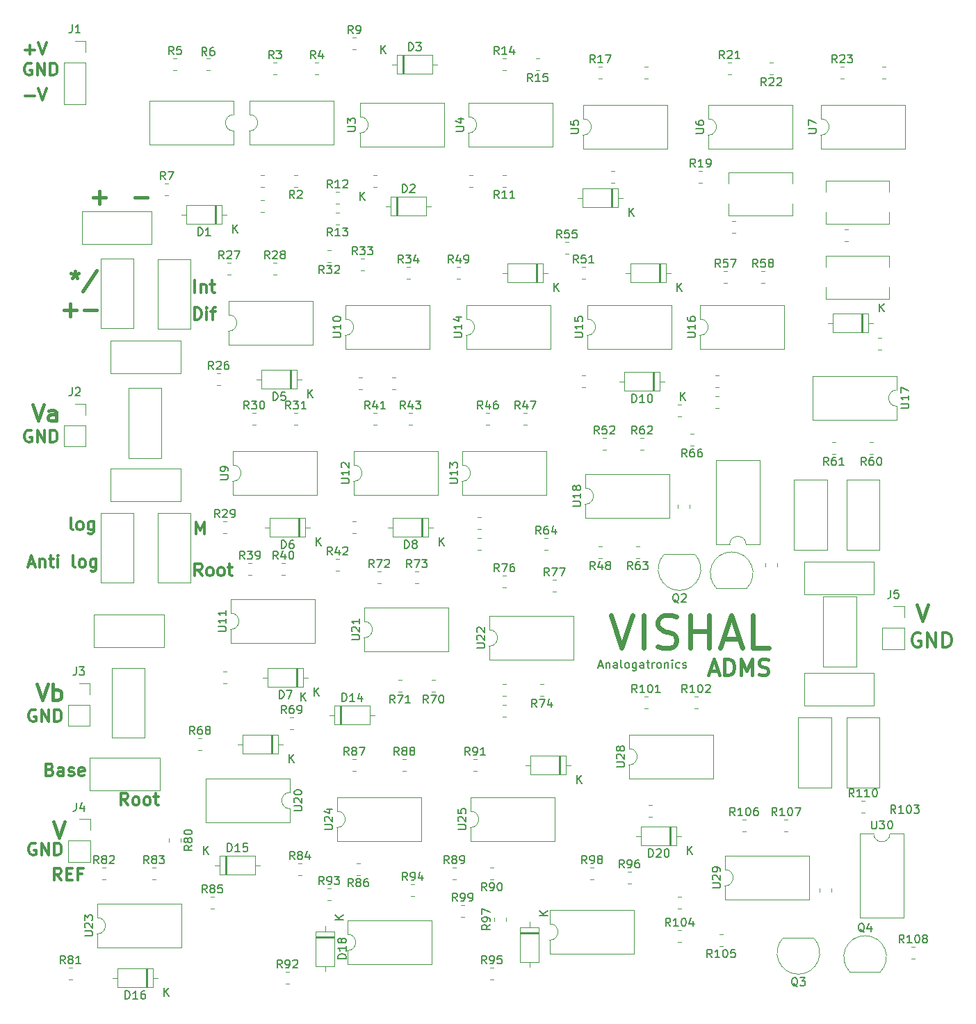
<source format=gbr>
%TF.GenerationSoftware,KiCad,Pcbnew,9.0.5*%
%TF.CreationDate,2025-11-05T22:12:35+05:30*%
%TF.ProjectId,final,66696e61-6c2e-46b6-9963-61645f706362,rev?*%
%TF.SameCoordinates,Original*%
%TF.FileFunction,Legend,Top*%
%TF.FilePolarity,Positive*%
%FSLAX46Y46*%
G04 Gerber Fmt 4.6, Leading zero omitted, Abs format (unit mm)*
G04 Created by KiCad (PCBNEW 9.0.5) date 2025-11-05 22:12:35*
%MOMM*%
%LPD*%
G01*
G04 APERTURE LIST*
%ADD10C,0.300000*%
%ADD11C,0.600000*%
%ADD12C,0.400000*%
%ADD13C,0.200000*%
%ADD14C,0.360000*%
%ADD15C,0.150000*%
%ADD16C,0.120000*%
%ADD17C,0.100000*%
G04 APERTURE END LIST*
D10*
X159264796Y-143056828D02*
X159121939Y-142985400D01*
X159121939Y-142985400D02*
X159050510Y-142842542D01*
X159050510Y-142842542D02*
X159050510Y-141556828D01*
X160050510Y-143056828D02*
X159907653Y-142985400D01*
X159907653Y-142985400D02*
X159836224Y-142913971D01*
X159836224Y-142913971D02*
X159764796Y-142771114D01*
X159764796Y-142771114D02*
X159764796Y-142342542D01*
X159764796Y-142342542D02*
X159836224Y-142199685D01*
X159836224Y-142199685D02*
X159907653Y-142128257D01*
X159907653Y-142128257D02*
X160050510Y-142056828D01*
X160050510Y-142056828D02*
X160264796Y-142056828D01*
X160264796Y-142056828D02*
X160407653Y-142128257D01*
X160407653Y-142128257D02*
X160479082Y-142199685D01*
X160479082Y-142199685D02*
X160550510Y-142342542D01*
X160550510Y-142342542D02*
X160550510Y-142771114D01*
X160550510Y-142771114D02*
X160479082Y-142913971D01*
X160479082Y-142913971D02*
X160407653Y-142985400D01*
X160407653Y-142985400D02*
X160264796Y-143056828D01*
X160264796Y-143056828D02*
X160050510Y-143056828D01*
X161836225Y-142056828D02*
X161836225Y-143271114D01*
X161836225Y-143271114D02*
X161764796Y-143413971D01*
X161764796Y-143413971D02*
X161693367Y-143485400D01*
X161693367Y-143485400D02*
X161550510Y-143556828D01*
X161550510Y-143556828D02*
X161336225Y-143556828D01*
X161336225Y-143556828D02*
X161193367Y-143485400D01*
X161836225Y-142985400D02*
X161693367Y-143056828D01*
X161693367Y-143056828D02*
X161407653Y-143056828D01*
X161407653Y-143056828D02*
X161264796Y-142985400D01*
X161264796Y-142985400D02*
X161193367Y-142913971D01*
X161193367Y-142913971D02*
X161121939Y-142771114D01*
X161121939Y-142771114D02*
X161121939Y-142342542D01*
X161121939Y-142342542D02*
X161193367Y-142199685D01*
X161193367Y-142199685D02*
X161264796Y-142128257D01*
X161264796Y-142128257D02*
X161407653Y-142056828D01*
X161407653Y-142056828D02*
X161693367Y-142056828D01*
X161693367Y-142056828D02*
X161836225Y-142128257D01*
D11*
X224803688Y-153467276D02*
X226137021Y-157467276D01*
X226137021Y-157467276D02*
X227470355Y-153467276D01*
X228803687Y-157467276D02*
X228803687Y-153467276D01*
X230517973Y-157276800D02*
X231089402Y-157467276D01*
X231089402Y-157467276D02*
X232041783Y-157467276D01*
X232041783Y-157467276D02*
X232422735Y-157276800D01*
X232422735Y-157276800D02*
X232613211Y-157086323D01*
X232613211Y-157086323D02*
X232803688Y-156705371D01*
X232803688Y-156705371D02*
X232803688Y-156324419D01*
X232803688Y-156324419D02*
X232613211Y-155943466D01*
X232613211Y-155943466D02*
X232422735Y-155752990D01*
X232422735Y-155752990D02*
X232041783Y-155562514D01*
X232041783Y-155562514D02*
X231279878Y-155372038D01*
X231279878Y-155372038D02*
X230898926Y-155181561D01*
X230898926Y-155181561D02*
X230708449Y-154991085D01*
X230708449Y-154991085D02*
X230517973Y-154610133D01*
X230517973Y-154610133D02*
X230517973Y-154229180D01*
X230517973Y-154229180D02*
X230708449Y-153848228D01*
X230708449Y-153848228D02*
X230898926Y-153657752D01*
X230898926Y-153657752D02*
X231279878Y-153467276D01*
X231279878Y-153467276D02*
X232232259Y-153467276D01*
X232232259Y-153467276D02*
X232803688Y-153657752D01*
X234517973Y-157467276D02*
X234517973Y-153467276D01*
X234517973Y-155372038D02*
X236803688Y-155372038D01*
X236803688Y-157467276D02*
X236803688Y-153467276D01*
X238517973Y-156324419D02*
X240422735Y-156324419D01*
X238137021Y-157467276D02*
X239470354Y-153467276D01*
X239470354Y-153467276D02*
X240803688Y-157467276D01*
X244041782Y-157467276D02*
X242137020Y-157467276D01*
X242137020Y-157467276D02*
X242137020Y-153467276D01*
D12*
X154377633Y-127782438D02*
X155044299Y-129782438D01*
X155044299Y-129782438D02*
X155710966Y-127782438D01*
X157234776Y-129782438D02*
X157234776Y-128734819D01*
X157234776Y-128734819D02*
X157139538Y-128544342D01*
X157139538Y-128544342D02*
X156949062Y-128449104D01*
X156949062Y-128449104D02*
X156568109Y-128449104D01*
X156568109Y-128449104D02*
X156377633Y-128544342D01*
X157234776Y-129687200D02*
X157044300Y-129782438D01*
X157044300Y-129782438D02*
X156568109Y-129782438D01*
X156568109Y-129782438D02*
X156377633Y-129687200D01*
X156377633Y-129687200D02*
X156282395Y-129496723D01*
X156282395Y-129496723D02*
X156282395Y-129306247D01*
X156282395Y-129306247D02*
X156377633Y-129115771D01*
X156377633Y-129115771D02*
X156568109Y-129020533D01*
X156568109Y-129020533D02*
X157044300Y-129020533D01*
X157044300Y-129020533D02*
X157234776Y-128925295D01*
D10*
X154248225Y-86256257D02*
X154105368Y-86184828D01*
X154105368Y-86184828D02*
X153891082Y-86184828D01*
X153891082Y-86184828D02*
X153676796Y-86256257D01*
X153676796Y-86256257D02*
X153533939Y-86399114D01*
X153533939Y-86399114D02*
X153462510Y-86541971D01*
X153462510Y-86541971D02*
X153391082Y-86827685D01*
X153391082Y-86827685D02*
X153391082Y-87041971D01*
X153391082Y-87041971D02*
X153462510Y-87327685D01*
X153462510Y-87327685D02*
X153533939Y-87470542D01*
X153533939Y-87470542D02*
X153676796Y-87613400D01*
X153676796Y-87613400D02*
X153891082Y-87684828D01*
X153891082Y-87684828D02*
X154033939Y-87684828D01*
X154033939Y-87684828D02*
X154248225Y-87613400D01*
X154248225Y-87613400D02*
X154319653Y-87541971D01*
X154319653Y-87541971D02*
X154319653Y-87041971D01*
X154319653Y-87041971D02*
X154033939Y-87041971D01*
X154962510Y-87684828D02*
X154962510Y-86184828D01*
X154962510Y-86184828D02*
X155819653Y-87684828D01*
X155819653Y-87684828D02*
X155819653Y-86184828D01*
X156533939Y-87684828D02*
X156533939Y-86184828D01*
X156533939Y-86184828D02*
X156891082Y-86184828D01*
X156891082Y-86184828D02*
X157105368Y-86256257D01*
X157105368Y-86256257D02*
X157248225Y-86399114D01*
X157248225Y-86399114D02*
X157319654Y-86541971D01*
X157319654Y-86541971D02*
X157391082Y-86827685D01*
X157391082Y-86827685D02*
X157391082Y-87041971D01*
X157391082Y-87041971D02*
X157319654Y-87327685D01*
X157319654Y-87327685D02*
X157248225Y-87470542D01*
X157248225Y-87470542D02*
X157105368Y-87613400D01*
X157105368Y-87613400D02*
X156891082Y-87684828D01*
X156891082Y-87684828D02*
X156533939Y-87684828D01*
D13*
X223334054Y-159601504D02*
X223810244Y-159601504D01*
X223238816Y-159887219D02*
X223572149Y-158887219D01*
X223572149Y-158887219D02*
X223905482Y-159887219D01*
X224238816Y-159220552D02*
X224238816Y-159887219D01*
X224238816Y-159315790D02*
X224286435Y-159268171D01*
X224286435Y-159268171D02*
X224381673Y-159220552D01*
X224381673Y-159220552D02*
X224524530Y-159220552D01*
X224524530Y-159220552D02*
X224619768Y-159268171D01*
X224619768Y-159268171D02*
X224667387Y-159363409D01*
X224667387Y-159363409D02*
X224667387Y-159887219D01*
X225572149Y-159887219D02*
X225572149Y-159363409D01*
X225572149Y-159363409D02*
X225524530Y-159268171D01*
X225524530Y-159268171D02*
X225429292Y-159220552D01*
X225429292Y-159220552D02*
X225238816Y-159220552D01*
X225238816Y-159220552D02*
X225143578Y-159268171D01*
X225572149Y-159839600D02*
X225476911Y-159887219D01*
X225476911Y-159887219D02*
X225238816Y-159887219D01*
X225238816Y-159887219D02*
X225143578Y-159839600D01*
X225143578Y-159839600D02*
X225095959Y-159744361D01*
X225095959Y-159744361D02*
X225095959Y-159649123D01*
X225095959Y-159649123D02*
X225143578Y-159553885D01*
X225143578Y-159553885D02*
X225238816Y-159506266D01*
X225238816Y-159506266D02*
X225476911Y-159506266D01*
X225476911Y-159506266D02*
X225572149Y-159458647D01*
X226191197Y-159887219D02*
X226095959Y-159839600D01*
X226095959Y-159839600D02*
X226048340Y-159744361D01*
X226048340Y-159744361D02*
X226048340Y-158887219D01*
X226715007Y-159887219D02*
X226619769Y-159839600D01*
X226619769Y-159839600D02*
X226572150Y-159791980D01*
X226572150Y-159791980D02*
X226524531Y-159696742D01*
X226524531Y-159696742D02*
X226524531Y-159411028D01*
X226524531Y-159411028D02*
X226572150Y-159315790D01*
X226572150Y-159315790D02*
X226619769Y-159268171D01*
X226619769Y-159268171D02*
X226715007Y-159220552D01*
X226715007Y-159220552D02*
X226857864Y-159220552D01*
X226857864Y-159220552D02*
X226953102Y-159268171D01*
X226953102Y-159268171D02*
X227000721Y-159315790D01*
X227000721Y-159315790D02*
X227048340Y-159411028D01*
X227048340Y-159411028D02*
X227048340Y-159696742D01*
X227048340Y-159696742D02*
X227000721Y-159791980D01*
X227000721Y-159791980D02*
X226953102Y-159839600D01*
X226953102Y-159839600D02*
X226857864Y-159887219D01*
X226857864Y-159887219D02*
X226715007Y-159887219D01*
X227905483Y-159220552D02*
X227905483Y-160030076D01*
X227905483Y-160030076D02*
X227857864Y-160125314D01*
X227857864Y-160125314D02*
X227810245Y-160172933D01*
X227810245Y-160172933D02*
X227715007Y-160220552D01*
X227715007Y-160220552D02*
X227572150Y-160220552D01*
X227572150Y-160220552D02*
X227476912Y-160172933D01*
X227905483Y-159839600D02*
X227810245Y-159887219D01*
X227810245Y-159887219D02*
X227619769Y-159887219D01*
X227619769Y-159887219D02*
X227524531Y-159839600D01*
X227524531Y-159839600D02*
X227476912Y-159791980D01*
X227476912Y-159791980D02*
X227429293Y-159696742D01*
X227429293Y-159696742D02*
X227429293Y-159411028D01*
X227429293Y-159411028D02*
X227476912Y-159315790D01*
X227476912Y-159315790D02*
X227524531Y-159268171D01*
X227524531Y-159268171D02*
X227619769Y-159220552D01*
X227619769Y-159220552D02*
X227810245Y-159220552D01*
X227810245Y-159220552D02*
X227905483Y-159268171D01*
X228810245Y-159887219D02*
X228810245Y-159363409D01*
X228810245Y-159363409D02*
X228762626Y-159268171D01*
X228762626Y-159268171D02*
X228667388Y-159220552D01*
X228667388Y-159220552D02*
X228476912Y-159220552D01*
X228476912Y-159220552D02*
X228381674Y-159268171D01*
X228810245Y-159839600D02*
X228715007Y-159887219D01*
X228715007Y-159887219D02*
X228476912Y-159887219D01*
X228476912Y-159887219D02*
X228381674Y-159839600D01*
X228381674Y-159839600D02*
X228334055Y-159744361D01*
X228334055Y-159744361D02*
X228334055Y-159649123D01*
X228334055Y-159649123D02*
X228381674Y-159553885D01*
X228381674Y-159553885D02*
X228476912Y-159506266D01*
X228476912Y-159506266D02*
X228715007Y-159506266D01*
X228715007Y-159506266D02*
X228810245Y-159458647D01*
X229143579Y-159220552D02*
X229524531Y-159220552D01*
X229286436Y-158887219D02*
X229286436Y-159744361D01*
X229286436Y-159744361D02*
X229334055Y-159839600D01*
X229334055Y-159839600D02*
X229429293Y-159887219D01*
X229429293Y-159887219D02*
X229524531Y-159887219D01*
X229857865Y-159887219D02*
X229857865Y-159220552D01*
X229857865Y-159411028D02*
X229905484Y-159315790D01*
X229905484Y-159315790D02*
X229953103Y-159268171D01*
X229953103Y-159268171D02*
X230048341Y-159220552D01*
X230048341Y-159220552D02*
X230143579Y-159220552D01*
X230619770Y-159887219D02*
X230524532Y-159839600D01*
X230524532Y-159839600D02*
X230476913Y-159791980D01*
X230476913Y-159791980D02*
X230429294Y-159696742D01*
X230429294Y-159696742D02*
X230429294Y-159411028D01*
X230429294Y-159411028D02*
X230476913Y-159315790D01*
X230476913Y-159315790D02*
X230524532Y-159268171D01*
X230524532Y-159268171D02*
X230619770Y-159220552D01*
X230619770Y-159220552D02*
X230762627Y-159220552D01*
X230762627Y-159220552D02*
X230857865Y-159268171D01*
X230857865Y-159268171D02*
X230905484Y-159315790D01*
X230905484Y-159315790D02*
X230953103Y-159411028D01*
X230953103Y-159411028D02*
X230953103Y-159696742D01*
X230953103Y-159696742D02*
X230905484Y-159791980D01*
X230905484Y-159791980D02*
X230857865Y-159839600D01*
X230857865Y-159839600D02*
X230762627Y-159887219D01*
X230762627Y-159887219D02*
X230619770Y-159887219D01*
X231381675Y-159220552D02*
X231381675Y-159887219D01*
X231381675Y-159315790D02*
X231429294Y-159268171D01*
X231429294Y-159268171D02*
X231524532Y-159220552D01*
X231524532Y-159220552D02*
X231667389Y-159220552D01*
X231667389Y-159220552D02*
X231762627Y-159268171D01*
X231762627Y-159268171D02*
X231810246Y-159363409D01*
X231810246Y-159363409D02*
X231810246Y-159887219D01*
X232286437Y-159887219D02*
X232286437Y-159220552D01*
X232286437Y-158887219D02*
X232238818Y-158934838D01*
X232238818Y-158934838D02*
X232286437Y-158982457D01*
X232286437Y-158982457D02*
X232334056Y-158934838D01*
X232334056Y-158934838D02*
X232286437Y-158887219D01*
X232286437Y-158887219D02*
X232286437Y-158982457D01*
X233191198Y-159839600D02*
X233095960Y-159887219D01*
X233095960Y-159887219D02*
X232905484Y-159887219D01*
X232905484Y-159887219D02*
X232810246Y-159839600D01*
X232810246Y-159839600D02*
X232762627Y-159791980D01*
X232762627Y-159791980D02*
X232715008Y-159696742D01*
X232715008Y-159696742D02*
X232715008Y-159411028D01*
X232715008Y-159411028D02*
X232762627Y-159315790D01*
X232762627Y-159315790D02*
X232810246Y-159268171D01*
X232810246Y-159268171D02*
X232905484Y-159220552D01*
X232905484Y-159220552D02*
X233095960Y-159220552D01*
X233095960Y-159220552D02*
X233191198Y-159268171D01*
X233572151Y-159839600D02*
X233667389Y-159887219D01*
X233667389Y-159887219D02*
X233857865Y-159887219D01*
X233857865Y-159887219D02*
X233953103Y-159839600D01*
X233953103Y-159839600D02*
X234000722Y-159744361D01*
X234000722Y-159744361D02*
X234000722Y-159696742D01*
X234000722Y-159696742D02*
X233953103Y-159601504D01*
X233953103Y-159601504D02*
X233857865Y-159553885D01*
X233857865Y-159553885D02*
X233715008Y-159553885D01*
X233715008Y-159553885D02*
X233619770Y-159506266D01*
X233619770Y-159506266D02*
X233572151Y-159411028D01*
X233572151Y-159411028D02*
X233572151Y-159363409D01*
X233572151Y-159363409D02*
X233619770Y-159268171D01*
X233619770Y-159268171D02*
X233715008Y-159220552D01*
X233715008Y-159220552D02*
X233857865Y-159220552D01*
X233857865Y-159220552D02*
X233953103Y-159268171D01*
D10*
X154248225Y-130960257D02*
X154105368Y-130888828D01*
X154105368Y-130888828D02*
X153891082Y-130888828D01*
X153891082Y-130888828D02*
X153676796Y-130960257D01*
X153676796Y-130960257D02*
X153533939Y-131103114D01*
X153533939Y-131103114D02*
X153462510Y-131245971D01*
X153462510Y-131245971D02*
X153391082Y-131531685D01*
X153391082Y-131531685D02*
X153391082Y-131745971D01*
X153391082Y-131745971D02*
X153462510Y-132031685D01*
X153462510Y-132031685D02*
X153533939Y-132174542D01*
X153533939Y-132174542D02*
X153676796Y-132317400D01*
X153676796Y-132317400D02*
X153891082Y-132388828D01*
X153891082Y-132388828D02*
X154033939Y-132388828D01*
X154033939Y-132388828D02*
X154248225Y-132317400D01*
X154248225Y-132317400D02*
X154319653Y-132245971D01*
X154319653Y-132245971D02*
X154319653Y-131745971D01*
X154319653Y-131745971D02*
X154033939Y-131745971D01*
X154962510Y-132388828D02*
X154962510Y-130888828D01*
X154962510Y-130888828D02*
X155819653Y-132388828D01*
X155819653Y-132388828D02*
X155819653Y-130888828D01*
X156533939Y-132388828D02*
X156533939Y-130888828D01*
X156533939Y-130888828D02*
X156891082Y-130888828D01*
X156891082Y-130888828D02*
X157105368Y-130960257D01*
X157105368Y-130960257D02*
X157248225Y-131103114D01*
X157248225Y-131103114D02*
X157319654Y-131245971D01*
X157319654Y-131245971D02*
X157391082Y-131531685D01*
X157391082Y-131531685D02*
X157391082Y-131745971D01*
X157391082Y-131745971D02*
X157319654Y-132031685D01*
X157319654Y-132031685D02*
X157248225Y-132174542D01*
X157248225Y-132174542D02*
X157105368Y-132317400D01*
X157105368Y-132317400D02*
X156891082Y-132388828D01*
X156891082Y-132388828D02*
X156533939Y-132388828D01*
D12*
X166855347Y-102604533D02*
X168379157Y-102604533D01*
D10*
X154756225Y-181252257D02*
X154613368Y-181180828D01*
X154613368Y-181180828D02*
X154399082Y-181180828D01*
X154399082Y-181180828D02*
X154184796Y-181252257D01*
X154184796Y-181252257D02*
X154041939Y-181395114D01*
X154041939Y-181395114D02*
X153970510Y-181537971D01*
X153970510Y-181537971D02*
X153899082Y-181823685D01*
X153899082Y-181823685D02*
X153899082Y-182037971D01*
X153899082Y-182037971D02*
X153970510Y-182323685D01*
X153970510Y-182323685D02*
X154041939Y-182466542D01*
X154041939Y-182466542D02*
X154184796Y-182609400D01*
X154184796Y-182609400D02*
X154399082Y-182680828D01*
X154399082Y-182680828D02*
X154541939Y-182680828D01*
X154541939Y-182680828D02*
X154756225Y-182609400D01*
X154756225Y-182609400D02*
X154827653Y-182537971D01*
X154827653Y-182537971D02*
X154827653Y-182037971D01*
X154827653Y-182037971D02*
X154541939Y-182037971D01*
X155470510Y-182680828D02*
X155470510Y-181180828D01*
X155470510Y-181180828D02*
X156327653Y-182680828D01*
X156327653Y-182680828D02*
X156327653Y-181180828D01*
X157041939Y-182680828D02*
X157041939Y-181180828D01*
X157041939Y-181180828D02*
X157399082Y-181180828D01*
X157399082Y-181180828D02*
X157613368Y-181252257D01*
X157613368Y-181252257D02*
X157756225Y-181395114D01*
X157756225Y-181395114D02*
X157827654Y-181537971D01*
X157827654Y-181537971D02*
X157899082Y-181823685D01*
X157899082Y-181823685D02*
X157899082Y-182037971D01*
X157899082Y-182037971D02*
X157827654Y-182323685D01*
X157827654Y-182323685D02*
X157756225Y-182466542D01*
X157756225Y-182466542D02*
X157613368Y-182609400D01*
X157613368Y-182609400D02*
X157399082Y-182680828D01*
X157399082Y-182680828D02*
X157041939Y-182680828D01*
X153462510Y-90161400D02*
X154605368Y-90161400D01*
X155105368Y-89232828D02*
X155605368Y-90732828D01*
X155605368Y-90732828D02*
X156105368Y-89232828D01*
X174158510Y-114140828D02*
X174158510Y-112640828D01*
X174872796Y-113140828D02*
X174872796Y-114140828D01*
X174872796Y-113283685D02*
X174944225Y-113212257D01*
X174944225Y-113212257D02*
X175087082Y-113140828D01*
X175087082Y-113140828D02*
X175301368Y-113140828D01*
X175301368Y-113140828D02*
X175444225Y-113212257D01*
X175444225Y-113212257D02*
X175515654Y-113355114D01*
X175515654Y-113355114D02*
X175515654Y-114140828D01*
X176015654Y-113140828D02*
X176587082Y-113140828D01*
X176229939Y-112640828D02*
X176229939Y-113926542D01*
X176229939Y-113926542D02*
X176301368Y-114069400D01*
X176301368Y-114069400D02*
X176444225Y-114140828D01*
X176444225Y-114140828D02*
X176587082Y-114140828D01*
X153899082Y-147200257D02*
X154613368Y-147200257D01*
X153756225Y-147628828D02*
X154256225Y-146128828D01*
X154256225Y-146128828D02*
X154756225Y-147628828D01*
X155256224Y-146628828D02*
X155256224Y-147628828D01*
X155256224Y-146771685D02*
X155327653Y-146700257D01*
X155327653Y-146700257D02*
X155470510Y-146628828D01*
X155470510Y-146628828D02*
X155684796Y-146628828D01*
X155684796Y-146628828D02*
X155827653Y-146700257D01*
X155827653Y-146700257D02*
X155899082Y-146843114D01*
X155899082Y-146843114D02*
X155899082Y-147628828D01*
X156399082Y-146628828D02*
X156970510Y-146628828D01*
X156613367Y-146128828D02*
X156613367Y-147414542D01*
X156613367Y-147414542D02*
X156684796Y-147557400D01*
X156684796Y-147557400D02*
X156827653Y-147628828D01*
X156827653Y-147628828D02*
X156970510Y-147628828D01*
X157470510Y-147628828D02*
X157470510Y-146628828D01*
X157470510Y-146128828D02*
X157399082Y-146200257D01*
X157399082Y-146200257D02*
X157470510Y-146271685D01*
X157470510Y-146271685D02*
X157541939Y-146200257D01*
X157541939Y-146200257D02*
X157470510Y-146128828D01*
X157470510Y-146128828D02*
X157470510Y-146271685D01*
X159541939Y-147628828D02*
X159399082Y-147557400D01*
X159399082Y-147557400D02*
X159327653Y-147414542D01*
X159327653Y-147414542D02*
X159327653Y-146128828D01*
X160327653Y-147628828D02*
X160184796Y-147557400D01*
X160184796Y-147557400D02*
X160113367Y-147485971D01*
X160113367Y-147485971D02*
X160041939Y-147343114D01*
X160041939Y-147343114D02*
X160041939Y-146914542D01*
X160041939Y-146914542D02*
X160113367Y-146771685D01*
X160113367Y-146771685D02*
X160184796Y-146700257D01*
X160184796Y-146700257D02*
X160327653Y-146628828D01*
X160327653Y-146628828D02*
X160541939Y-146628828D01*
X160541939Y-146628828D02*
X160684796Y-146700257D01*
X160684796Y-146700257D02*
X160756225Y-146771685D01*
X160756225Y-146771685D02*
X160827653Y-146914542D01*
X160827653Y-146914542D02*
X160827653Y-147343114D01*
X160827653Y-147343114D02*
X160756225Y-147485971D01*
X160756225Y-147485971D02*
X160684796Y-147557400D01*
X160684796Y-147557400D02*
X160541939Y-147628828D01*
X160541939Y-147628828D02*
X160327653Y-147628828D01*
X162113368Y-146628828D02*
X162113368Y-147843114D01*
X162113368Y-147843114D02*
X162041939Y-147985971D01*
X162041939Y-147985971D02*
X161970510Y-148057400D01*
X161970510Y-148057400D02*
X161827653Y-148128828D01*
X161827653Y-148128828D02*
X161613368Y-148128828D01*
X161613368Y-148128828D02*
X161470510Y-148057400D01*
X162113368Y-147557400D02*
X161970510Y-147628828D01*
X161970510Y-147628828D02*
X161684796Y-147628828D01*
X161684796Y-147628828D02*
X161541939Y-147557400D01*
X161541939Y-147557400D02*
X161470510Y-147485971D01*
X161470510Y-147485971D02*
X161399082Y-147343114D01*
X161399082Y-147343114D02*
X161399082Y-146914542D01*
X161399082Y-146914542D02*
X161470510Y-146771685D01*
X161470510Y-146771685D02*
X161541939Y-146700257D01*
X161541939Y-146700257D02*
X161684796Y-146628828D01*
X161684796Y-146628828D02*
X161970510Y-146628828D01*
X161970510Y-146628828D02*
X162113368Y-146700257D01*
X175015653Y-148644828D02*
X174515653Y-147930542D01*
X174158510Y-148644828D02*
X174158510Y-147144828D01*
X174158510Y-147144828D02*
X174729939Y-147144828D01*
X174729939Y-147144828D02*
X174872796Y-147216257D01*
X174872796Y-147216257D02*
X174944225Y-147287685D01*
X174944225Y-147287685D02*
X175015653Y-147430542D01*
X175015653Y-147430542D02*
X175015653Y-147644828D01*
X175015653Y-147644828D02*
X174944225Y-147787685D01*
X174944225Y-147787685D02*
X174872796Y-147859114D01*
X174872796Y-147859114D02*
X174729939Y-147930542D01*
X174729939Y-147930542D02*
X174158510Y-147930542D01*
X175872796Y-148644828D02*
X175729939Y-148573400D01*
X175729939Y-148573400D02*
X175658510Y-148501971D01*
X175658510Y-148501971D02*
X175587082Y-148359114D01*
X175587082Y-148359114D02*
X175587082Y-147930542D01*
X175587082Y-147930542D02*
X175658510Y-147787685D01*
X175658510Y-147787685D02*
X175729939Y-147716257D01*
X175729939Y-147716257D02*
X175872796Y-147644828D01*
X175872796Y-147644828D02*
X176087082Y-147644828D01*
X176087082Y-147644828D02*
X176229939Y-147716257D01*
X176229939Y-147716257D02*
X176301368Y-147787685D01*
X176301368Y-147787685D02*
X176372796Y-147930542D01*
X176372796Y-147930542D02*
X176372796Y-148359114D01*
X176372796Y-148359114D02*
X176301368Y-148501971D01*
X176301368Y-148501971D02*
X176229939Y-148573400D01*
X176229939Y-148573400D02*
X176087082Y-148644828D01*
X176087082Y-148644828D02*
X175872796Y-148644828D01*
X177229939Y-148644828D02*
X177087082Y-148573400D01*
X177087082Y-148573400D02*
X177015653Y-148501971D01*
X177015653Y-148501971D02*
X176944225Y-148359114D01*
X176944225Y-148359114D02*
X176944225Y-147930542D01*
X176944225Y-147930542D02*
X177015653Y-147787685D01*
X177015653Y-147787685D02*
X177087082Y-147716257D01*
X177087082Y-147716257D02*
X177229939Y-147644828D01*
X177229939Y-147644828D02*
X177444225Y-147644828D01*
X177444225Y-147644828D02*
X177587082Y-147716257D01*
X177587082Y-147716257D02*
X177658511Y-147787685D01*
X177658511Y-147787685D02*
X177729939Y-147930542D01*
X177729939Y-147930542D02*
X177729939Y-148359114D01*
X177729939Y-148359114D02*
X177658511Y-148501971D01*
X177658511Y-148501971D02*
X177587082Y-148573400D01*
X177587082Y-148573400D02*
X177444225Y-148644828D01*
X177444225Y-148644828D02*
X177229939Y-148644828D01*
X178158511Y-147644828D02*
X178729939Y-147644828D01*
X178372796Y-147144828D02*
X178372796Y-148430542D01*
X178372796Y-148430542D02*
X178444225Y-148573400D01*
X178444225Y-148573400D02*
X178587082Y-148644828D01*
X178587082Y-148644828D02*
X178729939Y-148644828D01*
X157875653Y-185728828D02*
X157375653Y-185014542D01*
X157018510Y-185728828D02*
X157018510Y-184228828D01*
X157018510Y-184228828D02*
X157589939Y-184228828D01*
X157589939Y-184228828D02*
X157732796Y-184300257D01*
X157732796Y-184300257D02*
X157804225Y-184371685D01*
X157804225Y-184371685D02*
X157875653Y-184514542D01*
X157875653Y-184514542D02*
X157875653Y-184728828D01*
X157875653Y-184728828D02*
X157804225Y-184871685D01*
X157804225Y-184871685D02*
X157732796Y-184943114D01*
X157732796Y-184943114D02*
X157589939Y-185014542D01*
X157589939Y-185014542D02*
X157018510Y-185014542D01*
X158518510Y-184943114D02*
X159018510Y-184943114D01*
X159232796Y-185728828D02*
X158518510Y-185728828D01*
X158518510Y-185728828D02*
X158518510Y-184228828D01*
X158518510Y-184228828D02*
X159232796Y-184228828D01*
X160375653Y-184943114D02*
X159875653Y-184943114D01*
X159875653Y-185728828D02*
X159875653Y-184228828D01*
X159875653Y-184228828D02*
X160589939Y-184228828D01*
D12*
X262073633Y-152166438D02*
X262740299Y-154166438D01*
X262740299Y-154166438D02*
X263406966Y-152166438D01*
X156917633Y-178582438D02*
X157584299Y-180582438D01*
X157584299Y-180582438D02*
X158250966Y-178582438D01*
D10*
X154756225Y-164996257D02*
X154613368Y-164924828D01*
X154613368Y-164924828D02*
X154399082Y-164924828D01*
X154399082Y-164924828D02*
X154184796Y-164996257D01*
X154184796Y-164996257D02*
X154041939Y-165139114D01*
X154041939Y-165139114D02*
X153970510Y-165281971D01*
X153970510Y-165281971D02*
X153899082Y-165567685D01*
X153899082Y-165567685D02*
X153899082Y-165781971D01*
X153899082Y-165781971D02*
X153970510Y-166067685D01*
X153970510Y-166067685D02*
X154041939Y-166210542D01*
X154041939Y-166210542D02*
X154184796Y-166353400D01*
X154184796Y-166353400D02*
X154399082Y-166424828D01*
X154399082Y-166424828D02*
X154541939Y-166424828D01*
X154541939Y-166424828D02*
X154756225Y-166353400D01*
X154756225Y-166353400D02*
X154827653Y-166281971D01*
X154827653Y-166281971D02*
X154827653Y-165781971D01*
X154827653Y-165781971D02*
X154541939Y-165781971D01*
X155470510Y-166424828D02*
X155470510Y-164924828D01*
X155470510Y-164924828D02*
X156327653Y-166424828D01*
X156327653Y-166424828D02*
X156327653Y-164924828D01*
X157041939Y-166424828D02*
X157041939Y-164924828D01*
X157041939Y-164924828D02*
X157399082Y-164924828D01*
X157399082Y-164924828D02*
X157613368Y-164996257D01*
X157613368Y-164996257D02*
X157756225Y-165139114D01*
X157756225Y-165139114D02*
X157827654Y-165281971D01*
X157827654Y-165281971D02*
X157899082Y-165567685D01*
X157899082Y-165567685D02*
X157899082Y-165781971D01*
X157899082Y-165781971D02*
X157827654Y-166067685D01*
X157827654Y-166067685D02*
X157756225Y-166210542D01*
X157756225Y-166210542D02*
X157613368Y-166353400D01*
X157613368Y-166353400D02*
X157399082Y-166424828D01*
X157399082Y-166424828D02*
X157041939Y-166424828D01*
X174087310Y-117453628D02*
X174087310Y-115953628D01*
X174087310Y-115953628D02*
X174444453Y-115953628D01*
X174444453Y-115953628D02*
X174658739Y-116025057D01*
X174658739Y-116025057D02*
X174801596Y-116167914D01*
X174801596Y-116167914D02*
X174873025Y-116310771D01*
X174873025Y-116310771D02*
X174944453Y-116596485D01*
X174944453Y-116596485D02*
X174944453Y-116810771D01*
X174944453Y-116810771D02*
X174873025Y-117096485D01*
X174873025Y-117096485D02*
X174801596Y-117239342D01*
X174801596Y-117239342D02*
X174658739Y-117382200D01*
X174658739Y-117382200D02*
X174444453Y-117453628D01*
X174444453Y-117453628D02*
X174087310Y-117453628D01*
X175587310Y-117453628D02*
X175587310Y-116453628D01*
X175587310Y-115953628D02*
X175515882Y-116025057D01*
X175515882Y-116025057D02*
X175587310Y-116096485D01*
X175587310Y-116096485D02*
X175658739Y-116025057D01*
X175658739Y-116025057D02*
X175587310Y-115953628D01*
X175587310Y-115953628D02*
X175587310Y-116096485D01*
X176087311Y-116453628D02*
X176658739Y-116453628D01*
X176301596Y-117453628D02*
X176301596Y-116167914D01*
X176301596Y-116167914D02*
X176373025Y-116025057D01*
X176373025Y-116025057D02*
X176515882Y-115953628D01*
X176515882Y-115953628D02*
X176658739Y-115953628D01*
D14*
X262508270Y-155646708D02*
X262336842Y-155560994D01*
X262336842Y-155560994D02*
X262079699Y-155560994D01*
X262079699Y-155560994D02*
X261822556Y-155646708D01*
X261822556Y-155646708D02*
X261651127Y-155818137D01*
X261651127Y-155818137D02*
X261565413Y-155989565D01*
X261565413Y-155989565D02*
X261479699Y-156332422D01*
X261479699Y-156332422D02*
X261479699Y-156589565D01*
X261479699Y-156589565D02*
X261565413Y-156932422D01*
X261565413Y-156932422D02*
X261651127Y-157103851D01*
X261651127Y-157103851D02*
X261822556Y-157275280D01*
X261822556Y-157275280D02*
X262079699Y-157360994D01*
X262079699Y-157360994D02*
X262251127Y-157360994D01*
X262251127Y-157360994D02*
X262508270Y-157275280D01*
X262508270Y-157275280D02*
X262593984Y-157189565D01*
X262593984Y-157189565D02*
X262593984Y-156589565D01*
X262593984Y-156589565D02*
X262251127Y-156589565D01*
X263365413Y-157360994D02*
X263365413Y-155560994D01*
X263365413Y-155560994D02*
X264393984Y-157360994D01*
X264393984Y-157360994D02*
X264393984Y-155560994D01*
X265251127Y-157360994D02*
X265251127Y-155560994D01*
X265251127Y-155560994D02*
X265679698Y-155560994D01*
X265679698Y-155560994D02*
X265936841Y-155646708D01*
X265936841Y-155646708D02*
X266108270Y-155818137D01*
X266108270Y-155818137D02*
X266193984Y-155989565D01*
X266193984Y-155989565D02*
X266279698Y-156332422D01*
X266279698Y-156332422D02*
X266279698Y-156589565D01*
X266279698Y-156589565D02*
X266193984Y-156932422D01*
X266193984Y-156932422D02*
X266108270Y-157103851D01*
X266108270Y-157103851D02*
X265936841Y-157275280D01*
X265936841Y-157275280D02*
X265679698Y-157360994D01*
X265679698Y-157360994D02*
X265251127Y-157360994D01*
D10*
X174290510Y-143564828D02*
X174290510Y-142064828D01*
X174290510Y-142064828D02*
X174790510Y-143136257D01*
X174790510Y-143136257D02*
X175290510Y-142064828D01*
X175290510Y-142064828D02*
X175290510Y-143564828D01*
X166003653Y-176584828D02*
X165503653Y-175870542D01*
X165146510Y-176584828D02*
X165146510Y-175084828D01*
X165146510Y-175084828D02*
X165717939Y-175084828D01*
X165717939Y-175084828D02*
X165860796Y-175156257D01*
X165860796Y-175156257D02*
X165932225Y-175227685D01*
X165932225Y-175227685D02*
X166003653Y-175370542D01*
X166003653Y-175370542D02*
X166003653Y-175584828D01*
X166003653Y-175584828D02*
X165932225Y-175727685D01*
X165932225Y-175727685D02*
X165860796Y-175799114D01*
X165860796Y-175799114D02*
X165717939Y-175870542D01*
X165717939Y-175870542D02*
X165146510Y-175870542D01*
X166860796Y-176584828D02*
X166717939Y-176513400D01*
X166717939Y-176513400D02*
X166646510Y-176441971D01*
X166646510Y-176441971D02*
X166575082Y-176299114D01*
X166575082Y-176299114D02*
X166575082Y-175870542D01*
X166575082Y-175870542D02*
X166646510Y-175727685D01*
X166646510Y-175727685D02*
X166717939Y-175656257D01*
X166717939Y-175656257D02*
X166860796Y-175584828D01*
X166860796Y-175584828D02*
X167075082Y-175584828D01*
X167075082Y-175584828D02*
X167217939Y-175656257D01*
X167217939Y-175656257D02*
X167289368Y-175727685D01*
X167289368Y-175727685D02*
X167360796Y-175870542D01*
X167360796Y-175870542D02*
X167360796Y-176299114D01*
X167360796Y-176299114D02*
X167289368Y-176441971D01*
X167289368Y-176441971D02*
X167217939Y-176513400D01*
X167217939Y-176513400D02*
X167075082Y-176584828D01*
X167075082Y-176584828D02*
X166860796Y-176584828D01*
X168217939Y-176584828D02*
X168075082Y-176513400D01*
X168075082Y-176513400D02*
X168003653Y-176441971D01*
X168003653Y-176441971D02*
X167932225Y-176299114D01*
X167932225Y-176299114D02*
X167932225Y-175870542D01*
X167932225Y-175870542D02*
X168003653Y-175727685D01*
X168003653Y-175727685D02*
X168075082Y-175656257D01*
X168075082Y-175656257D02*
X168217939Y-175584828D01*
X168217939Y-175584828D02*
X168432225Y-175584828D01*
X168432225Y-175584828D02*
X168575082Y-175656257D01*
X168575082Y-175656257D02*
X168646511Y-175727685D01*
X168646511Y-175727685D02*
X168717939Y-175870542D01*
X168717939Y-175870542D02*
X168717939Y-176299114D01*
X168717939Y-176299114D02*
X168646511Y-176441971D01*
X168646511Y-176441971D02*
X168575082Y-176513400D01*
X168575082Y-176513400D02*
X168432225Y-176584828D01*
X168432225Y-176584828D02*
X168217939Y-176584828D01*
X169146511Y-175584828D02*
X169717939Y-175584828D01*
X169360796Y-175084828D02*
X169360796Y-176370542D01*
X169360796Y-176370542D02*
X169432225Y-176513400D01*
X169432225Y-176513400D02*
X169575082Y-176584828D01*
X169575082Y-176584828D02*
X169717939Y-176584828D01*
D12*
X236864109Y-160199009D02*
X237816490Y-160199009D01*
X236673633Y-160770438D02*
X237340299Y-158770438D01*
X237340299Y-158770438D02*
X238006966Y-160770438D01*
X238673633Y-160770438D02*
X238673633Y-158770438D01*
X238673633Y-158770438D02*
X239149823Y-158770438D01*
X239149823Y-158770438D02*
X239435538Y-158865676D01*
X239435538Y-158865676D02*
X239626014Y-159056152D01*
X239626014Y-159056152D02*
X239721252Y-159246628D01*
X239721252Y-159246628D02*
X239816490Y-159627580D01*
X239816490Y-159627580D02*
X239816490Y-159913295D01*
X239816490Y-159913295D02*
X239721252Y-160294247D01*
X239721252Y-160294247D02*
X239626014Y-160484723D01*
X239626014Y-160484723D02*
X239435538Y-160675200D01*
X239435538Y-160675200D02*
X239149823Y-160770438D01*
X239149823Y-160770438D02*
X238673633Y-160770438D01*
X240673633Y-160770438D02*
X240673633Y-158770438D01*
X240673633Y-158770438D02*
X241340300Y-160199009D01*
X241340300Y-160199009D02*
X242006966Y-158770438D01*
X242006966Y-158770438D02*
X242006966Y-160770438D01*
X242864109Y-160675200D02*
X243149823Y-160770438D01*
X243149823Y-160770438D02*
X243626014Y-160770438D01*
X243626014Y-160770438D02*
X243816490Y-160675200D01*
X243816490Y-160675200D02*
X243911728Y-160579961D01*
X243911728Y-160579961D02*
X244006966Y-160389485D01*
X244006966Y-160389485D02*
X244006966Y-160199009D01*
X244006966Y-160199009D02*
X243911728Y-160008533D01*
X243911728Y-160008533D02*
X243816490Y-159913295D01*
X243816490Y-159913295D02*
X243626014Y-159818057D01*
X243626014Y-159818057D02*
X243245061Y-159722819D01*
X243245061Y-159722819D02*
X243054585Y-159627580D01*
X243054585Y-159627580D02*
X242959347Y-159532342D01*
X242959347Y-159532342D02*
X242864109Y-159341866D01*
X242864109Y-159341866D02*
X242864109Y-159151390D01*
X242864109Y-159151390D02*
X242959347Y-158960914D01*
X242959347Y-158960914D02*
X243054585Y-158865676D01*
X243054585Y-158865676D02*
X243245061Y-158770438D01*
X243245061Y-158770438D02*
X243721252Y-158770438D01*
X243721252Y-158770438D02*
X244006966Y-158865676D01*
X161775347Y-102604533D02*
X163299157Y-102604533D01*
X162537252Y-103366438D02*
X162537252Y-101842628D01*
D10*
X156502510Y-172243114D02*
X156716796Y-172314542D01*
X156716796Y-172314542D02*
X156788225Y-172385971D01*
X156788225Y-172385971D02*
X156859653Y-172528828D01*
X156859653Y-172528828D02*
X156859653Y-172743114D01*
X156859653Y-172743114D02*
X156788225Y-172885971D01*
X156788225Y-172885971D02*
X156716796Y-172957400D01*
X156716796Y-172957400D02*
X156573939Y-173028828D01*
X156573939Y-173028828D02*
X156002510Y-173028828D01*
X156002510Y-173028828D02*
X156002510Y-171528828D01*
X156002510Y-171528828D02*
X156502510Y-171528828D01*
X156502510Y-171528828D02*
X156645368Y-171600257D01*
X156645368Y-171600257D02*
X156716796Y-171671685D01*
X156716796Y-171671685D02*
X156788225Y-171814542D01*
X156788225Y-171814542D02*
X156788225Y-171957400D01*
X156788225Y-171957400D02*
X156716796Y-172100257D01*
X156716796Y-172100257D02*
X156645368Y-172171685D01*
X156645368Y-172171685D02*
X156502510Y-172243114D01*
X156502510Y-172243114D02*
X156002510Y-172243114D01*
X158145368Y-173028828D02*
X158145368Y-172243114D01*
X158145368Y-172243114D02*
X158073939Y-172100257D01*
X158073939Y-172100257D02*
X157931082Y-172028828D01*
X157931082Y-172028828D02*
X157645368Y-172028828D01*
X157645368Y-172028828D02*
X157502510Y-172100257D01*
X158145368Y-172957400D02*
X158002510Y-173028828D01*
X158002510Y-173028828D02*
X157645368Y-173028828D01*
X157645368Y-173028828D02*
X157502510Y-172957400D01*
X157502510Y-172957400D02*
X157431082Y-172814542D01*
X157431082Y-172814542D02*
X157431082Y-172671685D01*
X157431082Y-172671685D02*
X157502510Y-172528828D01*
X157502510Y-172528828D02*
X157645368Y-172457400D01*
X157645368Y-172457400D02*
X158002510Y-172457400D01*
X158002510Y-172457400D02*
X158145368Y-172385971D01*
X158788225Y-172957400D02*
X158931082Y-173028828D01*
X158931082Y-173028828D02*
X159216796Y-173028828D01*
X159216796Y-173028828D02*
X159359653Y-172957400D01*
X159359653Y-172957400D02*
X159431082Y-172814542D01*
X159431082Y-172814542D02*
X159431082Y-172743114D01*
X159431082Y-172743114D02*
X159359653Y-172600257D01*
X159359653Y-172600257D02*
X159216796Y-172528828D01*
X159216796Y-172528828D02*
X159002511Y-172528828D01*
X159002511Y-172528828D02*
X158859653Y-172457400D01*
X158859653Y-172457400D02*
X158788225Y-172314542D01*
X158788225Y-172314542D02*
X158788225Y-172243114D01*
X158788225Y-172243114D02*
X158859653Y-172100257D01*
X158859653Y-172100257D02*
X159002511Y-172028828D01*
X159002511Y-172028828D02*
X159216796Y-172028828D01*
X159216796Y-172028828D02*
X159359653Y-172100257D01*
X160645368Y-172957400D02*
X160502511Y-173028828D01*
X160502511Y-173028828D02*
X160216797Y-173028828D01*
X160216797Y-173028828D02*
X160073939Y-172957400D01*
X160073939Y-172957400D02*
X160002511Y-172814542D01*
X160002511Y-172814542D02*
X160002511Y-172243114D01*
X160002511Y-172243114D02*
X160073939Y-172100257D01*
X160073939Y-172100257D02*
X160216797Y-172028828D01*
X160216797Y-172028828D02*
X160502511Y-172028828D01*
X160502511Y-172028828D02*
X160645368Y-172100257D01*
X160645368Y-172100257D02*
X160716797Y-172243114D01*
X160716797Y-172243114D02*
X160716797Y-172385971D01*
X160716797Y-172385971D02*
X160002511Y-172528828D01*
X153462510Y-84573400D02*
X154605368Y-84573400D01*
X154033939Y-85144828D02*
X154033939Y-84001971D01*
X155105368Y-83644828D02*
X155605368Y-85144828D01*
X155605368Y-85144828D02*
X156105368Y-83644828D01*
D12*
X159521061Y-111526438D02*
X159521061Y-112002628D01*
X159044871Y-111812152D02*
X159521061Y-112002628D01*
X159521061Y-112002628D02*
X159997252Y-111812152D01*
X159235347Y-112383580D02*
X159521061Y-112002628D01*
X159521061Y-112002628D02*
X159806776Y-112383580D01*
X162187728Y-111431200D02*
X160473443Y-114002628D01*
X158219347Y-116320533D02*
X159743157Y-116320533D01*
X158981252Y-117082438D02*
X158981252Y-115558628D01*
X160695537Y-116320533D02*
X162219347Y-116320533D01*
X154885633Y-161818438D02*
X155552299Y-163818438D01*
X155552299Y-163818438D02*
X156218966Y-161818438D01*
X156885633Y-163818438D02*
X156885633Y-161818438D01*
X156885633Y-162580342D02*
X157076109Y-162485104D01*
X157076109Y-162485104D02*
X157457062Y-162485104D01*
X157457062Y-162485104D02*
X157647538Y-162580342D01*
X157647538Y-162580342D02*
X157742776Y-162675580D01*
X157742776Y-162675580D02*
X157838014Y-162866057D01*
X157838014Y-162866057D02*
X157838014Y-163437485D01*
X157838014Y-163437485D02*
X157742776Y-163627961D01*
X157742776Y-163627961D02*
X157647538Y-163723200D01*
X157647538Y-163723200D02*
X157457062Y-163818438D01*
X157457062Y-163818438D02*
X157076109Y-163818438D01*
X157076109Y-163818438D02*
X156885633Y-163723200D01*
D15*
X256571905Y-178480819D02*
X256571905Y-179290342D01*
X256571905Y-179290342D02*
X256619524Y-179385580D01*
X256619524Y-179385580D02*
X256667143Y-179433200D01*
X256667143Y-179433200D02*
X256762381Y-179480819D01*
X256762381Y-179480819D02*
X256952857Y-179480819D01*
X256952857Y-179480819D02*
X257048095Y-179433200D01*
X257048095Y-179433200D02*
X257095714Y-179385580D01*
X257095714Y-179385580D02*
X257143333Y-179290342D01*
X257143333Y-179290342D02*
X257143333Y-178480819D01*
X257524286Y-178480819D02*
X258143333Y-178480819D01*
X258143333Y-178480819D02*
X257810000Y-178861771D01*
X257810000Y-178861771D02*
X257952857Y-178861771D01*
X257952857Y-178861771D02*
X258048095Y-178909390D01*
X258048095Y-178909390D02*
X258095714Y-178957009D01*
X258095714Y-178957009D02*
X258143333Y-179052247D01*
X258143333Y-179052247D02*
X258143333Y-179290342D01*
X258143333Y-179290342D02*
X258095714Y-179385580D01*
X258095714Y-179385580D02*
X258048095Y-179433200D01*
X258048095Y-179433200D02*
X257952857Y-179480819D01*
X257952857Y-179480819D02*
X257667143Y-179480819D01*
X257667143Y-179480819D02*
X257571905Y-179433200D01*
X257571905Y-179433200D02*
X257524286Y-179385580D01*
X258762381Y-178480819D02*
X258857619Y-178480819D01*
X258857619Y-178480819D02*
X258952857Y-178528438D01*
X258952857Y-178528438D02*
X259000476Y-178576057D01*
X259000476Y-178576057D02*
X259048095Y-178671295D01*
X259048095Y-178671295D02*
X259095714Y-178861771D01*
X259095714Y-178861771D02*
X259095714Y-179099866D01*
X259095714Y-179099866D02*
X259048095Y-179290342D01*
X259048095Y-179290342D02*
X259000476Y-179385580D01*
X259000476Y-179385580D02*
X258952857Y-179433200D01*
X258952857Y-179433200D02*
X258857619Y-179480819D01*
X258857619Y-179480819D02*
X258762381Y-179480819D01*
X258762381Y-179480819D02*
X258667143Y-179433200D01*
X258667143Y-179433200D02*
X258619524Y-179385580D01*
X258619524Y-179385580D02*
X258571905Y-179290342D01*
X258571905Y-179290342D02*
X258524286Y-179099866D01*
X258524286Y-179099866D02*
X258524286Y-178861771D01*
X258524286Y-178861771D02*
X258571905Y-178671295D01*
X258571905Y-178671295D02*
X258619524Y-178576057D01*
X258619524Y-178576057D02*
X258667143Y-178528438D01*
X258667143Y-178528438D02*
X258762381Y-178480819D01*
X202541142Y-164156819D02*
X202207809Y-163680628D01*
X201969714Y-164156819D02*
X201969714Y-163156819D01*
X201969714Y-163156819D02*
X202350666Y-163156819D01*
X202350666Y-163156819D02*
X202445904Y-163204438D01*
X202445904Y-163204438D02*
X202493523Y-163252057D01*
X202493523Y-163252057D02*
X202541142Y-163347295D01*
X202541142Y-163347295D02*
X202541142Y-163490152D01*
X202541142Y-163490152D02*
X202493523Y-163585390D01*
X202493523Y-163585390D02*
X202445904Y-163633009D01*
X202445904Y-163633009D02*
X202350666Y-163680628D01*
X202350666Y-163680628D02*
X201969714Y-163680628D01*
X202874476Y-163156819D02*
X203541142Y-163156819D01*
X203541142Y-163156819D02*
X203112571Y-164156819D01*
X204112571Y-163156819D02*
X204207809Y-163156819D01*
X204207809Y-163156819D02*
X204303047Y-163204438D01*
X204303047Y-163204438D02*
X204350666Y-163252057D01*
X204350666Y-163252057D02*
X204398285Y-163347295D01*
X204398285Y-163347295D02*
X204445904Y-163537771D01*
X204445904Y-163537771D02*
X204445904Y-163775866D01*
X204445904Y-163775866D02*
X204398285Y-163966342D01*
X204398285Y-163966342D02*
X204350666Y-164061580D01*
X204350666Y-164061580D02*
X204303047Y-164109200D01*
X204303047Y-164109200D02*
X204207809Y-164156819D01*
X204207809Y-164156819D02*
X204112571Y-164156819D01*
X204112571Y-164156819D02*
X204017333Y-164109200D01*
X204017333Y-164109200D02*
X203969714Y-164061580D01*
X203969714Y-164061580D02*
X203922095Y-163966342D01*
X203922095Y-163966342D02*
X203874476Y-163775866D01*
X203874476Y-163775866D02*
X203874476Y-163537771D01*
X203874476Y-163537771D02*
X203922095Y-163347295D01*
X203922095Y-163347295D02*
X203969714Y-163252057D01*
X203969714Y-163252057D02*
X204017333Y-163204438D01*
X204017333Y-163204438D02*
X204112571Y-163156819D01*
X171553333Y-85164819D02*
X171220000Y-84688628D01*
X170981905Y-85164819D02*
X170981905Y-84164819D01*
X170981905Y-84164819D02*
X171362857Y-84164819D01*
X171362857Y-84164819D02*
X171458095Y-84212438D01*
X171458095Y-84212438D02*
X171505714Y-84260057D01*
X171505714Y-84260057D02*
X171553333Y-84355295D01*
X171553333Y-84355295D02*
X171553333Y-84498152D01*
X171553333Y-84498152D02*
X171505714Y-84593390D01*
X171505714Y-84593390D02*
X171458095Y-84641009D01*
X171458095Y-84641009D02*
X171362857Y-84688628D01*
X171362857Y-84688628D02*
X170981905Y-84688628D01*
X172458095Y-84164819D02*
X171981905Y-84164819D01*
X171981905Y-84164819D02*
X171934286Y-84641009D01*
X171934286Y-84641009D02*
X171981905Y-84593390D01*
X171981905Y-84593390D02*
X172077143Y-84545771D01*
X172077143Y-84545771D02*
X172315238Y-84545771D01*
X172315238Y-84545771D02*
X172410476Y-84593390D01*
X172410476Y-84593390D02*
X172458095Y-84641009D01*
X172458095Y-84641009D02*
X172505714Y-84736247D01*
X172505714Y-84736247D02*
X172505714Y-84974342D01*
X172505714Y-84974342D02*
X172458095Y-85069580D01*
X172458095Y-85069580D02*
X172410476Y-85117200D01*
X172410476Y-85117200D02*
X172315238Y-85164819D01*
X172315238Y-85164819D02*
X172077143Y-85164819D01*
X172077143Y-85164819D02*
X171981905Y-85117200D01*
X171981905Y-85117200D02*
X171934286Y-85069580D01*
X190857142Y-146124819D02*
X190523809Y-145648628D01*
X190285714Y-146124819D02*
X190285714Y-145124819D01*
X190285714Y-145124819D02*
X190666666Y-145124819D01*
X190666666Y-145124819D02*
X190761904Y-145172438D01*
X190761904Y-145172438D02*
X190809523Y-145220057D01*
X190809523Y-145220057D02*
X190857142Y-145315295D01*
X190857142Y-145315295D02*
X190857142Y-145458152D01*
X190857142Y-145458152D02*
X190809523Y-145553390D01*
X190809523Y-145553390D02*
X190761904Y-145601009D01*
X190761904Y-145601009D02*
X190666666Y-145648628D01*
X190666666Y-145648628D02*
X190285714Y-145648628D01*
X191714285Y-145458152D02*
X191714285Y-146124819D01*
X191476190Y-145077200D02*
X191238095Y-145791485D01*
X191238095Y-145791485D02*
X191857142Y-145791485D01*
X192190476Y-145220057D02*
X192238095Y-145172438D01*
X192238095Y-145172438D02*
X192333333Y-145124819D01*
X192333333Y-145124819D02*
X192571428Y-145124819D01*
X192571428Y-145124819D02*
X192666666Y-145172438D01*
X192666666Y-145172438D02*
X192714285Y-145220057D01*
X192714285Y-145220057D02*
X192761904Y-145315295D01*
X192761904Y-145315295D02*
X192761904Y-145410533D01*
X192761904Y-145410533D02*
X192714285Y-145553390D01*
X192714285Y-145553390D02*
X192142857Y-146124819D01*
X192142857Y-146124819D02*
X192761904Y-146124819D01*
X207621142Y-170508819D02*
X207287809Y-170032628D01*
X207049714Y-170508819D02*
X207049714Y-169508819D01*
X207049714Y-169508819D02*
X207430666Y-169508819D01*
X207430666Y-169508819D02*
X207525904Y-169556438D01*
X207525904Y-169556438D02*
X207573523Y-169604057D01*
X207573523Y-169604057D02*
X207621142Y-169699295D01*
X207621142Y-169699295D02*
X207621142Y-169842152D01*
X207621142Y-169842152D02*
X207573523Y-169937390D01*
X207573523Y-169937390D02*
X207525904Y-169985009D01*
X207525904Y-169985009D02*
X207430666Y-170032628D01*
X207430666Y-170032628D02*
X207049714Y-170032628D01*
X208097333Y-170508819D02*
X208287809Y-170508819D01*
X208287809Y-170508819D02*
X208383047Y-170461200D01*
X208383047Y-170461200D02*
X208430666Y-170413580D01*
X208430666Y-170413580D02*
X208525904Y-170270723D01*
X208525904Y-170270723D02*
X208573523Y-170080247D01*
X208573523Y-170080247D02*
X208573523Y-169699295D01*
X208573523Y-169699295D02*
X208525904Y-169604057D01*
X208525904Y-169604057D02*
X208478285Y-169556438D01*
X208478285Y-169556438D02*
X208383047Y-169508819D01*
X208383047Y-169508819D02*
X208192571Y-169508819D01*
X208192571Y-169508819D02*
X208097333Y-169556438D01*
X208097333Y-169556438D02*
X208049714Y-169604057D01*
X208049714Y-169604057D02*
X208002095Y-169699295D01*
X208002095Y-169699295D02*
X208002095Y-169937390D01*
X208002095Y-169937390D02*
X208049714Y-170032628D01*
X208049714Y-170032628D02*
X208097333Y-170080247D01*
X208097333Y-170080247D02*
X208192571Y-170127866D01*
X208192571Y-170127866D02*
X208383047Y-170127866D01*
X208383047Y-170127866D02*
X208478285Y-170080247D01*
X208478285Y-170080247D02*
X208525904Y-170032628D01*
X208525904Y-170032628D02*
X208573523Y-169937390D01*
X209525904Y-170508819D02*
X208954476Y-170508819D01*
X209240190Y-170508819D02*
X209240190Y-169508819D01*
X209240190Y-169508819D02*
X209144952Y-169651676D01*
X209144952Y-169651676D02*
X209049714Y-169746914D01*
X209049714Y-169746914D02*
X208954476Y-169794533D01*
X189857142Y-186256819D02*
X189523809Y-185780628D01*
X189285714Y-186256819D02*
X189285714Y-185256819D01*
X189285714Y-185256819D02*
X189666666Y-185256819D01*
X189666666Y-185256819D02*
X189761904Y-185304438D01*
X189761904Y-185304438D02*
X189809523Y-185352057D01*
X189809523Y-185352057D02*
X189857142Y-185447295D01*
X189857142Y-185447295D02*
X189857142Y-185590152D01*
X189857142Y-185590152D02*
X189809523Y-185685390D01*
X189809523Y-185685390D02*
X189761904Y-185733009D01*
X189761904Y-185733009D02*
X189666666Y-185780628D01*
X189666666Y-185780628D02*
X189285714Y-185780628D01*
X190333333Y-186256819D02*
X190523809Y-186256819D01*
X190523809Y-186256819D02*
X190619047Y-186209200D01*
X190619047Y-186209200D02*
X190666666Y-186161580D01*
X190666666Y-186161580D02*
X190761904Y-186018723D01*
X190761904Y-186018723D02*
X190809523Y-185828247D01*
X190809523Y-185828247D02*
X190809523Y-185447295D01*
X190809523Y-185447295D02*
X190761904Y-185352057D01*
X190761904Y-185352057D02*
X190714285Y-185304438D01*
X190714285Y-185304438D02*
X190619047Y-185256819D01*
X190619047Y-185256819D02*
X190428571Y-185256819D01*
X190428571Y-185256819D02*
X190333333Y-185304438D01*
X190333333Y-185304438D02*
X190285714Y-185352057D01*
X190285714Y-185352057D02*
X190238095Y-185447295D01*
X190238095Y-185447295D02*
X190238095Y-185685390D01*
X190238095Y-185685390D02*
X190285714Y-185780628D01*
X190285714Y-185780628D02*
X190333333Y-185828247D01*
X190333333Y-185828247D02*
X190428571Y-185875866D01*
X190428571Y-185875866D02*
X190619047Y-185875866D01*
X190619047Y-185875866D02*
X190714285Y-185828247D01*
X190714285Y-185828247D02*
X190761904Y-185780628D01*
X190761904Y-185780628D02*
X190809523Y-185685390D01*
X191142857Y-185256819D02*
X191761904Y-185256819D01*
X191761904Y-185256819D02*
X191428571Y-185637771D01*
X191428571Y-185637771D02*
X191571428Y-185637771D01*
X191571428Y-185637771D02*
X191666666Y-185685390D01*
X191666666Y-185685390D02*
X191714285Y-185733009D01*
X191714285Y-185733009D02*
X191761904Y-185828247D01*
X191761904Y-185828247D02*
X191761904Y-186066342D01*
X191761904Y-186066342D02*
X191714285Y-186161580D01*
X191714285Y-186161580D02*
X191666666Y-186209200D01*
X191666666Y-186209200D02*
X191571428Y-186256819D01*
X191571428Y-186256819D02*
X191285714Y-186256819D01*
X191285714Y-186256819D02*
X191190476Y-186209200D01*
X191190476Y-186209200D02*
X191142857Y-186161580D01*
X185793142Y-128344819D02*
X185459809Y-127868628D01*
X185221714Y-128344819D02*
X185221714Y-127344819D01*
X185221714Y-127344819D02*
X185602666Y-127344819D01*
X185602666Y-127344819D02*
X185697904Y-127392438D01*
X185697904Y-127392438D02*
X185745523Y-127440057D01*
X185745523Y-127440057D02*
X185793142Y-127535295D01*
X185793142Y-127535295D02*
X185793142Y-127678152D01*
X185793142Y-127678152D02*
X185745523Y-127773390D01*
X185745523Y-127773390D02*
X185697904Y-127821009D01*
X185697904Y-127821009D02*
X185602666Y-127868628D01*
X185602666Y-127868628D02*
X185221714Y-127868628D01*
X186126476Y-127344819D02*
X186745523Y-127344819D01*
X186745523Y-127344819D02*
X186412190Y-127725771D01*
X186412190Y-127725771D02*
X186555047Y-127725771D01*
X186555047Y-127725771D02*
X186650285Y-127773390D01*
X186650285Y-127773390D02*
X186697904Y-127821009D01*
X186697904Y-127821009D02*
X186745523Y-127916247D01*
X186745523Y-127916247D02*
X186745523Y-128154342D01*
X186745523Y-128154342D02*
X186697904Y-128249580D01*
X186697904Y-128249580D02*
X186650285Y-128297200D01*
X186650285Y-128297200D02*
X186555047Y-128344819D01*
X186555047Y-128344819D02*
X186269333Y-128344819D01*
X186269333Y-128344819D02*
X186174095Y-128297200D01*
X186174095Y-128297200D02*
X186126476Y-128249580D01*
X187697904Y-128344819D02*
X187126476Y-128344819D01*
X187412190Y-128344819D02*
X187412190Y-127344819D01*
X187412190Y-127344819D02*
X187316952Y-127487676D01*
X187316952Y-127487676D02*
X187221714Y-127582914D01*
X187221714Y-127582914D02*
X187126476Y-127630533D01*
X183665905Y-127283819D02*
X183665905Y-126283819D01*
X183665905Y-126283819D02*
X183904000Y-126283819D01*
X183904000Y-126283819D02*
X184046857Y-126331438D01*
X184046857Y-126331438D02*
X184142095Y-126426676D01*
X184142095Y-126426676D02*
X184189714Y-126521914D01*
X184189714Y-126521914D02*
X184237333Y-126712390D01*
X184237333Y-126712390D02*
X184237333Y-126855247D01*
X184237333Y-126855247D02*
X184189714Y-127045723D01*
X184189714Y-127045723D02*
X184142095Y-127140961D01*
X184142095Y-127140961D02*
X184046857Y-127236200D01*
X184046857Y-127236200D02*
X183904000Y-127283819D01*
X183904000Y-127283819D02*
X183665905Y-127283819D01*
X185142095Y-126283819D02*
X184665905Y-126283819D01*
X184665905Y-126283819D02*
X184618286Y-126760009D01*
X184618286Y-126760009D02*
X184665905Y-126712390D01*
X184665905Y-126712390D02*
X184761143Y-126664771D01*
X184761143Y-126664771D02*
X184999238Y-126664771D01*
X184999238Y-126664771D02*
X185094476Y-126712390D01*
X185094476Y-126712390D02*
X185142095Y-126760009D01*
X185142095Y-126760009D02*
X185189714Y-126855247D01*
X185189714Y-126855247D02*
X185189714Y-127093342D01*
X185189714Y-127093342D02*
X185142095Y-127188580D01*
X185142095Y-127188580D02*
X185094476Y-127236200D01*
X185094476Y-127236200D02*
X184999238Y-127283819D01*
X184999238Y-127283819D02*
X184761143Y-127283819D01*
X184761143Y-127283819D02*
X184665905Y-127236200D01*
X184665905Y-127236200D02*
X184618286Y-127188580D01*
X187952095Y-126963819D02*
X187952095Y-125963819D01*
X188523523Y-126963819D02*
X188094952Y-126392390D01*
X188523523Y-125963819D02*
X187952095Y-126535247D01*
X200525142Y-147648819D02*
X200191809Y-147172628D01*
X199953714Y-147648819D02*
X199953714Y-146648819D01*
X199953714Y-146648819D02*
X200334666Y-146648819D01*
X200334666Y-146648819D02*
X200429904Y-146696438D01*
X200429904Y-146696438D02*
X200477523Y-146744057D01*
X200477523Y-146744057D02*
X200525142Y-146839295D01*
X200525142Y-146839295D02*
X200525142Y-146982152D01*
X200525142Y-146982152D02*
X200477523Y-147077390D01*
X200477523Y-147077390D02*
X200429904Y-147125009D01*
X200429904Y-147125009D02*
X200334666Y-147172628D01*
X200334666Y-147172628D02*
X199953714Y-147172628D01*
X200858476Y-146648819D02*
X201525142Y-146648819D01*
X201525142Y-146648819D02*
X201096571Y-147648819D01*
X201810857Y-146648819D02*
X202429904Y-146648819D01*
X202429904Y-146648819D02*
X202096571Y-147029771D01*
X202096571Y-147029771D02*
X202239428Y-147029771D01*
X202239428Y-147029771D02*
X202334666Y-147077390D01*
X202334666Y-147077390D02*
X202382285Y-147125009D01*
X202382285Y-147125009D02*
X202429904Y-147220247D01*
X202429904Y-147220247D02*
X202429904Y-147458342D01*
X202429904Y-147458342D02*
X202382285Y-147553580D01*
X202382285Y-147553580D02*
X202334666Y-147601200D01*
X202334666Y-147601200D02*
X202239428Y-147648819D01*
X202239428Y-147648819D02*
X201953714Y-147648819D01*
X201953714Y-147648819D02*
X201858476Y-147601200D01*
X201858476Y-147601200D02*
X201810857Y-147553580D01*
X220390819Y-119597094D02*
X221200342Y-119597094D01*
X221200342Y-119597094D02*
X221295580Y-119549475D01*
X221295580Y-119549475D02*
X221343200Y-119501856D01*
X221343200Y-119501856D02*
X221390819Y-119406618D01*
X221390819Y-119406618D02*
X221390819Y-119216142D01*
X221390819Y-119216142D02*
X221343200Y-119120904D01*
X221343200Y-119120904D02*
X221295580Y-119073285D01*
X221295580Y-119073285D02*
X221200342Y-119025666D01*
X221200342Y-119025666D02*
X220390819Y-119025666D01*
X221390819Y-118025666D02*
X221390819Y-118597094D01*
X221390819Y-118311380D02*
X220390819Y-118311380D01*
X220390819Y-118311380D02*
X220533676Y-118406618D01*
X220533676Y-118406618D02*
X220628914Y-118501856D01*
X220628914Y-118501856D02*
X220676533Y-118597094D01*
X220390819Y-117120904D02*
X220390819Y-117597094D01*
X220390819Y-117597094D02*
X220867009Y-117644713D01*
X220867009Y-117644713D02*
X220819390Y-117597094D01*
X220819390Y-117597094D02*
X220771771Y-117501856D01*
X220771771Y-117501856D02*
X220771771Y-117263761D01*
X220771771Y-117263761D02*
X220819390Y-117168523D01*
X220819390Y-117168523D02*
X220867009Y-117120904D01*
X220867009Y-117120904D02*
X220962247Y-117073285D01*
X220962247Y-117073285D02*
X221200342Y-117073285D01*
X221200342Y-117073285D02*
X221295580Y-117120904D01*
X221295580Y-117120904D02*
X221343200Y-117168523D01*
X221343200Y-117168523D02*
X221390819Y-117263761D01*
X221390819Y-117263761D02*
X221390819Y-117501856D01*
X221390819Y-117501856D02*
X221343200Y-117597094D01*
X221343200Y-117597094D02*
X221295580Y-117644713D01*
X190926819Y-119597094D02*
X191736342Y-119597094D01*
X191736342Y-119597094D02*
X191831580Y-119549475D01*
X191831580Y-119549475D02*
X191879200Y-119501856D01*
X191879200Y-119501856D02*
X191926819Y-119406618D01*
X191926819Y-119406618D02*
X191926819Y-119216142D01*
X191926819Y-119216142D02*
X191879200Y-119120904D01*
X191879200Y-119120904D02*
X191831580Y-119073285D01*
X191831580Y-119073285D02*
X191736342Y-119025666D01*
X191736342Y-119025666D02*
X190926819Y-119025666D01*
X191926819Y-118025666D02*
X191926819Y-118597094D01*
X191926819Y-118311380D02*
X190926819Y-118311380D01*
X190926819Y-118311380D02*
X191069676Y-118406618D01*
X191069676Y-118406618D02*
X191164914Y-118501856D01*
X191164914Y-118501856D02*
X191212533Y-118597094D01*
X190926819Y-117406618D02*
X190926819Y-117311380D01*
X190926819Y-117311380D02*
X190974438Y-117216142D01*
X190974438Y-117216142D02*
X191022057Y-117168523D01*
X191022057Y-117168523D02*
X191117295Y-117120904D01*
X191117295Y-117120904D02*
X191307771Y-117073285D01*
X191307771Y-117073285D02*
X191545866Y-117073285D01*
X191545866Y-117073285D02*
X191736342Y-117120904D01*
X191736342Y-117120904D02*
X191831580Y-117168523D01*
X191831580Y-117168523D02*
X191879200Y-117216142D01*
X191879200Y-117216142D02*
X191926819Y-117311380D01*
X191926819Y-117311380D02*
X191926819Y-117406618D01*
X191926819Y-117406618D02*
X191879200Y-117501856D01*
X191879200Y-117501856D02*
X191831580Y-117549475D01*
X191831580Y-117549475D02*
X191736342Y-117597094D01*
X191736342Y-117597094D02*
X191545866Y-117644713D01*
X191545866Y-117644713D02*
X191307771Y-117644713D01*
X191307771Y-117644713D02*
X191117295Y-117597094D01*
X191117295Y-117597094D02*
X191022057Y-117549475D01*
X191022057Y-117549475D02*
X190974438Y-117501856D01*
X190974438Y-117501856D02*
X190926819Y-117406618D01*
X217273142Y-148664819D02*
X216939809Y-148188628D01*
X216701714Y-148664819D02*
X216701714Y-147664819D01*
X216701714Y-147664819D02*
X217082666Y-147664819D01*
X217082666Y-147664819D02*
X217177904Y-147712438D01*
X217177904Y-147712438D02*
X217225523Y-147760057D01*
X217225523Y-147760057D02*
X217273142Y-147855295D01*
X217273142Y-147855295D02*
X217273142Y-147998152D01*
X217273142Y-147998152D02*
X217225523Y-148093390D01*
X217225523Y-148093390D02*
X217177904Y-148141009D01*
X217177904Y-148141009D02*
X217082666Y-148188628D01*
X217082666Y-148188628D02*
X216701714Y-148188628D01*
X217606476Y-147664819D02*
X218273142Y-147664819D01*
X218273142Y-147664819D02*
X217844571Y-148664819D01*
X218558857Y-147664819D02*
X219225523Y-147664819D01*
X219225523Y-147664819D02*
X218796952Y-148664819D01*
X199493142Y-110564819D02*
X199159809Y-110088628D01*
X198921714Y-110564819D02*
X198921714Y-109564819D01*
X198921714Y-109564819D02*
X199302666Y-109564819D01*
X199302666Y-109564819D02*
X199397904Y-109612438D01*
X199397904Y-109612438D02*
X199445523Y-109660057D01*
X199445523Y-109660057D02*
X199493142Y-109755295D01*
X199493142Y-109755295D02*
X199493142Y-109898152D01*
X199493142Y-109898152D02*
X199445523Y-109993390D01*
X199445523Y-109993390D02*
X199397904Y-110041009D01*
X199397904Y-110041009D02*
X199302666Y-110088628D01*
X199302666Y-110088628D02*
X198921714Y-110088628D01*
X199826476Y-109564819D02*
X200445523Y-109564819D01*
X200445523Y-109564819D02*
X200112190Y-109945771D01*
X200112190Y-109945771D02*
X200255047Y-109945771D01*
X200255047Y-109945771D02*
X200350285Y-109993390D01*
X200350285Y-109993390D02*
X200397904Y-110041009D01*
X200397904Y-110041009D02*
X200445523Y-110136247D01*
X200445523Y-110136247D02*
X200445523Y-110374342D01*
X200445523Y-110374342D02*
X200397904Y-110469580D01*
X200397904Y-110469580D02*
X200350285Y-110517200D01*
X200350285Y-110517200D02*
X200255047Y-110564819D01*
X200255047Y-110564819D02*
X199969333Y-110564819D01*
X199969333Y-110564819D02*
X199874095Y-110517200D01*
X199874095Y-110517200D02*
X199826476Y-110469580D01*
X201302666Y-109898152D02*
X201302666Y-110564819D01*
X201064571Y-109517200D02*
X200826476Y-110231485D01*
X200826476Y-110231485D02*
X201445523Y-110231485D01*
X235085142Y-98880819D02*
X234751809Y-98404628D01*
X234513714Y-98880819D02*
X234513714Y-97880819D01*
X234513714Y-97880819D02*
X234894666Y-97880819D01*
X234894666Y-97880819D02*
X234989904Y-97928438D01*
X234989904Y-97928438D02*
X235037523Y-97976057D01*
X235037523Y-97976057D02*
X235085142Y-98071295D01*
X235085142Y-98071295D02*
X235085142Y-98214152D01*
X235085142Y-98214152D02*
X235037523Y-98309390D01*
X235037523Y-98309390D02*
X234989904Y-98357009D01*
X234989904Y-98357009D02*
X234894666Y-98404628D01*
X234894666Y-98404628D02*
X234513714Y-98404628D01*
X236037523Y-98880819D02*
X235466095Y-98880819D01*
X235751809Y-98880819D02*
X235751809Y-97880819D01*
X235751809Y-97880819D02*
X235656571Y-98023676D01*
X235656571Y-98023676D02*
X235561333Y-98118914D01*
X235561333Y-98118914D02*
X235466095Y-98166533D01*
X236513714Y-98880819D02*
X236704190Y-98880819D01*
X236704190Y-98880819D02*
X236799428Y-98833200D01*
X236799428Y-98833200D02*
X236847047Y-98785580D01*
X236847047Y-98785580D02*
X236942285Y-98642723D01*
X236942285Y-98642723D02*
X236989904Y-98452247D01*
X236989904Y-98452247D02*
X236989904Y-98071295D01*
X236989904Y-98071295D02*
X236942285Y-97976057D01*
X236942285Y-97976057D02*
X236894666Y-97928438D01*
X236894666Y-97928438D02*
X236799428Y-97880819D01*
X236799428Y-97880819D02*
X236608952Y-97880819D01*
X236608952Y-97880819D02*
X236513714Y-97928438D01*
X236513714Y-97928438D02*
X236466095Y-97976057D01*
X236466095Y-97976057D02*
X236418476Y-98071295D01*
X236418476Y-98071295D02*
X236418476Y-98309390D01*
X236418476Y-98309390D02*
X236466095Y-98404628D01*
X236466095Y-98404628D02*
X236513714Y-98452247D01*
X236513714Y-98452247D02*
X236608952Y-98499866D01*
X236608952Y-98499866D02*
X236799428Y-98499866D01*
X236799428Y-98499866D02*
X236894666Y-98452247D01*
X236894666Y-98452247D02*
X236942285Y-98404628D01*
X236942285Y-98404628D02*
X236989904Y-98309390D01*
X180713142Y-128344819D02*
X180379809Y-127868628D01*
X180141714Y-128344819D02*
X180141714Y-127344819D01*
X180141714Y-127344819D02*
X180522666Y-127344819D01*
X180522666Y-127344819D02*
X180617904Y-127392438D01*
X180617904Y-127392438D02*
X180665523Y-127440057D01*
X180665523Y-127440057D02*
X180713142Y-127535295D01*
X180713142Y-127535295D02*
X180713142Y-127678152D01*
X180713142Y-127678152D02*
X180665523Y-127773390D01*
X180665523Y-127773390D02*
X180617904Y-127821009D01*
X180617904Y-127821009D02*
X180522666Y-127868628D01*
X180522666Y-127868628D02*
X180141714Y-127868628D01*
X181046476Y-127344819D02*
X181665523Y-127344819D01*
X181665523Y-127344819D02*
X181332190Y-127725771D01*
X181332190Y-127725771D02*
X181475047Y-127725771D01*
X181475047Y-127725771D02*
X181570285Y-127773390D01*
X181570285Y-127773390D02*
X181617904Y-127821009D01*
X181617904Y-127821009D02*
X181665523Y-127916247D01*
X181665523Y-127916247D02*
X181665523Y-128154342D01*
X181665523Y-128154342D02*
X181617904Y-128249580D01*
X181617904Y-128249580D02*
X181570285Y-128297200D01*
X181570285Y-128297200D02*
X181475047Y-128344819D01*
X181475047Y-128344819D02*
X181189333Y-128344819D01*
X181189333Y-128344819D02*
X181094095Y-128297200D01*
X181094095Y-128297200D02*
X181046476Y-128249580D01*
X182284571Y-127344819D02*
X182379809Y-127344819D01*
X182379809Y-127344819D02*
X182475047Y-127392438D01*
X182475047Y-127392438D02*
X182522666Y-127440057D01*
X182522666Y-127440057D02*
X182570285Y-127535295D01*
X182570285Y-127535295D02*
X182617904Y-127725771D01*
X182617904Y-127725771D02*
X182617904Y-127963866D01*
X182617904Y-127963866D02*
X182570285Y-128154342D01*
X182570285Y-128154342D02*
X182522666Y-128249580D01*
X182522666Y-128249580D02*
X182475047Y-128297200D01*
X182475047Y-128297200D02*
X182379809Y-128344819D01*
X182379809Y-128344819D02*
X182284571Y-128344819D01*
X182284571Y-128344819D02*
X182189333Y-128297200D01*
X182189333Y-128297200D02*
X182141714Y-128249580D01*
X182141714Y-128249580D02*
X182094095Y-128154342D01*
X182094095Y-128154342D02*
X182046476Y-127963866D01*
X182046476Y-127963866D02*
X182046476Y-127725771D01*
X182046476Y-127725771D02*
X182094095Y-127535295D01*
X182094095Y-127535295D02*
X182141714Y-127440057D01*
X182141714Y-127440057D02*
X182189333Y-127392438D01*
X182189333Y-127392438D02*
X182284571Y-127344819D01*
X243705142Y-88972819D02*
X243371809Y-88496628D01*
X243133714Y-88972819D02*
X243133714Y-87972819D01*
X243133714Y-87972819D02*
X243514666Y-87972819D01*
X243514666Y-87972819D02*
X243609904Y-88020438D01*
X243609904Y-88020438D02*
X243657523Y-88068057D01*
X243657523Y-88068057D02*
X243705142Y-88163295D01*
X243705142Y-88163295D02*
X243705142Y-88306152D01*
X243705142Y-88306152D02*
X243657523Y-88401390D01*
X243657523Y-88401390D02*
X243609904Y-88449009D01*
X243609904Y-88449009D02*
X243514666Y-88496628D01*
X243514666Y-88496628D02*
X243133714Y-88496628D01*
X244086095Y-88068057D02*
X244133714Y-88020438D01*
X244133714Y-88020438D02*
X244228952Y-87972819D01*
X244228952Y-87972819D02*
X244467047Y-87972819D01*
X244467047Y-87972819D02*
X244562285Y-88020438D01*
X244562285Y-88020438D02*
X244609904Y-88068057D01*
X244609904Y-88068057D02*
X244657523Y-88163295D01*
X244657523Y-88163295D02*
X244657523Y-88258533D01*
X244657523Y-88258533D02*
X244609904Y-88401390D01*
X244609904Y-88401390D02*
X244038476Y-88972819D01*
X244038476Y-88972819D02*
X244657523Y-88972819D01*
X245038476Y-88068057D02*
X245086095Y-88020438D01*
X245086095Y-88020438D02*
X245181333Y-87972819D01*
X245181333Y-87972819D02*
X245419428Y-87972819D01*
X245419428Y-87972819D02*
X245514666Y-88020438D01*
X245514666Y-88020438D02*
X245562285Y-88068057D01*
X245562285Y-88068057D02*
X245609904Y-88163295D01*
X245609904Y-88163295D02*
X245609904Y-88258533D01*
X245609904Y-88258533D02*
X245562285Y-88401390D01*
X245562285Y-88401390D02*
X244990857Y-88972819D01*
X244990857Y-88972819D02*
X245609904Y-88972819D01*
X260500952Y-193368819D02*
X260167619Y-192892628D01*
X259929524Y-193368819D02*
X259929524Y-192368819D01*
X259929524Y-192368819D02*
X260310476Y-192368819D01*
X260310476Y-192368819D02*
X260405714Y-192416438D01*
X260405714Y-192416438D02*
X260453333Y-192464057D01*
X260453333Y-192464057D02*
X260500952Y-192559295D01*
X260500952Y-192559295D02*
X260500952Y-192702152D01*
X260500952Y-192702152D02*
X260453333Y-192797390D01*
X260453333Y-192797390D02*
X260405714Y-192845009D01*
X260405714Y-192845009D02*
X260310476Y-192892628D01*
X260310476Y-192892628D02*
X259929524Y-192892628D01*
X261453333Y-193368819D02*
X260881905Y-193368819D01*
X261167619Y-193368819D02*
X261167619Y-192368819D01*
X261167619Y-192368819D02*
X261072381Y-192511676D01*
X261072381Y-192511676D02*
X260977143Y-192606914D01*
X260977143Y-192606914D02*
X260881905Y-192654533D01*
X262072381Y-192368819D02*
X262167619Y-192368819D01*
X262167619Y-192368819D02*
X262262857Y-192416438D01*
X262262857Y-192416438D02*
X262310476Y-192464057D01*
X262310476Y-192464057D02*
X262358095Y-192559295D01*
X262358095Y-192559295D02*
X262405714Y-192749771D01*
X262405714Y-192749771D02*
X262405714Y-192987866D01*
X262405714Y-192987866D02*
X262358095Y-193178342D01*
X262358095Y-193178342D02*
X262310476Y-193273580D01*
X262310476Y-193273580D02*
X262262857Y-193321200D01*
X262262857Y-193321200D02*
X262167619Y-193368819D01*
X262167619Y-193368819D02*
X262072381Y-193368819D01*
X262072381Y-193368819D02*
X261977143Y-193321200D01*
X261977143Y-193321200D02*
X261929524Y-193273580D01*
X261929524Y-193273580D02*
X261881905Y-193178342D01*
X261881905Y-193178342D02*
X261834286Y-192987866D01*
X261834286Y-192987866D02*
X261834286Y-192749771D01*
X261834286Y-192749771D02*
X261881905Y-192559295D01*
X261881905Y-192559295D02*
X261929524Y-192464057D01*
X261929524Y-192464057D02*
X261977143Y-192416438D01*
X261977143Y-192416438D02*
X262072381Y-192368819D01*
X262977143Y-192797390D02*
X262881905Y-192749771D01*
X262881905Y-192749771D02*
X262834286Y-192702152D01*
X262834286Y-192702152D02*
X262786667Y-192606914D01*
X262786667Y-192606914D02*
X262786667Y-192559295D01*
X262786667Y-192559295D02*
X262834286Y-192464057D01*
X262834286Y-192464057D02*
X262881905Y-192416438D01*
X262881905Y-192416438D02*
X262977143Y-192368819D01*
X262977143Y-192368819D02*
X263167619Y-192368819D01*
X263167619Y-192368819D02*
X263262857Y-192416438D01*
X263262857Y-192416438D02*
X263310476Y-192464057D01*
X263310476Y-192464057D02*
X263358095Y-192559295D01*
X263358095Y-192559295D02*
X263358095Y-192606914D01*
X263358095Y-192606914D02*
X263310476Y-192702152D01*
X263310476Y-192702152D02*
X263262857Y-192749771D01*
X263262857Y-192749771D02*
X263167619Y-192797390D01*
X263167619Y-192797390D02*
X262977143Y-192797390D01*
X262977143Y-192797390D02*
X262881905Y-192845009D01*
X262881905Y-192845009D02*
X262834286Y-192892628D01*
X262834286Y-192892628D02*
X262786667Y-192987866D01*
X262786667Y-192987866D02*
X262786667Y-193178342D01*
X262786667Y-193178342D02*
X262834286Y-193273580D01*
X262834286Y-193273580D02*
X262881905Y-193321200D01*
X262881905Y-193321200D02*
X262977143Y-193368819D01*
X262977143Y-193368819D02*
X263167619Y-193368819D01*
X263167619Y-193368819D02*
X263262857Y-193321200D01*
X263262857Y-193321200D02*
X263310476Y-193273580D01*
X263310476Y-193273580D02*
X263358095Y-193178342D01*
X263358095Y-193178342D02*
X263358095Y-192987866D01*
X263358095Y-192987866D02*
X263310476Y-192892628D01*
X263310476Y-192892628D02*
X263262857Y-192845009D01*
X263262857Y-192845009D02*
X263167619Y-192797390D01*
X159178666Y-81520819D02*
X159178666Y-82235104D01*
X159178666Y-82235104D02*
X159131047Y-82377961D01*
X159131047Y-82377961D02*
X159035809Y-82473200D01*
X159035809Y-82473200D02*
X158892952Y-82520819D01*
X158892952Y-82520819D02*
X158797714Y-82520819D01*
X160178666Y-82520819D02*
X159607238Y-82520819D01*
X159892952Y-82520819D02*
X159892952Y-81520819D01*
X159892952Y-81520819D02*
X159797714Y-81663676D01*
X159797714Y-81663676D02*
X159702476Y-81758914D01*
X159702476Y-81758914D02*
X159607238Y-81806533D01*
X173808819Y-181490857D02*
X173332628Y-181824190D01*
X173808819Y-182062285D02*
X172808819Y-182062285D01*
X172808819Y-182062285D02*
X172808819Y-181681333D01*
X172808819Y-181681333D02*
X172856438Y-181586095D01*
X172856438Y-181586095D02*
X172904057Y-181538476D01*
X172904057Y-181538476D02*
X172999295Y-181490857D01*
X172999295Y-181490857D02*
X173142152Y-181490857D01*
X173142152Y-181490857D02*
X173237390Y-181538476D01*
X173237390Y-181538476D02*
X173285009Y-181586095D01*
X173285009Y-181586095D02*
X173332628Y-181681333D01*
X173332628Y-181681333D02*
X173332628Y-182062285D01*
X173237390Y-180919428D02*
X173189771Y-181014666D01*
X173189771Y-181014666D02*
X173142152Y-181062285D01*
X173142152Y-181062285D02*
X173046914Y-181109904D01*
X173046914Y-181109904D02*
X172999295Y-181109904D01*
X172999295Y-181109904D02*
X172904057Y-181062285D01*
X172904057Y-181062285D02*
X172856438Y-181014666D01*
X172856438Y-181014666D02*
X172808819Y-180919428D01*
X172808819Y-180919428D02*
X172808819Y-180728952D01*
X172808819Y-180728952D02*
X172856438Y-180633714D01*
X172856438Y-180633714D02*
X172904057Y-180586095D01*
X172904057Y-180586095D02*
X172999295Y-180538476D01*
X172999295Y-180538476D02*
X173046914Y-180538476D01*
X173046914Y-180538476D02*
X173142152Y-180586095D01*
X173142152Y-180586095D02*
X173189771Y-180633714D01*
X173189771Y-180633714D02*
X173237390Y-180728952D01*
X173237390Y-180728952D02*
X173237390Y-180919428D01*
X173237390Y-180919428D02*
X173285009Y-181014666D01*
X173285009Y-181014666D02*
X173332628Y-181062285D01*
X173332628Y-181062285D02*
X173427866Y-181109904D01*
X173427866Y-181109904D02*
X173618342Y-181109904D01*
X173618342Y-181109904D02*
X173713580Y-181062285D01*
X173713580Y-181062285D02*
X173761200Y-181014666D01*
X173761200Y-181014666D02*
X173808819Y-180919428D01*
X173808819Y-180919428D02*
X173808819Y-180728952D01*
X173808819Y-180728952D02*
X173761200Y-180633714D01*
X173761200Y-180633714D02*
X173713580Y-180586095D01*
X173713580Y-180586095D02*
X173618342Y-180538476D01*
X173618342Y-180538476D02*
X173427866Y-180538476D01*
X173427866Y-180538476D02*
X173332628Y-180586095D01*
X173332628Y-180586095D02*
X173285009Y-180633714D01*
X173285009Y-180633714D02*
X173237390Y-180728952D01*
X172808819Y-179919428D02*
X172808819Y-179824190D01*
X172808819Y-179824190D02*
X172856438Y-179728952D01*
X172856438Y-179728952D02*
X172904057Y-179681333D01*
X172904057Y-179681333D02*
X172999295Y-179633714D01*
X172999295Y-179633714D02*
X173189771Y-179586095D01*
X173189771Y-179586095D02*
X173427866Y-179586095D01*
X173427866Y-179586095D02*
X173618342Y-179633714D01*
X173618342Y-179633714D02*
X173713580Y-179681333D01*
X173713580Y-179681333D02*
X173761200Y-179728952D01*
X173761200Y-179728952D02*
X173808819Y-179824190D01*
X173808819Y-179824190D02*
X173808819Y-179919428D01*
X173808819Y-179919428D02*
X173761200Y-180014666D01*
X173761200Y-180014666D02*
X173713580Y-180062285D01*
X173713580Y-180062285D02*
X173618342Y-180109904D01*
X173618342Y-180109904D02*
X173427866Y-180157523D01*
X173427866Y-180157523D02*
X173189771Y-180157523D01*
X173189771Y-180157523D02*
X172999295Y-180109904D01*
X172999295Y-180109904D02*
X172904057Y-180062285D01*
X172904057Y-180062285D02*
X172856438Y-180014666D01*
X172856438Y-180014666D02*
X172808819Y-179919428D01*
X206097142Y-188288819D02*
X205763809Y-187812628D01*
X205525714Y-188288819D02*
X205525714Y-187288819D01*
X205525714Y-187288819D02*
X205906666Y-187288819D01*
X205906666Y-187288819D02*
X206001904Y-187336438D01*
X206001904Y-187336438D02*
X206049523Y-187384057D01*
X206049523Y-187384057D02*
X206097142Y-187479295D01*
X206097142Y-187479295D02*
X206097142Y-187622152D01*
X206097142Y-187622152D02*
X206049523Y-187717390D01*
X206049523Y-187717390D02*
X206001904Y-187765009D01*
X206001904Y-187765009D02*
X205906666Y-187812628D01*
X205906666Y-187812628D02*
X205525714Y-187812628D01*
X206573333Y-188288819D02*
X206763809Y-188288819D01*
X206763809Y-188288819D02*
X206859047Y-188241200D01*
X206859047Y-188241200D02*
X206906666Y-188193580D01*
X206906666Y-188193580D02*
X207001904Y-188050723D01*
X207001904Y-188050723D02*
X207049523Y-187860247D01*
X207049523Y-187860247D02*
X207049523Y-187479295D01*
X207049523Y-187479295D02*
X207001904Y-187384057D01*
X207001904Y-187384057D02*
X206954285Y-187336438D01*
X206954285Y-187336438D02*
X206859047Y-187288819D01*
X206859047Y-187288819D02*
X206668571Y-187288819D01*
X206668571Y-187288819D02*
X206573333Y-187336438D01*
X206573333Y-187336438D02*
X206525714Y-187384057D01*
X206525714Y-187384057D02*
X206478095Y-187479295D01*
X206478095Y-187479295D02*
X206478095Y-187717390D01*
X206478095Y-187717390D02*
X206525714Y-187812628D01*
X206525714Y-187812628D02*
X206573333Y-187860247D01*
X206573333Y-187860247D02*
X206668571Y-187907866D01*
X206668571Y-187907866D02*
X206859047Y-187907866D01*
X206859047Y-187907866D02*
X206954285Y-187860247D01*
X206954285Y-187860247D02*
X207001904Y-187812628D01*
X207001904Y-187812628D02*
X207049523Y-187717390D01*
X207525714Y-188288819D02*
X207716190Y-188288819D01*
X207716190Y-188288819D02*
X207811428Y-188241200D01*
X207811428Y-188241200D02*
X207859047Y-188193580D01*
X207859047Y-188193580D02*
X207954285Y-188050723D01*
X207954285Y-188050723D02*
X208001904Y-187860247D01*
X208001904Y-187860247D02*
X208001904Y-187479295D01*
X208001904Y-187479295D02*
X207954285Y-187384057D01*
X207954285Y-187384057D02*
X207906666Y-187336438D01*
X207906666Y-187336438D02*
X207811428Y-187288819D01*
X207811428Y-187288819D02*
X207620952Y-187288819D01*
X207620952Y-187288819D02*
X207525714Y-187336438D01*
X207525714Y-187336438D02*
X207478095Y-187384057D01*
X207478095Y-187384057D02*
X207430476Y-187479295D01*
X207430476Y-187479295D02*
X207430476Y-187717390D01*
X207430476Y-187717390D02*
X207478095Y-187812628D01*
X207478095Y-187812628D02*
X207525714Y-187860247D01*
X207525714Y-187860247D02*
X207620952Y-187907866D01*
X207620952Y-187907866D02*
X207811428Y-187907866D01*
X207811428Y-187907866D02*
X207906666Y-187860247D01*
X207906666Y-187860247D02*
X207954285Y-187812628D01*
X207954285Y-187812628D02*
X208001904Y-187717390D01*
X205589142Y-110564819D02*
X205255809Y-110088628D01*
X205017714Y-110564819D02*
X205017714Y-109564819D01*
X205017714Y-109564819D02*
X205398666Y-109564819D01*
X205398666Y-109564819D02*
X205493904Y-109612438D01*
X205493904Y-109612438D02*
X205541523Y-109660057D01*
X205541523Y-109660057D02*
X205589142Y-109755295D01*
X205589142Y-109755295D02*
X205589142Y-109898152D01*
X205589142Y-109898152D02*
X205541523Y-109993390D01*
X205541523Y-109993390D02*
X205493904Y-110041009D01*
X205493904Y-110041009D02*
X205398666Y-110088628D01*
X205398666Y-110088628D02*
X205017714Y-110088628D01*
X206446285Y-109898152D02*
X206446285Y-110564819D01*
X206208190Y-109517200D02*
X205970095Y-110231485D01*
X205970095Y-110231485D02*
X206589142Y-110231485D01*
X207017714Y-110564819D02*
X207208190Y-110564819D01*
X207208190Y-110564819D02*
X207303428Y-110517200D01*
X207303428Y-110517200D02*
X207351047Y-110469580D01*
X207351047Y-110469580D02*
X207446285Y-110326723D01*
X207446285Y-110326723D02*
X207493904Y-110136247D01*
X207493904Y-110136247D02*
X207493904Y-109755295D01*
X207493904Y-109755295D02*
X207446285Y-109660057D01*
X207446285Y-109660057D02*
X207398666Y-109612438D01*
X207398666Y-109612438D02*
X207303428Y-109564819D01*
X207303428Y-109564819D02*
X207112952Y-109564819D01*
X207112952Y-109564819D02*
X207017714Y-109612438D01*
X207017714Y-109612438D02*
X206970095Y-109660057D01*
X206970095Y-109660057D02*
X206922476Y-109755295D01*
X206922476Y-109755295D02*
X206922476Y-109993390D01*
X206922476Y-109993390D02*
X206970095Y-110088628D01*
X206970095Y-110088628D02*
X207017714Y-110136247D01*
X207017714Y-110136247D02*
X207112952Y-110183866D01*
X207112952Y-110183866D02*
X207303428Y-110183866D01*
X207303428Y-110183866D02*
X207398666Y-110136247D01*
X207398666Y-110136247D02*
X207446285Y-110088628D01*
X207446285Y-110088628D02*
X207493904Y-109993390D01*
X159711666Y-176282819D02*
X159711666Y-176997104D01*
X159711666Y-176997104D02*
X159664047Y-177139961D01*
X159664047Y-177139961D02*
X159568809Y-177235200D01*
X159568809Y-177235200D02*
X159425952Y-177282819D01*
X159425952Y-177282819D02*
X159330714Y-177282819D01*
X160616428Y-176616152D02*
X160616428Y-177282819D01*
X160378333Y-176235200D02*
X160140238Y-176949485D01*
X160140238Y-176949485D02*
X160759285Y-176949485D01*
X259484952Y-177560819D02*
X259151619Y-177084628D01*
X258913524Y-177560819D02*
X258913524Y-176560819D01*
X258913524Y-176560819D02*
X259294476Y-176560819D01*
X259294476Y-176560819D02*
X259389714Y-176608438D01*
X259389714Y-176608438D02*
X259437333Y-176656057D01*
X259437333Y-176656057D02*
X259484952Y-176751295D01*
X259484952Y-176751295D02*
X259484952Y-176894152D01*
X259484952Y-176894152D02*
X259437333Y-176989390D01*
X259437333Y-176989390D02*
X259389714Y-177037009D01*
X259389714Y-177037009D02*
X259294476Y-177084628D01*
X259294476Y-177084628D02*
X258913524Y-177084628D01*
X260437333Y-177560819D02*
X259865905Y-177560819D01*
X260151619Y-177560819D02*
X260151619Y-176560819D01*
X260151619Y-176560819D02*
X260056381Y-176703676D01*
X260056381Y-176703676D02*
X259961143Y-176798914D01*
X259961143Y-176798914D02*
X259865905Y-176846533D01*
X261056381Y-176560819D02*
X261151619Y-176560819D01*
X261151619Y-176560819D02*
X261246857Y-176608438D01*
X261246857Y-176608438D02*
X261294476Y-176656057D01*
X261294476Y-176656057D02*
X261342095Y-176751295D01*
X261342095Y-176751295D02*
X261389714Y-176941771D01*
X261389714Y-176941771D02*
X261389714Y-177179866D01*
X261389714Y-177179866D02*
X261342095Y-177370342D01*
X261342095Y-177370342D02*
X261294476Y-177465580D01*
X261294476Y-177465580D02*
X261246857Y-177513200D01*
X261246857Y-177513200D02*
X261151619Y-177560819D01*
X261151619Y-177560819D02*
X261056381Y-177560819D01*
X261056381Y-177560819D02*
X260961143Y-177513200D01*
X260961143Y-177513200D02*
X260913524Y-177465580D01*
X260913524Y-177465580D02*
X260865905Y-177370342D01*
X260865905Y-177370342D02*
X260818286Y-177179866D01*
X260818286Y-177179866D02*
X260818286Y-176941771D01*
X260818286Y-176941771D02*
X260865905Y-176751295D01*
X260865905Y-176751295D02*
X260913524Y-176656057D01*
X260913524Y-176656057D02*
X260961143Y-176608438D01*
X260961143Y-176608438D02*
X261056381Y-176560819D01*
X261723048Y-176560819D02*
X262342095Y-176560819D01*
X262342095Y-176560819D02*
X262008762Y-176941771D01*
X262008762Y-176941771D02*
X262151619Y-176941771D01*
X262151619Y-176941771D02*
X262246857Y-176989390D01*
X262246857Y-176989390D02*
X262294476Y-177037009D01*
X262294476Y-177037009D02*
X262342095Y-177132247D01*
X262342095Y-177132247D02*
X262342095Y-177370342D01*
X262342095Y-177370342D02*
X262294476Y-177465580D01*
X262294476Y-177465580D02*
X262246857Y-177513200D01*
X262246857Y-177513200D02*
X262151619Y-177560819D01*
X262151619Y-177560819D02*
X261865905Y-177560819D01*
X261865905Y-177560819D02*
X261770667Y-177513200D01*
X261770667Y-177513200D02*
X261723048Y-177465580D01*
X177210819Y-136900904D02*
X178020342Y-136900904D01*
X178020342Y-136900904D02*
X178115580Y-136853285D01*
X178115580Y-136853285D02*
X178163200Y-136805666D01*
X178163200Y-136805666D02*
X178210819Y-136710428D01*
X178210819Y-136710428D02*
X178210819Y-136519952D01*
X178210819Y-136519952D02*
X178163200Y-136424714D01*
X178163200Y-136424714D02*
X178115580Y-136377095D01*
X178115580Y-136377095D02*
X178020342Y-136329476D01*
X178020342Y-136329476D02*
X177210819Y-136329476D01*
X178210819Y-135805666D02*
X178210819Y-135615190D01*
X178210819Y-135615190D02*
X178163200Y-135519952D01*
X178163200Y-135519952D02*
X178115580Y-135472333D01*
X178115580Y-135472333D02*
X177972723Y-135377095D01*
X177972723Y-135377095D02*
X177782247Y-135329476D01*
X177782247Y-135329476D02*
X177401295Y-135329476D01*
X177401295Y-135329476D02*
X177306057Y-135377095D01*
X177306057Y-135377095D02*
X177258438Y-135424714D01*
X177258438Y-135424714D02*
X177210819Y-135519952D01*
X177210819Y-135519952D02*
X177210819Y-135710428D01*
X177210819Y-135710428D02*
X177258438Y-135805666D01*
X177258438Y-135805666D02*
X177306057Y-135853285D01*
X177306057Y-135853285D02*
X177401295Y-135900904D01*
X177401295Y-135900904D02*
X177639390Y-135900904D01*
X177639390Y-135900904D02*
X177734628Y-135853285D01*
X177734628Y-135853285D02*
X177782247Y-135805666D01*
X177782247Y-135805666D02*
X177829866Y-135710428D01*
X177829866Y-135710428D02*
X177829866Y-135519952D01*
X177829866Y-135519952D02*
X177782247Y-135424714D01*
X177782247Y-135424714D02*
X177734628Y-135377095D01*
X177734628Y-135377095D02*
X177639390Y-135329476D01*
X183729333Y-85672819D02*
X183396000Y-85196628D01*
X183157905Y-85672819D02*
X183157905Y-84672819D01*
X183157905Y-84672819D02*
X183538857Y-84672819D01*
X183538857Y-84672819D02*
X183634095Y-84720438D01*
X183634095Y-84720438D02*
X183681714Y-84768057D01*
X183681714Y-84768057D02*
X183729333Y-84863295D01*
X183729333Y-84863295D02*
X183729333Y-85006152D01*
X183729333Y-85006152D02*
X183681714Y-85101390D01*
X183681714Y-85101390D02*
X183634095Y-85149009D01*
X183634095Y-85149009D02*
X183538857Y-85196628D01*
X183538857Y-85196628D02*
X183157905Y-85196628D01*
X184062667Y-84672819D02*
X184681714Y-84672819D01*
X184681714Y-84672819D02*
X184348381Y-85053771D01*
X184348381Y-85053771D02*
X184491238Y-85053771D01*
X184491238Y-85053771D02*
X184586476Y-85101390D01*
X184586476Y-85101390D02*
X184634095Y-85149009D01*
X184634095Y-85149009D02*
X184681714Y-85244247D01*
X184681714Y-85244247D02*
X184681714Y-85482342D01*
X184681714Y-85482342D02*
X184634095Y-85577580D01*
X184634095Y-85577580D02*
X184586476Y-85625200D01*
X184586476Y-85625200D02*
X184491238Y-85672819D01*
X184491238Y-85672819D02*
X184205524Y-85672819D01*
X184205524Y-85672819D02*
X184110286Y-85625200D01*
X184110286Y-85625200D02*
X184062667Y-85577580D01*
X176395142Y-123513819D02*
X176061809Y-123037628D01*
X175823714Y-123513819D02*
X175823714Y-122513819D01*
X175823714Y-122513819D02*
X176204666Y-122513819D01*
X176204666Y-122513819D02*
X176299904Y-122561438D01*
X176299904Y-122561438D02*
X176347523Y-122609057D01*
X176347523Y-122609057D02*
X176395142Y-122704295D01*
X176395142Y-122704295D02*
X176395142Y-122847152D01*
X176395142Y-122847152D02*
X176347523Y-122942390D01*
X176347523Y-122942390D02*
X176299904Y-122990009D01*
X176299904Y-122990009D02*
X176204666Y-123037628D01*
X176204666Y-123037628D02*
X175823714Y-123037628D01*
X176776095Y-122609057D02*
X176823714Y-122561438D01*
X176823714Y-122561438D02*
X176918952Y-122513819D01*
X176918952Y-122513819D02*
X177157047Y-122513819D01*
X177157047Y-122513819D02*
X177252285Y-122561438D01*
X177252285Y-122561438D02*
X177299904Y-122609057D01*
X177299904Y-122609057D02*
X177347523Y-122704295D01*
X177347523Y-122704295D02*
X177347523Y-122799533D01*
X177347523Y-122799533D02*
X177299904Y-122942390D01*
X177299904Y-122942390D02*
X176728476Y-123513819D01*
X176728476Y-123513819D02*
X177347523Y-123513819D01*
X178204666Y-122513819D02*
X178014190Y-122513819D01*
X178014190Y-122513819D02*
X177918952Y-122561438D01*
X177918952Y-122561438D02*
X177871333Y-122609057D01*
X177871333Y-122609057D02*
X177776095Y-122751914D01*
X177776095Y-122751914D02*
X177728476Y-122942390D01*
X177728476Y-122942390D02*
X177728476Y-123323342D01*
X177728476Y-123323342D02*
X177776095Y-123418580D01*
X177776095Y-123418580D02*
X177823714Y-123466200D01*
X177823714Y-123466200D02*
X177918952Y-123513819D01*
X177918952Y-123513819D02*
X178109428Y-123513819D01*
X178109428Y-123513819D02*
X178204666Y-123466200D01*
X178204666Y-123466200D02*
X178252285Y-123418580D01*
X178252285Y-123418580D02*
X178299904Y-123323342D01*
X178299904Y-123323342D02*
X178299904Y-123085247D01*
X178299904Y-123085247D02*
X178252285Y-122990009D01*
X178252285Y-122990009D02*
X178204666Y-122942390D01*
X178204666Y-122942390D02*
X178109428Y-122894771D01*
X178109428Y-122894771D02*
X177918952Y-122894771D01*
X177918952Y-122894771D02*
X177823714Y-122942390D01*
X177823714Y-122942390D02*
X177776095Y-122990009D01*
X177776095Y-122990009D02*
X177728476Y-123085247D01*
X251309142Y-135200819D02*
X250975809Y-134724628D01*
X250737714Y-135200819D02*
X250737714Y-134200819D01*
X250737714Y-134200819D02*
X251118666Y-134200819D01*
X251118666Y-134200819D02*
X251213904Y-134248438D01*
X251213904Y-134248438D02*
X251261523Y-134296057D01*
X251261523Y-134296057D02*
X251309142Y-134391295D01*
X251309142Y-134391295D02*
X251309142Y-134534152D01*
X251309142Y-134534152D02*
X251261523Y-134629390D01*
X251261523Y-134629390D02*
X251213904Y-134677009D01*
X251213904Y-134677009D02*
X251118666Y-134724628D01*
X251118666Y-134724628D02*
X250737714Y-134724628D01*
X252166285Y-134200819D02*
X251975809Y-134200819D01*
X251975809Y-134200819D02*
X251880571Y-134248438D01*
X251880571Y-134248438D02*
X251832952Y-134296057D01*
X251832952Y-134296057D02*
X251737714Y-134438914D01*
X251737714Y-134438914D02*
X251690095Y-134629390D01*
X251690095Y-134629390D02*
X251690095Y-135010342D01*
X251690095Y-135010342D02*
X251737714Y-135105580D01*
X251737714Y-135105580D02*
X251785333Y-135153200D01*
X251785333Y-135153200D02*
X251880571Y-135200819D01*
X251880571Y-135200819D02*
X252071047Y-135200819D01*
X252071047Y-135200819D02*
X252166285Y-135153200D01*
X252166285Y-135153200D02*
X252213904Y-135105580D01*
X252213904Y-135105580D02*
X252261523Y-135010342D01*
X252261523Y-135010342D02*
X252261523Y-134772247D01*
X252261523Y-134772247D02*
X252213904Y-134677009D01*
X252213904Y-134677009D02*
X252166285Y-134629390D01*
X252166285Y-134629390D02*
X252071047Y-134581771D01*
X252071047Y-134581771D02*
X251880571Y-134581771D01*
X251880571Y-134581771D02*
X251785333Y-134629390D01*
X251785333Y-134629390D02*
X251737714Y-134677009D01*
X251737714Y-134677009D02*
X251690095Y-134772247D01*
X253213904Y-135200819D02*
X252642476Y-135200819D01*
X252928190Y-135200819D02*
X252928190Y-134200819D01*
X252928190Y-134200819D02*
X252832952Y-134343676D01*
X252832952Y-134343676D02*
X252737714Y-134438914D01*
X252737714Y-134438914D02*
X252642476Y-134486533D01*
X162425142Y-183716819D02*
X162091809Y-183240628D01*
X161853714Y-183716819D02*
X161853714Y-182716819D01*
X161853714Y-182716819D02*
X162234666Y-182716819D01*
X162234666Y-182716819D02*
X162329904Y-182764438D01*
X162329904Y-182764438D02*
X162377523Y-182812057D01*
X162377523Y-182812057D02*
X162425142Y-182907295D01*
X162425142Y-182907295D02*
X162425142Y-183050152D01*
X162425142Y-183050152D02*
X162377523Y-183145390D01*
X162377523Y-183145390D02*
X162329904Y-183193009D01*
X162329904Y-183193009D02*
X162234666Y-183240628D01*
X162234666Y-183240628D02*
X161853714Y-183240628D01*
X162996571Y-183145390D02*
X162901333Y-183097771D01*
X162901333Y-183097771D02*
X162853714Y-183050152D01*
X162853714Y-183050152D02*
X162806095Y-182954914D01*
X162806095Y-182954914D02*
X162806095Y-182907295D01*
X162806095Y-182907295D02*
X162853714Y-182812057D01*
X162853714Y-182812057D02*
X162901333Y-182764438D01*
X162901333Y-182764438D02*
X162996571Y-182716819D01*
X162996571Y-182716819D02*
X163187047Y-182716819D01*
X163187047Y-182716819D02*
X163282285Y-182764438D01*
X163282285Y-182764438D02*
X163329904Y-182812057D01*
X163329904Y-182812057D02*
X163377523Y-182907295D01*
X163377523Y-182907295D02*
X163377523Y-182954914D01*
X163377523Y-182954914D02*
X163329904Y-183050152D01*
X163329904Y-183050152D02*
X163282285Y-183097771D01*
X163282285Y-183097771D02*
X163187047Y-183145390D01*
X163187047Y-183145390D02*
X162996571Y-183145390D01*
X162996571Y-183145390D02*
X162901333Y-183193009D01*
X162901333Y-183193009D02*
X162853714Y-183240628D01*
X162853714Y-183240628D02*
X162806095Y-183335866D01*
X162806095Y-183335866D02*
X162806095Y-183526342D01*
X162806095Y-183526342D02*
X162853714Y-183621580D01*
X162853714Y-183621580D02*
X162901333Y-183669200D01*
X162901333Y-183669200D02*
X162996571Y-183716819D01*
X162996571Y-183716819D02*
X163187047Y-183716819D01*
X163187047Y-183716819D02*
X163282285Y-183669200D01*
X163282285Y-183669200D02*
X163329904Y-183621580D01*
X163329904Y-183621580D02*
X163377523Y-183526342D01*
X163377523Y-183526342D02*
X163377523Y-183335866D01*
X163377523Y-183335866D02*
X163329904Y-183240628D01*
X163329904Y-183240628D02*
X163282285Y-183193009D01*
X163282285Y-183193009D02*
X163187047Y-183145390D01*
X163758476Y-182812057D02*
X163806095Y-182764438D01*
X163806095Y-182764438D02*
X163901333Y-182716819D01*
X163901333Y-182716819D02*
X164139428Y-182716819D01*
X164139428Y-182716819D02*
X164234666Y-182764438D01*
X164234666Y-182764438D02*
X164282285Y-182812057D01*
X164282285Y-182812057D02*
X164329904Y-182907295D01*
X164329904Y-182907295D02*
X164329904Y-183002533D01*
X164329904Y-183002533D02*
X164282285Y-183145390D01*
X164282285Y-183145390D02*
X163710857Y-183716819D01*
X163710857Y-183716819D02*
X164329904Y-183716819D01*
X184681905Y-145322819D02*
X184681905Y-144322819D01*
X184681905Y-144322819D02*
X184920000Y-144322819D01*
X184920000Y-144322819D02*
X185062857Y-144370438D01*
X185062857Y-144370438D02*
X185158095Y-144465676D01*
X185158095Y-144465676D02*
X185205714Y-144560914D01*
X185205714Y-144560914D02*
X185253333Y-144751390D01*
X185253333Y-144751390D02*
X185253333Y-144894247D01*
X185253333Y-144894247D02*
X185205714Y-145084723D01*
X185205714Y-145084723D02*
X185158095Y-145179961D01*
X185158095Y-145179961D02*
X185062857Y-145275200D01*
X185062857Y-145275200D02*
X184920000Y-145322819D01*
X184920000Y-145322819D02*
X184681905Y-145322819D01*
X186110476Y-144322819D02*
X185920000Y-144322819D01*
X185920000Y-144322819D02*
X185824762Y-144370438D01*
X185824762Y-144370438D02*
X185777143Y-144418057D01*
X185777143Y-144418057D02*
X185681905Y-144560914D01*
X185681905Y-144560914D02*
X185634286Y-144751390D01*
X185634286Y-144751390D02*
X185634286Y-145132342D01*
X185634286Y-145132342D02*
X185681905Y-145227580D01*
X185681905Y-145227580D02*
X185729524Y-145275200D01*
X185729524Y-145275200D02*
X185824762Y-145322819D01*
X185824762Y-145322819D02*
X186015238Y-145322819D01*
X186015238Y-145322819D02*
X186110476Y-145275200D01*
X186110476Y-145275200D02*
X186158095Y-145227580D01*
X186158095Y-145227580D02*
X186205714Y-145132342D01*
X186205714Y-145132342D02*
X186205714Y-144894247D01*
X186205714Y-144894247D02*
X186158095Y-144799009D01*
X186158095Y-144799009D02*
X186110476Y-144751390D01*
X186110476Y-144751390D02*
X186015238Y-144703771D01*
X186015238Y-144703771D02*
X185824762Y-144703771D01*
X185824762Y-144703771D02*
X185729524Y-144751390D01*
X185729524Y-144751390D02*
X185681905Y-144799009D01*
X185681905Y-144799009D02*
X185634286Y-144894247D01*
X188968095Y-145002819D02*
X188968095Y-144002819D01*
X189539523Y-145002819D02*
X189110952Y-144431390D01*
X189539523Y-144002819D02*
X188968095Y-144574247D01*
X220136819Y-140176094D02*
X220946342Y-140176094D01*
X220946342Y-140176094D02*
X221041580Y-140128475D01*
X221041580Y-140128475D02*
X221089200Y-140080856D01*
X221089200Y-140080856D02*
X221136819Y-139985618D01*
X221136819Y-139985618D02*
X221136819Y-139795142D01*
X221136819Y-139795142D02*
X221089200Y-139699904D01*
X221089200Y-139699904D02*
X221041580Y-139652285D01*
X221041580Y-139652285D02*
X220946342Y-139604666D01*
X220946342Y-139604666D02*
X220136819Y-139604666D01*
X221136819Y-138604666D02*
X221136819Y-139176094D01*
X221136819Y-138890380D02*
X220136819Y-138890380D01*
X220136819Y-138890380D02*
X220279676Y-138985618D01*
X220279676Y-138985618D02*
X220374914Y-139080856D01*
X220374914Y-139080856D02*
X220422533Y-139176094D01*
X220565390Y-138033237D02*
X220517771Y-138128475D01*
X220517771Y-138128475D02*
X220470152Y-138176094D01*
X220470152Y-138176094D02*
X220374914Y-138223713D01*
X220374914Y-138223713D02*
X220327295Y-138223713D01*
X220327295Y-138223713D02*
X220232057Y-138176094D01*
X220232057Y-138176094D02*
X220184438Y-138128475D01*
X220184438Y-138128475D02*
X220136819Y-138033237D01*
X220136819Y-138033237D02*
X220136819Y-137842761D01*
X220136819Y-137842761D02*
X220184438Y-137747523D01*
X220184438Y-137747523D02*
X220232057Y-137699904D01*
X220232057Y-137699904D02*
X220327295Y-137652285D01*
X220327295Y-137652285D02*
X220374914Y-137652285D01*
X220374914Y-137652285D02*
X220470152Y-137699904D01*
X220470152Y-137699904D02*
X220517771Y-137747523D01*
X220517771Y-137747523D02*
X220565390Y-137842761D01*
X220565390Y-137842761D02*
X220565390Y-138033237D01*
X220565390Y-138033237D02*
X220613009Y-138128475D01*
X220613009Y-138128475D02*
X220660628Y-138176094D01*
X220660628Y-138176094D02*
X220755866Y-138223713D01*
X220755866Y-138223713D02*
X220946342Y-138223713D01*
X220946342Y-138223713D02*
X221041580Y-138176094D01*
X221041580Y-138176094D02*
X221089200Y-138128475D01*
X221089200Y-138128475D02*
X221136819Y-138033237D01*
X221136819Y-138033237D02*
X221136819Y-137842761D01*
X221136819Y-137842761D02*
X221089200Y-137747523D01*
X221089200Y-137747523D02*
X221041580Y-137699904D01*
X221041580Y-137699904D02*
X220946342Y-137652285D01*
X220946342Y-137652285D02*
X220755866Y-137652285D01*
X220755866Y-137652285D02*
X220660628Y-137699904D01*
X220660628Y-137699904D02*
X220613009Y-137747523D01*
X220613009Y-137747523D02*
X220565390Y-137842761D01*
X192079714Y-163942819D02*
X192079714Y-162942819D01*
X192079714Y-162942819D02*
X192317809Y-162942819D01*
X192317809Y-162942819D02*
X192460666Y-162990438D01*
X192460666Y-162990438D02*
X192555904Y-163085676D01*
X192555904Y-163085676D02*
X192603523Y-163180914D01*
X192603523Y-163180914D02*
X192651142Y-163371390D01*
X192651142Y-163371390D02*
X192651142Y-163514247D01*
X192651142Y-163514247D02*
X192603523Y-163704723D01*
X192603523Y-163704723D02*
X192555904Y-163799961D01*
X192555904Y-163799961D02*
X192460666Y-163895200D01*
X192460666Y-163895200D02*
X192317809Y-163942819D01*
X192317809Y-163942819D02*
X192079714Y-163942819D01*
X193603523Y-163942819D02*
X193032095Y-163942819D01*
X193317809Y-163942819D02*
X193317809Y-162942819D01*
X193317809Y-162942819D02*
X193222571Y-163085676D01*
X193222571Y-163085676D02*
X193127333Y-163180914D01*
X193127333Y-163180914D02*
X193032095Y-163228533D01*
X194460666Y-163276152D02*
X194460666Y-163942819D01*
X194222571Y-162895200D02*
X193984476Y-163609485D01*
X193984476Y-163609485D02*
X194603523Y-163609485D01*
X187088495Y-163878419D02*
X187088495Y-162878419D01*
X187659923Y-163878419D02*
X187231352Y-163306990D01*
X187659923Y-162878419D02*
X187088495Y-163449847D01*
X257505159Y-116482019D02*
X257505159Y-115482019D01*
X258076587Y-116482019D02*
X257648016Y-115910590D01*
X258076587Y-115482019D02*
X257505159Y-116053447D01*
X223369142Y-131392819D02*
X223035809Y-130916628D01*
X222797714Y-131392819D02*
X222797714Y-130392819D01*
X222797714Y-130392819D02*
X223178666Y-130392819D01*
X223178666Y-130392819D02*
X223273904Y-130440438D01*
X223273904Y-130440438D02*
X223321523Y-130488057D01*
X223321523Y-130488057D02*
X223369142Y-130583295D01*
X223369142Y-130583295D02*
X223369142Y-130726152D01*
X223369142Y-130726152D02*
X223321523Y-130821390D01*
X223321523Y-130821390D02*
X223273904Y-130869009D01*
X223273904Y-130869009D02*
X223178666Y-130916628D01*
X223178666Y-130916628D02*
X222797714Y-130916628D01*
X224273904Y-130392819D02*
X223797714Y-130392819D01*
X223797714Y-130392819D02*
X223750095Y-130869009D01*
X223750095Y-130869009D02*
X223797714Y-130821390D01*
X223797714Y-130821390D02*
X223892952Y-130773771D01*
X223892952Y-130773771D02*
X224131047Y-130773771D01*
X224131047Y-130773771D02*
X224226285Y-130821390D01*
X224226285Y-130821390D02*
X224273904Y-130869009D01*
X224273904Y-130869009D02*
X224321523Y-130964247D01*
X224321523Y-130964247D02*
X224321523Y-131202342D01*
X224321523Y-131202342D02*
X224273904Y-131297580D01*
X224273904Y-131297580D02*
X224226285Y-131345200D01*
X224226285Y-131345200D02*
X224131047Y-131392819D01*
X224131047Y-131392819D02*
X223892952Y-131392819D01*
X223892952Y-131392819D02*
X223797714Y-131345200D01*
X223797714Y-131345200D02*
X223750095Y-131297580D01*
X224702476Y-130488057D02*
X224750095Y-130440438D01*
X224750095Y-130440438D02*
X224845333Y-130392819D01*
X224845333Y-130392819D02*
X225083428Y-130392819D01*
X225083428Y-130392819D02*
X225178666Y-130440438D01*
X225178666Y-130440438D02*
X225226285Y-130488057D01*
X225226285Y-130488057D02*
X225273904Y-130583295D01*
X225273904Y-130583295D02*
X225273904Y-130678533D01*
X225273904Y-130678533D02*
X225226285Y-130821390D01*
X225226285Y-130821390D02*
X224654857Y-131392819D01*
X224654857Y-131392819D02*
X225273904Y-131392819D01*
X175585333Y-85290819D02*
X175252000Y-84814628D01*
X175013905Y-85290819D02*
X175013905Y-84290819D01*
X175013905Y-84290819D02*
X175394857Y-84290819D01*
X175394857Y-84290819D02*
X175490095Y-84338438D01*
X175490095Y-84338438D02*
X175537714Y-84386057D01*
X175537714Y-84386057D02*
X175585333Y-84481295D01*
X175585333Y-84481295D02*
X175585333Y-84624152D01*
X175585333Y-84624152D02*
X175537714Y-84719390D01*
X175537714Y-84719390D02*
X175490095Y-84767009D01*
X175490095Y-84767009D02*
X175394857Y-84814628D01*
X175394857Y-84814628D02*
X175013905Y-84814628D01*
X176442476Y-84290819D02*
X176252000Y-84290819D01*
X176252000Y-84290819D02*
X176156762Y-84338438D01*
X176156762Y-84338438D02*
X176109143Y-84386057D01*
X176109143Y-84386057D02*
X176013905Y-84528914D01*
X176013905Y-84528914D02*
X175966286Y-84719390D01*
X175966286Y-84719390D02*
X175966286Y-85100342D01*
X175966286Y-85100342D02*
X176013905Y-85195580D01*
X176013905Y-85195580D02*
X176061524Y-85243200D01*
X176061524Y-85243200D02*
X176156762Y-85290819D01*
X176156762Y-85290819D02*
X176347238Y-85290819D01*
X176347238Y-85290819D02*
X176442476Y-85243200D01*
X176442476Y-85243200D02*
X176490095Y-85195580D01*
X176490095Y-85195580D02*
X176537714Y-85100342D01*
X176537714Y-85100342D02*
X176537714Y-84862247D01*
X176537714Y-84862247D02*
X176490095Y-84767009D01*
X176490095Y-84767009D02*
X176442476Y-84719390D01*
X176442476Y-84719390D02*
X176347238Y-84671771D01*
X176347238Y-84671771D02*
X176156762Y-84671771D01*
X176156762Y-84671771D02*
X176061524Y-84719390D01*
X176061524Y-84719390D02*
X176013905Y-84767009D01*
X176013905Y-84767009D02*
X175966286Y-84862247D01*
X215765142Y-164664819D02*
X215431809Y-164188628D01*
X215193714Y-164664819D02*
X215193714Y-163664819D01*
X215193714Y-163664819D02*
X215574666Y-163664819D01*
X215574666Y-163664819D02*
X215669904Y-163712438D01*
X215669904Y-163712438D02*
X215717523Y-163760057D01*
X215717523Y-163760057D02*
X215765142Y-163855295D01*
X215765142Y-163855295D02*
X215765142Y-163998152D01*
X215765142Y-163998152D02*
X215717523Y-164093390D01*
X215717523Y-164093390D02*
X215669904Y-164141009D01*
X215669904Y-164141009D02*
X215574666Y-164188628D01*
X215574666Y-164188628D02*
X215193714Y-164188628D01*
X216098476Y-163664819D02*
X216765142Y-163664819D01*
X216765142Y-163664819D02*
X216336571Y-164664819D01*
X217574666Y-163998152D02*
X217574666Y-164664819D01*
X217336571Y-163617200D02*
X217098476Y-164331485D01*
X217098476Y-164331485D02*
X217717523Y-164331485D01*
X190873142Y-107260819D02*
X190539809Y-106784628D01*
X190301714Y-107260819D02*
X190301714Y-106260819D01*
X190301714Y-106260819D02*
X190682666Y-106260819D01*
X190682666Y-106260819D02*
X190777904Y-106308438D01*
X190777904Y-106308438D02*
X190825523Y-106356057D01*
X190825523Y-106356057D02*
X190873142Y-106451295D01*
X190873142Y-106451295D02*
X190873142Y-106594152D01*
X190873142Y-106594152D02*
X190825523Y-106689390D01*
X190825523Y-106689390D02*
X190777904Y-106737009D01*
X190777904Y-106737009D02*
X190682666Y-106784628D01*
X190682666Y-106784628D02*
X190301714Y-106784628D01*
X191825523Y-107260819D02*
X191254095Y-107260819D01*
X191539809Y-107260819D02*
X191539809Y-106260819D01*
X191539809Y-106260819D02*
X191444571Y-106403676D01*
X191444571Y-106403676D02*
X191349333Y-106498914D01*
X191349333Y-106498914D02*
X191254095Y-106546533D01*
X192158857Y-106260819D02*
X192777904Y-106260819D01*
X192777904Y-106260819D02*
X192444571Y-106641771D01*
X192444571Y-106641771D02*
X192587428Y-106641771D01*
X192587428Y-106641771D02*
X192682666Y-106689390D01*
X192682666Y-106689390D02*
X192730285Y-106737009D01*
X192730285Y-106737009D02*
X192777904Y-106832247D01*
X192777904Y-106832247D02*
X192777904Y-107070342D01*
X192777904Y-107070342D02*
X192730285Y-107165580D01*
X192730285Y-107165580D02*
X192682666Y-107213200D01*
X192682666Y-107213200D02*
X192587428Y-107260819D01*
X192587428Y-107260819D02*
X192301714Y-107260819D01*
X192301714Y-107260819D02*
X192206476Y-107213200D01*
X192206476Y-107213200D02*
X192158857Y-107165580D01*
X218797142Y-107516819D02*
X218463809Y-107040628D01*
X218225714Y-107516819D02*
X218225714Y-106516819D01*
X218225714Y-106516819D02*
X218606666Y-106516819D01*
X218606666Y-106516819D02*
X218701904Y-106564438D01*
X218701904Y-106564438D02*
X218749523Y-106612057D01*
X218749523Y-106612057D02*
X218797142Y-106707295D01*
X218797142Y-106707295D02*
X218797142Y-106850152D01*
X218797142Y-106850152D02*
X218749523Y-106945390D01*
X218749523Y-106945390D02*
X218701904Y-106993009D01*
X218701904Y-106993009D02*
X218606666Y-107040628D01*
X218606666Y-107040628D02*
X218225714Y-107040628D01*
X219701904Y-106516819D02*
X219225714Y-106516819D01*
X219225714Y-106516819D02*
X219178095Y-106993009D01*
X219178095Y-106993009D02*
X219225714Y-106945390D01*
X219225714Y-106945390D02*
X219320952Y-106897771D01*
X219320952Y-106897771D02*
X219559047Y-106897771D01*
X219559047Y-106897771D02*
X219654285Y-106945390D01*
X219654285Y-106945390D02*
X219701904Y-106993009D01*
X219701904Y-106993009D02*
X219749523Y-107088247D01*
X219749523Y-107088247D02*
X219749523Y-107326342D01*
X219749523Y-107326342D02*
X219701904Y-107421580D01*
X219701904Y-107421580D02*
X219654285Y-107469200D01*
X219654285Y-107469200D02*
X219559047Y-107516819D01*
X219559047Y-107516819D02*
X219320952Y-107516819D01*
X219320952Y-107516819D02*
X219225714Y-107469200D01*
X219225714Y-107469200D02*
X219178095Y-107421580D01*
X220654285Y-106516819D02*
X220178095Y-106516819D01*
X220178095Y-106516819D02*
X220130476Y-106993009D01*
X220130476Y-106993009D02*
X220178095Y-106945390D01*
X220178095Y-106945390D02*
X220273333Y-106897771D01*
X220273333Y-106897771D02*
X220511428Y-106897771D01*
X220511428Y-106897771D02*
X220606666Y-106945390D01*
X220606666Y-106945390D02*
X220654285Y-106993009D01*
X220654285Y-106993009D02*
X220701904Y-107088247D01*
X220701904Y-107088247D02*
X220701904Y-107326342D01*
X220701904Y-107326342D02*
X220654285Y-107421580D01*
X220654285Y-107421580D02*
X220606666Y-107469200D01*
X220606666Y-107469200D02*
X220511428Y-107516819D01*
X220511428Y-107516819D02*
X220273333Y-107516819D01*
X220273333Y-107516819D02*
X220178095Y-107469200D01*
X220178095Y-107469200D02*
X220130476Y-107421580D01*
X165663714Y-200186819D02*
X165663714Y-199186819D01*
X165663714Y-199186819D02*
X165901809Y-199186819D01*
X165901809Y-199186819D02*
X166044666Y-199234438D01*
X166044666Y-199234438D02*
X166139904Y-199329676D01*
X166139904Y-199329676D02*
X166187523Y-199424914D01*
X166187523Y-199424914D02*
X166235142Y-199615390D01*
X166235142Y-199615390D02*
X166235142Y-199758247D01*
X166235142Y-199758247D02*
X166187523Y-199948723D01*
X166187523Y-199948723D02*
X166139904Y-200043961D01*
X166139904Y-200043961D02*
X166044666Y-200139200D01*
X166044666Y-200139200D02*
X165901809Y-200186819D01*
X165901809Y-200186819D02*
X165663714Y-200186819D01*
X167187523Y-200186819D02*
X166616095Y-200186819D01*
X166901809Y-200186819D02*
X166901809Y-199186819D01*
X166901809Y-199186819D02*
X166806571Y-199329676D01*
X166806571Y-199329676D02*
X166711333Y-199424914D01*
X166711333Y-199424914D02*
X166616095Y-199472533D01*
X168044666Y-199186819D02*
X167854190Y-199186819D01*
X167854190Y-199186819D02*
X167758952Y-199234438D01*
X167758952Y-199234438D02*
X167711333Y-199282057D01*
X167711333Y-199282057D02*
X167616095Y-199424914D01*
X167616095Y-199424914D02*
X167568476Y-199615390D01*
X167568476Y-199615390D02*
X167568476Y-199996342D01*
X167568476Y-199996342D02*
X167616095Y-200091580D01*
X167616095Y-200091580D02*
X167663714Y-200139200D01*
X167663714Y-200139200D02*
X167758952Y-200186819D01*
X167758952Y-200186819D02*
X167949428Y-200186819D01*
X167949428Y-200186819D02*
X168044666Y-200139200D01*
X168044666Y-200139200D02*
X168092285Y-200091580D01*
X168092285Y-200091580D02*
X168139904Y-199996342D01*
X168139904Y-199996342D02*
X168139904Y-199758247D01*
X168139904Y-199758247D02*
X168092285Y-199663009D01*
X168092285Y-199663009D02*
X168044666Y-199615390D01*
X168044666Y-199615390D02*
X167949428Y-199567771D01*
X167949428Y-199567771D02*
X167758952Y-199567771D01*
X167758952Y-199567771D02*
X167663714Y-199615390D01*
X167663714Y-199615390D02*
X167616095Y-199663009D01*
X167616095Y-199663009D02*
X167568476Y-199758247D01*
X170426095Y-199866819D02*
X170426095Y-198866819D01*
X170997523Y-199866819D02*
X170568952Y-199295390D01*
X170997523Y-198866819D02*
X170426095Y-199438247D01*
X199763142Y-128344819D02*
X199429809Y-127868628D01*
X199191714Y-128344819D02*
X199191714Y-127344819D01*
X199191714Y-127344819D02*
X199572666Y-127344819D01*
X199572666Y-127344819D02*
X199667904Y-127392438D01*
X199667904Y-127392438D02*
X199715523Y-127440057D01*
X199715523Y-127440057D02*
X199763142Y-127535295D01*
X199763142Y-127535295D02*
X199763142Y-127678152D01*
X199763142Y-127678152D02*
X199715523Y-127773390D01*
X199715523Y-127773390D02*
X199667904Y-127821009D01*
X199667904Y-127821009D02*
X199572666Y-127868628D01*
X199572666Y-127868628D02*
X199191714Y-127868628D01*
X200620285Y-127678152D02*
X200620285Y-128344819D01*
X200382190Y-127297200D02*
X200144095Y-128011485D01*
X200144095Y-128011485D02*
X200763142Y-128011485D01*
X201048857Y-127344819D02*
X201667904Y-127344819D01*
X201667904Y-127344819D02*
X201334571Y-127725771D01*
X201334571Y-127725771D02*
X201477428Y-127725771D01*
X201477428Y-127725771D02*
X201572666Y-127773390D01*
X201572666Y-127773390D02*
X201620285Y-127821009D01*
X201620285Y-127821009D02*
X201667904Y-127916247D01*
X201667904Y-127916247D02*
X201667904Y-128154342D01*
X201667904Y-128154342D02*
X201620285Y-128249580D01*
X201620285Y-128249580D02*
X201572666Y-128297200D01*
X201572666Y-128297200D02*
X201477428Y-128344819D01*
X201477428Y-128344819D02*
X201191714Y-128344819D01*
X201191714Y-128344819D02*
X201096476Y-128297200D01*
X201096476Y-128297200D02*
X201048857Y-128249580D01*
X229417714Y-182914819D02*
X229417714Y-181914819D01*
X229417714Y-181914819D02*
X229655809Y-181914819D01*
X229655809Y-181914819D02*
X229798666Y-181962438D01*
X229798666Y-181962438D02*
X229893904Y-182057676D01*
X229893904Y-182057676D02*
X229941523Y-182152914D01*
X229941523Y-182152914D02*
X229989142Y-182343390D01*
X229989142Y-182343390D02*
X229989142Y-182486247D01*
X229989142Y-182486247D02*
X229941523Y-182676723D01*
X229941523Y-182676723D02*
X229893904Y-182771961D01*
X229893904Y-182771961D02*
X229798666Y-182867200D01*
X229798666Y-182867200D02*
X229655809Y-182914819D01*
X229655809Y-182914819D02*
X229417714Y-182914819D01*
X230370095Y-182010057D02*
X230417714Y-181962438D01*
X230417714Y-181962438D02*
X230512952Y-181914819D01*
X230512952Y-181914819D02*
X230751047Y-181914819D01*
X230751047Y-181914819D02*
X230846285Y-181962438D01*
X230846285Y-181962438D02*
X230893904Y-182010057D01*
X230893904Y-182010057D02*
X230941523Y-182105295D01*
X230941523Y-182105295D02*
X230941523Y-182200533D01*
X230941523Y-182200533D02*
X230893904Y-182343390D01*
X230893904Y-182343390D02*
X230322476Y-182914819D01*
X230322476Y-182914819D02*
X230941523Y-182914819D01*
X231560571Y-181914819D02*
X231655809Y-181914819D01*
X231655809Y-181914819D02*
X231751047Y-181962438D01*
X231751047Y-181962438D02*
X231798666Y-182010057D01*
X231798666Y-182010057D02*
X231846285Y-182105295D01*
X231846285Y-182105295D02*
X231893904Y-182295771D01*
X231893904Y-182295771D02*
X231893904Y-182533866D01*
X231893904Y-182533866D02*
X231846285Y-182724342D01*
X231846285Y-182724342D02*
X231798666Y-182819580D01*
X231798666Y-182819580D02*
X231751047Y-182867200D01*
X231751047Y-182867200D02*
X231655809Y-182914819D01*
X231655809Y-182914819D02*
X231560571Y-182914819D01*
X231560571Y-182914819D02*
X231465333Y-182867200D01*
X231465333Y-182867200D02*
X231417714Y-182819580D01*
X231417714Y-182819580D02*
X231370095Y-182724342D01*
X231370095Y-182724342D02*
X231322476Y-182533866D01*
X231322476Y-182533866D02*
X231322476Y-182295771D01*
X231322476Y-182295771D02*
X231370095Y-182105295D01*
X231370095Y-182105295D02*
X231417714Y-182010057D01*
X231417714Y-182010057D02*
X231465333Y-181962438D01*
X231465333Y-181962438D02*
X231560571Y-181914819D01*
X234180095Y-182594819D02*
X234180095Y-181594819D01*
X234751523Y-182594819D02*
X234322952Y-182023390D01*
X234751523Y-181594819D02*
X234180095Y-182166247D01*
X198477142Y-164156819D02*
X198143809Y-163680628D01*
X197905714Y-164156819D02*
X197905714Y-163156819D01*
X197905714Y-163156819D02*
X198286666Y-163156819D01*
X198286666Y-163156819D02*
X198381904Y-163204438D01*
X198381904Y-163204438D02*
X198429523Y-163252057D01*
X198429523Y-163252057D02*
X198477142Y-163347295D01*
X198477142Y-163347295D02*
X198477142Y-163490152D01*
X198477142Y-163490152D02*
X198429523Y-163585390D01*
X198429523Y-163585390D02*
X198381904Y-163633009D01*
X198381904Y-163633009D02*
X198286666Y-163680628D01*
X198286666Y-163680628D02*
X197905714Y-163680628D01*
X198810476Y-163156819D02*
X199477142Y-163156819D01*
X199477142Y-163156819D02*
X199048571Y-164156819D01*
X200381904Y-164156819D02*
X199810476Y-164156819D01*
X200096190Y-164156819D02*
X200096190Y-163156819D01*
X200096190Y-163156819D02*
X200000952Y-163299676D01*
X200000952Y-163299676D02*
X199905714Y-163394914D01*
X199905714Y-163394914D02*
X199810476Y-163442533D01*
X260102819Y-128243094D02*
X260912342Y-128243094D01*
X260912342Y-128243094D02*
X261007580Y-128195475D01*
X261007580Y-128195475D02*
X261055200Y-128147856D01*
X261055200Y-128147856D02*
X261102819Y-128052618D01*
X261102819Y-128052618D02*
X261102819Y-127862142D01*
X261102819Y-127862142D02*
X261055200Y-127766904D01*
X261055200Y-127766904D02*
X261007580Y-127719285D01*
X261007580Y-127719285D02*
X260912342Y-127671666D01*
X260912342Y-127671666D02*
X260102819Y-127671666D01*
X261102819Y-126671666D02*
X261102819Y-127243094D01*
X261102819Y-126957380D02*
X260102819Y-126957380D01*
X260102819Y-126957380D02*
X260245676Y-127052618D01*
X260245676Y-127052618D02*
X260340914Y-127147856D01*
X260340914Y-127147856D02*
X260388533Y-127243094D01*
X260102819Y-126338332D02*
X260102819Y-125671666D01*
X260102819Y-125671666D02*
X261102819Y-126100237D01*
X174109142Y-167968819D02*
X173775809Y-167492628D01*
X173537714Y-167968819D02*
X173537714Y-166968819D01*
X173537714Y-166968819D02*
X173918666Y-166968819D01*
X173918666Y-166968819D02*
X174013904Y-167016438D01*
X174013904Y-167016438D02*
X174061523Y-167064057D01*
X174061523Y-167064057D02*
X174109142Y-167159295D01*
X174109142Y-167159295D02*
X174109142Y-167302152D01*
X174109142Y-167302152D02*
X174061523Y-167397390D01*
X174061523Y-167397390D02*
X174013904Y-167445009D01*
X174013904Y-167445009D02*
X173918666Y-167492628D01*
X173918666Y-167492628D02*
X173537714Y-167492628D01*
X174966285Y-166968819D02*
X174775809Y-166968819D01*
X174775809Y-166968819D02*
X174680571Y-167016438D01*
X174680571Y-167016438D02*
X174632952Y-167064057D01*
X174632952Y-167064057D02*
X174537714Y-167206914D01*
X174537714Y-167206914D02*
X174490095Y-167397390D01*
X174490095Y-167397390D02*
X174490095Y-167778342D01*
X174490095Y-167778342D02*
X174537714Y-167873580D01*
X174537714Y-167873580D02*
X174585333Y-167921200D01*
X174585333Y-167921200D02*
X174680571Y-167968819D01*
X174680571Y-167968819D02*
X174871047Y-167968819D01*
X174871047Y-167968819D02*
X174966285Y-167921200D01*
X174966285Y-167921200D02*
X175013904Y-167873580D01*
X175013904Y-167873580D02*
X175061523Y-167778342D01*
X175061523Y-167778342D02*
X175061523Y-167540247D01*
X175061523Y-167540247D02*
X175013904Y-167445009D01*
X175013904Y-167445009D02*
X174966285Y-167397390D01*
X174966285Y-167397390D02*
X174871047Y-167349771D01*
X174871047Y-167349771D02*
X174680571Y-167349771D01*
X174680571Y-167349771D02*
X174585333Y-167397390D01*
X174585333Y-167397390D02*
X174537714Y-167445009D01*
X174537714Y-167445009D02*
X174490095Y-167540247D01*
X175632952Y-167397390D02*
X175537714Y-167349771D01*
X175537714Y-167349771D02*
X175490095Y-167302152D01*
X175490095Y-167302152D02*
X175442476Y-167206914D01*
X175442476Y-167206914D02*
X175442476Y-167159295D01*
X175442476Y-167159295D02*
X175490095Y-167064057D01*
X175490095Y-167064057D02*
X175537714Y-167016438D01*
X175537714Y-167016438D02*
X175632952Y-166968819D01*
X175632952Y-166968819D02*
X175823428Y-166968819D01*
X175823428Y-166968819D02*
X175918666Y-167016438D01*
X175918666Y-167016438D02*
X175966285Y-167064057D01*
X175966285Y-167064057D02*
X176013904Y-167159295D01*
X176013904Y-167159295D02*
X176013904Y-167206914D01*
X176013904Y-167206914D02*
X175966285Y-167302152D01*
X175966285Y-167302152D02*
X175918666Y-167349771D01*
X175918666Y-167349771D02*
X175823428Y-167397390D01*
X175823428Y-167397390D02*
X175632952Y-167397390D01*
X175632952Y-167397390D02*
X175537714Y-167445009D01*
X175537714Y-167445009D02*
X175490095Y-167492628D01*
X175490095Y-167492628D02*
X175442476Y-167587866D01*
X175442476Y-167587866D02*
X175442476Y-167778342D01*
X175442476Y-167778342D02*
X175490095Y-167873580D01*
X175490095Y-167873580D02*
X175537714Y-167921200D01*
X175537714Y-167921200D02*
X175632952Y-167968819D01*
X175632952Y-167968819D02*
X175823428Y-167968819D01*
X175823428Y-167968819D02*
X175918666Y-167921200D01*
X175918666Y-167921200D02*
X175966285Y-167873580D01*
X175966285Y-167873580D02*
X176013904Y-167778342D01*
X176013904Y-167778342D02*
X176013904Y-167587866D01*
X176013904Y-167587866D02*
X175966285Y-167492628D01*
X175966285Y-167492628D02*
X175918666Y-167445009D01*
X175918666Y-167445009D02*
X175823428Y-167397390D01*
X190857142Y-101420819D02*
X190523809Y-100944628D01*
X190285714Y-101420819D02*
X190285714Y-100420819D01*
X190285714Y-100420819D02*
X190666666Y-100420819D01*
X190666666Y-100420819D02*
X190761904Y-100468438D01*
X190761904Y-100468438D02*
X190809523Y-100516057D01*
X190809523Y-100516057D02*
X190857142Y-100611295D01*
X190857142Y-100611295D02*
X190857142Y-100754152D01*
X190857142Y-100754152D02*
X190809523Y-100849390D01*
X190809523Y-100849390D02*
X190761904Y-100897009D01*
X190761904Y-100897009D02*
X190666666Y-100944628D01*
X190666666Y-100944628D02*
X190285714Y-100944628D01*
X191809523Y-101420819D02*
X191238095Y-101420819D01*
X191523809Y-101420819D02*
X191523809Y-100420819D01*
X191523809Y-100420819D02*
X191428571Y-100563676D01*
X191428571Y-100563676D02*
X191333333Y-100658914D01*
X191333333Y-100658914D02*
X191238095Y-100706533D01*
X192190476Y-100516057D02*
X192238095Y-100468438D01*
X192238095Y-100468438D02*
X192333333Y-100420819D01*
X192333333Y-100420819D02*
X192571428Y-100420819D01*
X192571428Y-100420819D02*
X192666666Y-100468438D01*
X192666666Y-100468438D02*
X192714285Y-100516057D01*
X192714285Y-100516057D02*
X192761904Y-100611295D01*
X192761904Y-100611295D02*
X192761904Y-100706533D01*
X192761904Y-100706533D02*
X192714285Y-100849390D01*
X192714285Y-100849390D02*
X192142857Y-101420819D01*
X192142857Y-101420819D02*
X192761904Y-101420819D01*
X210116819Y-191142857D02*
X209640628Y-191476190D01*
X210116819Y-191714285D02*
X209116819Y-191714285D01*
X209116819Y-191714285D02*
X209116819Y-191333333D01*
X209116819Y-191333333D02*
X209164438Y-191238095D01*
X209164438Y-191238095D02*
X209212057Y-191190476D01*
X209212057Y-191190476D02*
X209307295Y-191142857D01*
X209307295Y-191142857D02*
X209450152Y-191142857D01*
X209450152Y-191142857D02*
X209545390Y-191190476D01*
X209545390Y-191190476D02*
X209593009Y-191238095D01*
X209593009Y-191238095D02*
X209640628Y-191333333D01*
X209640628Y-191333333D02*
X209640628Y-191714285D01*
X210116819Y-190666666D02*
X210116819Y-190476190D01*
X210116819Y-190476190D02*
X210069200Y-190380952D01*
X210069200Y-190380952D02*
X210021580Y-190333333D01*
X210021580Y-190333333D02*
X209878723Y-190238095D01*
X209878723Y-190238095D02*
X209688247Y-190190476D01*
X209688247Y-190190476D02*
X209307295Y-190190476D01*
X209307295Y-190190476D02*
X209212057Y-190238095D01*
X209212057Y-190238095D02*
X209164438Y-190285714D01*
X209164438Y-190285714D02*
X209116819Y-190380952D01*
X209116819Y-190380952D02*
X209116819Y-190571428D01*
X209116819Y-190571428D02*
X209164438Y-190666666D01*
X209164438Y-190666666D02*
X209212057Y-190714285D01*
X209212057Y-190714285D02*
X209307295Y-190761904D01*
X209307295Y-190761904D02*
X209545390Y-190761904D01*
X209545390Y-190761904D02*
X209640628Y-190714285D01*
X209640628Y-190714285D02*
X209688247Y-190666666D01*
X209688247Y-190666666D02*
X209735866Y-190571428D01*
X209735866Y-190571428D02*
X209735866Y-190380952D01*
X209735866Y-190380952D02*
X209688247Y-190285714D01*
X209688247Y-190285714D02*
X209640628Y-190238095D01*
X209640628Y-190238095D02*
X209545390Y-190190476D01*
X209116819Y-189857142D02*
X209116819Y-189190476D01*
X209116819Y-189190476D02*
X210116819Y-189619047D01*
X233076761Y-151938057D02*
X232981523Y-151890438D01*
X232981523Y-151890438D02*
X232886285Y-151795200D01*
X232886285Y-151795200D02*
X232743428Y-151652342D01*
X232743428Y-151652342D02*
X232648190Y-151604723D01*
X232648190Y-151604723D02*
X232552952Y-151604723D01*
X232600571Y-151842819D02*
X232505333Y-151795200D01*
X232505333Y-151795200D02*
X232410095Y-151699961D01*
X232410095Y-151699961D02*
X232362476Y-151509485D01*
X232362476Y-151509485D02*
X232362476Y-151176152D01*
X232362476Y-151176152D02*
X232410095Y-150985676D01*
X232410095Y-150985676D02*
X232505333Y-150890438D01*
X232505333Y-150890438D02*
X232600571Y-150842819D01*
X232600571Y-150842819D02*
X232791047Y-150842819D01*
X232791047Y-150842819D02*
X232886285Y-150890438D01*
X232886285Y-150890438D02*
X232981523Y-150985676D01*
X232981523Y-150985676D02*
X233029142Y-151176152D01*
X233029142Y-151176152D02*
X233029142Y-151509485D01*
X233029142Y-151509485D02*
X232981523Y-151699961D01*
X232981523Y-151699961D02*
X232886285Y-151795200D01*
X232886285Y-151795200D02*
X232791047Y-151842819D01*
X232791047Y-151842819D02*
X232600571Y-151842819D01*
X233410095Y-150938057D02*
X233457714Y-150890438D01*
X233457714Y-150890438D02*
X233552952Y-150842819D01*
X233552952Y-150842819D02*
X233791047Y-150842819D01*
X233791047Y-150842819D02*
X233886285Y-150890438D01*
X233886285Y-150890438D02*
X233933904Y-150938057D01*
X233933904Y-150938057D02*
X233981523Y-151033295D01*
X233981523Y-151033295D02*
X233981523Y-151128533D01*
X233981523Y-151128533D02*
X233933904Y-151271390D01*
X233933904Y-151271390D02*
X233362476Y-151842819D01*
X233362476Y-151842819D02*
X233981523Y-151842819D01*
X209177142Y-128344819D02*
X208843809Y-127868628D01*
X208605714Y-128344819D02*
X208605714Y-127344819D01*
X208605714Y-127344819D02*
X208986666Y-127344819D01*
X208986666Y-127344819D02*
X209081904Y-127392438D01*
X209081904Y-127392438D02*
X209129523Y-127440057D01*
X209129523Y-127440057D02*
X209177142Y-127535295D01*
X209177142Y-127535295D02*
X209177142Y-127678152D01*
X209177142Y-127678152D02*
X209129523Y-127773390D01*
X209129523Y-127773390D02*
X209081904Y-127821009D01*
X209081904Y-127821009D02*
X208986666Y-127868628D01*
X208986666Y-127868628D02*
X208605714Y-127868628D01*
X210034285Y-127678152D02*
X210034285Y-128344819D01*
X209796190Y-127297200D02*
X209558095Y-128011485D01*
X209558095Y-128011485D02*
X210177142Y-128011485D01*
X210986666Y-127344819D02*
X210796190Y-127344819D01*
X210796190Y-127344819D02*
X210700952Y-127392438D01*
X210700952Y-127392438D02*
X210653333Y-127440057D01*
X210653333Y-127440057D02*
X210558095Y-127582914D01*
X210558095Y-127582914D02*
X210510476Y-127773390D01*
X210510476Y-127773390D02*
X210510476Y-128154342D01*
X210510476Y-128154342D02*
X210558095Y-128249580D01*
X210558095Y-128249580D02*
X210605714Y-128297200D01*
X210605714Y-128297200D02*
X210700952Y-128344819D01*
X210700952Y-128344819D02*
X210891428Y-128344819D01*
X210891428Y-128344819D02*
X210986666Y-128297200D01*
X210986666Y-128297200D02*
X211034285Y-128249580D01*
X211034285Y-128249580D02*
X211081904Y-128154342D01*
X211081904Y-128154342D02*
X211081904Y-127916247D01*
X211081904Y-127916247D02*
X211034285Y-127821009D01*
X211034285Y-127821009D02*
X210986666Y-127773390D01*
X210986666Y-127773390D02*
X210891428Y-127725771D01*
X210891428Y-127725771D02*
X210700952Y-127725771D01*
X210700952Y-127725771D02*
X210605714Y-127773390D01*
X210605714Y-127773390D02*
X210558095Y-127821009D01*
X210558095Y-127821009D02*
X210510476Y-127916247D01*
X222877142Y-86180819D02*
X222543809Y-85704628D01*
X222305714Y-86180819D02*
X222305714Y-85180819D01*
X222305714Y-85180819D02*
X222686666Y-85180819D01*
X222686666Y-85180819D02*
X222781904Y-85228438D01*
X222781904Y-85228438D02*
X222829523Y-85276057D01*
X222829523Y-85276057D02*
X222877142Y-85371295D01*
X222877142Y-85371295D02*
X222877142Y-85514152D01*
X222877142Y-85514152D02*
X222829523Y-85609390D01*
X222829523Y-85609390D02*
X222781904Y-85657009D01*
X222781904Y-85657009D02*
X222686666Y-85704628D01*
X222686666Y-85704628D02*
X222305714Y-85704628D01*
X223829523Y-86180819D02*
X223258095Y-86180819D01*
X223543809Y-86180819D02*
X223543809Y-85180819D01*
X223543809Y-85180819D02*
X223448571Y-85323676D01*
X223448571Y-85323676D02*
X223353333Y-85418914D01*
X223353333Y-85418914D02*
X223258095Y-85466533D01*
X224162857Y-85180819D02*
X224829523Y-85180819D01*
X224829523Y-85180819D02*
X224400952Y-86180819D01*
X226417142Y-184224819D02*
X226083809Y-183748628D01*
X225845714Y-184224819D02*
X225845714Y-183224819D01*
X225845714Y-183224819D02*
X226226666Y-183224819D01*
X226226666Y-183224819D02*
X226321904Y-183272438D01*
X226321904Y-183272438D02*
X226369523Y-183320057D01*
X226369523Y-183320057D02*
X226417142Y-183415295D01*
X226417142Y-183415295D02*
X226417142Y-183558152D01*
X226417142Y-183558152D02*
X226369523Y-183653390D01*
X226369523Y-183653390D02*
X226321904Y-183701009D01*
X226321904Y-183701009D02*
X226226666Y-183748628D01*
X226226666Y-183748628D02*
X225845714Y-183748628D01*
X226893333Y-184224819D02*
X227083809Y-184224819D01*
X227083809Y-184224819D02*
X227179047Y-184177200D01*
X227179047Y-184177200D02*
X227226666Y-184129580D01*
X227226666Y-184129580D02*
X227321904Y-183986723D01*
X227321904Y-183986723D02*
X227369523Y-183796247D01*
X227369523Y-183796247D02*
X227369523Y-183415295D01*
X227369523Y-183415295D02*
X227321904Y-183320057D01*
X227321904Y-183320057D02*
X227274285Y-183272438D01*
X227274285Y-183272438D02*
X227179047Y-183224819D01*
X227179047Y-183224819D02*
X226988571Y-183224819D01*
X226988571Y-183224819D02*
X226893333Y-183272438D01*
X226893333Y-183272438D02*
X226845714Y-183320057D01*
X226845714Y-183320057D02*
X226798095Y-183415295D01*
X226798095Y-183415295D02*
X226798095Y-183653390D01*
X226798095Y-183653390D02*
X226845714Y-183748628D01*
X226845714Y-183748628D02*
X226893333Y-183796247D01*
X226893333Y-183796247D02*
X226988571Y-183843866D01*
X226988571Y-183843866D02*
X227179047Y-183843866D01*
X227179047Y-183843866D02*
X227274285Y-183796247D01*
X227274285Y-183796247D02*
X227321904Y-183748628D01*
X227321904Y-183748628D02*
X227369523Y-183653390D01*
X228226666Y-183224819D02*
X228036190Y-183224819D01*
X228036190Y-183224819D02*
X227940952Y-183272438D01*
X227940952Y-183272438D02*
X227893333Y-183320057D01*
X227893333Y-183320057D02*
X227798095Y-183462914D01*
X227798095Y-183462914D02*
X227750476Y-183653390D01*
X227750476Y-183653390D02*
X227750476Y-184034342D01*
X227750476Y-184034342D02*
X227798095Y-184129580D01*
X227798095Y-184129580D02*
X227845714Y-184177200D01*
X227845714Y-184177200D02*
X227940952Y-184224819D01*
X227940952Y-184224819D02*
X228131428Y-184224819D01*
X228131428Y-184224819D02*
X228226666Y-184177200D01*
X228226666Y-184177200D02*
X228274285Y-184129580D01*
X228274285Y-184129580D02*
X228321904Y-184034342D01*
X228321904Y-184034342D02*
X228321904Y-183796247D01*
X228321904Y-183796247D02*
X228274285Y-183701009D01*
X228274285Y-183701009D02*
X228226666Y-183653390D01*
X228226666Y-183653390D02*
X228131428Y-183605771D01*
X228131428Y-183605771D02*
X227940952Y-183605771D01*
X227940952Y-183605771D02*
X227845714Y-183653390D01*
X227845714Y-183653390D02*
X227798095Y-183701009D01*
X227798095Y-183701009D02*
X227750476Y-183796247D01*
X200017142Y-185748819D02*
X199683809Y-185272628D01*
X199445714Y-185748819D02*
X199445714Y-184748819D01*
X199445714Y-184748819D02*
X199826666Y-184748819D01*
X199826666Y-184748819D02*
X199921904Y-184796438D01*
X199921904Y-184796438D02*
X199969523Y-184844057D01*
X199969523Y-184844057D02*
X200017142Y-184939295D01*
X200017142Y-184939295D02*
X200017142Y-185082152D01*
X200017142Y-185082152D02*
X199969523Y-185177390D01*
X199969523Y-185177390D02*
X199921904Y-185225009D01*
X199921904Y-185225009D02*
X199826666Y-185272628D01*
X199826666Y-185272628D02*
X199445714Y-185272628D01*
X200493333Y-185748819D02*
X200683809Y-185748819D01*
X200683809Y-185748819D02*
X200779047Y-185701200D01*
X200779047Y-185701200D02*
X200826666Y-185653580D01*
X200826666Y-185653580D02*
X200921904Y-185510723D01*
X200921904Y-185510723D02*
X200969523Y-185320247D01*
X200969523Y-185320247D02*
X200969523Y-184939295D01*
X200969523Y-184939295D02*
X200921904Y-184844057D01*
X200921904Y-184844057D02*
X200874285Y-184796438D01*
X200874285Y-184796438D02*
X200779047Y-184748819D01*
X200779047Y-184748819D02*
X200588571Y-184748819D01*
X200588571Y-184748819D02*
X200493333Y-184796438D01*
X200493333Y-184796438D02*
X200445714Y-184844057D01*
X200445714Y-184844057D02*
X200398095Y-184939295D01*
X200398095Y-184939295D02*
X200398095Y-185177390D01*
X200398095Y-185177390D02*
X200445714Y-185272628D01*
X200445714Y-185272628D02*
X200493333Y-185320247D01*
X200493333Y-185320247D02*
X200588571Y-185367866D01*
X200588571Y-185367866D02*
X200779047Y-185367866D01*
X200779047Y-185367866D02*
X200874285Y-185320247D01*
X200874285Y-185320247D02*
X200921904Y-185272628D01*
X200921904Y-185272628D02*
X200969523Y-185177390D01*
X201826666Y-185082152D02*
X201826666Y-185748819D01*
X201588571Y-184701200D02*
X201350476Y-185415485D01*
X201350476Y-185415485D02*
X201969523Y-185415485D01*
X205150819Y-137377094D02*
X205960342Y-137377094D01*
X205960342Y-137377094D02*
X206055580Y-137329475D01*
X206055580Y-137329475D02*
X206103200Y-137281856D01*
X206103200Y-137281856D02*
X206150819Y-137186618D01*
X206150819Y-137186618D02*
X206150819Y-136996142D01*
X206150819Y-136996142D02*
X206103200Y-136900904D01*
X206103200Y-136900904D02*
X206055580Y-136853285D01*
X206055580Y-136853285D02*
X205960342Y-136805666D01*
X205960342Y-136805666D02*
X205150819Y-136805666D01*
X206150819Y-135805666D02*
X206150819Y-136377094D01*
X206150819Y-136091380D02*
X205150819Y-136091380D01*
X205150819Y-136091380D02*
X205293676Y-136186618D01*
X205293676Y-136186618D02*
X205388914Y-136281856D01*
X205388914Y-136281856D02*
X205436533Y-136377094D01*
X205150819Y-135472332D02*
X205150819Y-134853285D01*
X205150819Y-134853285D02*
X205531771Y-135186618D01*
X205531771Y-135186618D02*
X205531771Y-135043761D01*
X205531771Y-135043761D02*
X205579390Y-134948523D01*
X205579390Y-134948523D02*
X205627009Y-134900904D01*
X205627009Y-134900904D02*
X205722247Y-134853285D01*
X205722247Y-134853285D02*
X205960342Y-134853285D01*
X205960342Y-134853285D02*
X206055580Y-134900904D01*
X206055580Y-134900904D02*
X206103200Y-134948523D01*
X206103200Y-134948523D02*
X206150819Y-135043761D01*
X206150819Y-135043761D02*
X206150819Y-135329475D01*
X206150819Y-135329475D02*
X206103200Y-135424713D01*
X206103200Y-135424713D02*
X206055580Y-135472332D01*
X192704819Y-94487904D02*
X193514342Y-94487904D01*
X193514342Y-94487904D02*
X193609580Y-94440285D01*
X193609580Y-94440285D02*
X193657200Y-94392666D01*
X193657200Y-94392666D02*
X193704819Y-94297428D01*
X193704819Y-94297428D02*
X193704819Y-94106952D01*
X193704819Y-94106952D02*
X193657200Y-94011714D01*
X193657200Y-94011714D02*
X193609580Y-93964095D01*
X193609580Y-93964095D02*
X193514342Y-93916476D01*
X193514342Y-93916476D02*
X192704819Y-93916476D01*
X192704819Y-93535523D02*
X192704819Y-92916476D01*
X192704819Y-92916476D02*
X193085771Y-93249809D01*
X193085771Y-93249809D02*
X193085771Y-93106952D01*
X193085771Y-93106952D02*
X193133390Y-93011714D01*
X193133390Y-93011714D02*
X193181009Y-92964095D01*
X193181009Y-92964095D02*
X193276247Y-92916476D01*
X193276247Y-92916476D02*
X193514342Y-92916476D01*
X193514342Y-92916476D02*
X193609580Y-92964095D01*
X193609580Y-92964095D02*
X193657200Y-93011714D01*
X193657200Y-93011714D02*
X193704819Y-93106952D01*
X193704819Y-93106952D02*
X193704819Y-93392666D01*
X193704819Y-93392666D02*
X193657200Y-93487904D01*
X193657200Y-93487904D02*
X193609580Y-93535523D01*
X205081142Y-183716819D02*
X204747809Y-183240628D01*
X204509714Y-183716819D02*
X204509714Y-182716819D01*
X204509714Y-182716819D02*
X204890666Y-182716819D01*
X204890666Y-182716819D02*
X204985904Y-182764438D01*
X204985904Y-182764438D02*
X205033523Y-182812057D01*
X205033523Y-182812057D02*
X205081142Y-182907295D01*
X205081142Y-182907295D02*
X205081142Y-183050152D01*
X205081142Y-183050152D02*
X205033523Y-183145390D01*
X205033523Y-183145390D02*
X204985904Y-183193009D01*
X204985904Y-183193009D02*
X204890666Y-183240628D01*
X204890666Y-183240628D02*
X204509714Y-183240628D01*
X205652571Y-183145390D02*
X205557333Y-183097771D01*
X205557333Y-183097771D02*
X205509714Y-183050152D01*
X205509714Y-183050152D02*
X205462095Y-182954914D01*
X205462095Y-182954914D02*
X205462095Y-182907295D01*
X205462095Y-182907295D02*
X205509714Y-182812057D01*
X205509714Y-182812057D02*
X205557333Y-182764438D01*
X205557333Y-182764438D02*
X205652571Y-182716819D01*
X205652571Y-182716819D02*
X205843047Y-182716819D01*
X205843047Y-182716819D02*
X205938285Y-182764438D01*
X205938285Y-182764438D02*
X205985904Y-182812057D01*
X205985904Y-182812057D02*
X206033523Y-182907295D01*
X206033523Y-182907295D02*
X206033523Y-182954914D01*
X206033523Y-182954914D02*
X205985904Y-183050152D01*
X205985904Y-183050152D02*
X205938285Y-183097771D01*
X205938285Y-183097771D02*
X205843047Y-183145390D01*
X205843047Y-183145390D02*
X205652571Y-183145390D01*
X205652571Y-183145390D02*
X205557333Y-183193009D01*
X205557333Y-183193009D02*
X205509714Y-183240628D01*
X205509714Y-183240628D02*
X205462095Y-183335866D01*
X205462095Y-183335866D02*
X205462095Y-183526342D01*
X205462095Y-183526342D02*
X205509714Y-183621580D01*
X205509714Y-183621580D02*
X205557333Y-183669200D01*
X205557333Y-183669200D02*
X205652571Y-183716819D01*
X205652571Y-183716819D02*
X205843047Y-183716819D01*
X205843047Y-183716819D02*
X205938285Y-183669200D01*
X205938285Y-183669200D02*
X205985904Y-183621580D01*
X205985904Y-183621580D02*
X206033523Y-183526342D01*
X206033523Y-183526342D02*
X206033523Y-183335866D01*
X206033523Y-183335866D02*
X205985904Y-183240628D01*
X205985904Y-183240628D02*
X205938285Y-183193009D01*
X205938285Y-183193009D02*
X205843047Y-183145390D01*
X206509714Y-183716819D02*
X206700190Y-183716819D01*
X206700190Y-183716819D02*
X206795428Y-183669200D01*
X206795428Y-183669200D02*
X206843047Y-183621580D01*
X206843047Y-183621580D02*
X206938285Y-183478723D01*
X206938285Y-183478723D02*
X206985904Y-183288247D01*
X206985904Y-183288247D02*
X206985904Y-182907295D01*
X206985904Y-182907295D02*
X206938285Y-182812057D01*
X206938285Y-182812057D02*
X206890666Y-182764438D01*
X206890666Y-182764438D02*
X206795428Y-182716819D01*
X206795428Y-182716819D02*
X206604952Y-182716819D01*
X206604952Y-182716819D02*
X206509714Y-182764438D01*
X206509714Y-182764438D02*
X206462095Y-182812057D01*
X206462095Y-182812057D02*
X206414476Y-182907295D01*
X206414476Y-182907295D02*
X206414476Y-183145390D01*
X206414476Y-183145390D02*
X206462095Y-183240628D01*
X206462095Y-183240628D02*
X206509714Y-183288247D01*
X206509714Y-183288247D02*
X206604952Y-183335866D01*
X206604952Y-183335866D02*
X206795428Y-183335866D01*
X206795428Y-183335866D02*
X206890666Y-183288247D01*
X206890666Y-183288247D02*
X206938285Y-183240628D01*
X206938285Y-183240628D02*
X206985904Y-183145390D01*
X158345142Y-195908819D02*
X158011809Y-195432628D01*
X157773714Y-195908819D02*
X157773714Y-194908819D01*
X157773714Y-194908819D02*
X158154666Y-194908819D01*
X158154666Y-194908819D02*
X158249904Y-194956438D01*
X158249904Y-194956438D02*
X158297523Y-195004057D01*
X158297523Y-195004057D02*
X158345142Y-195099295D01*
X158345142Y-195099295D02*
X158345142Y-195242152D01*
X158345142Y-195242152D02*
X158297523Y-195337390D01*
X158297523Y-195337390D02*
X158249904Y-195385009D01*
X158249904Y-195385009D02*
X158154666Y-195432628D01*
X158154666Y-195432628D02*
X157773714Y-195432628D01*
X158916571Y-195337390D02*
X158821333Y-195289771D01*
X158821333Y-195289771D02*
X158773714Y-195242152D01*
X158773714Y-195242152D02*
X158726095Y-195146914D01*
X158726095Y-195146914D02*
X158726095Y-195099295D01*
X158726095Y-195099295D02*
X158773714Y-195004057D01*
X158773714Y-195004057D02*
X158821333Y-194956438D01*
X158821333Y-194956438D02*
X158916571Y-194908819D01*
X158916571Y-194908819D02*
X159107047Y-194908819D01*
X159107047Y-194908819D02*
X159202285Y-194956438D01*
X159202285Y-194956438D02*
X159249904Y-195004057D01*
X159249904Y-195004057D02*
X159297523Y-195099295D01*
X159297523Y-195099295D02*
X159297523Y-195146914D01*
X159297523Y-195146914D02*
X159249904Y-195242152D01*
X159249904Y-195242152D02*
X159202285Y-195289771D01*
X159202285Y-195289771D02*
X159107047Y-195337390D01*
X159107047Y-195337390D02*
X158916571Y-195337390D01*
X158916571Y-195337390D02*
X158821333Y-195385009D01*
X158821333Y-195385009D02*
X158773714Y-195432628D01*
X158773714Y-195432628D02*
X158726095Y-195527866D01*
X158726095Y-195527866D02*
X158726095Y-195718342D01*
X158726095Y-195718342D02*
X158773714Y-195813580D01*
X158773714Y-195813580D02*
X158821333Y-195861200D01*
X158821333Y-195861200D02*
X158916571Y-195908819D01*
X158916571Y-195908819D02*
X159107047Y-195908819D01*
X159107047Y-195908819D02*
X159202285Y-195861200D01*
X159202285Y-195861200D02*
X159249904Y-195813580D01*
X159249904Y-195813580D02*
X159297523Y-195718342D01*
X159297523Y-195718342D02*
X159297523Y-195527866D01*
X159297523Y-195527866D02*
X159249904Y-195432628D01*
X159249904Y-195432628D02*
X159202285Y-195385009D01*
X159202285Y-195385009D02*
X159107047Y-195337390D01*
X160249904Y-195908819D02*
X159678476Y-195908819D01*
X159964190Y-195908819D02*
X159964190Y-194908819D01*
X159964190Y-194908819D02*
X159868952Y-195051676D01*
X159868952Y-195051676D02*
X159773714Y-195146914D01*
X159773714Y-195146914D02*
X159678476Y-195194533D01*
X184269142Y-146632819D02*
X183935809Y-146156628D01*
X183697714Y-146632819D02*
X183697714Y-145632819D01*
X183697714Y-145632819D02*
X184078666Y-145632819D01*
X184078666Y-145632819D02*
X184173904Y-145680438D01*
X184173904Y-145680438D02*
X184221523Y-145728057D01*
X184221523Y-145728057D02*
X184269142Y-145823295D01*
X184269142Y-145823295D02*
X184269142Y-145966152D01*
X184269142Y-145966152D02*
X184221523Y-146061390D01*
X184221523Y-146061390D02*
X184173904Y-146109009D01*
X184173904Y-146109009D02*
X184078666Y-146156628D01*
X184078666Y-146156628D02*
X183697714Y-146156628D01*
X185126285Y-145966152D02*
X185126285Y-146632819D01*
X184888190Y-145585200D02*
X184650095Y-146299485D01*
X184650095Y-146299485D02*
X185269142Y-146299485D01*
X185840571Y-145632819D02*
X185935809Y-145632819D01*
X185935809Y-145632819D02*
X186031047Y-145680438D01*
X186031047Y-145680438D02*
X186078666Y-145728057D01*
X186078666Y-145728057D02*
X186126285Y-145823295D01*
X186126285Y-145823295D02*
X186173904Y-146013771D01*
X186173904Y-146013771D02*
X186173904Y-146251866D01*
X186173904Y-146251866D02*
X186126285Y-146442342D01*
X186126285Y-146442342D02*
X186078666Y-146537580D01*
X186078666Y-146537580D02*
X186031047Y-146585200D01*
X186031047Y-146585200D02*
X185935809Y-146632819D01*
X185935809Y-146632819D02*
X185840571Y-146632819D01*
X185840571Y-146632819D02*
X185745333Y-146585200D01*
X185745333Y-146585200D02*
X185697714Y-146537580D01*
X185697714Y-146537580D02*
X185650095Y-146442342D01*
X185650095Y-146442342D02*
X185602476Y-146251866D01*
X185602476Y-146251866D02*
X185602476Y-146013771D01*
X185602476Y-146013771D02*
X185650095Y-145823295D01*
X185650095Y-145823295D02*
X185697714Y-145728057D01*
X185697714Y-145728057D02*
X185745333Y-145680438D01*
X185745333Y-145680438D02*
X185840571Y-145632819D01*
X174521905Y-107222819D02*
X174521905Y-106222819D01*
X174521905Y-106222819D02*
X174760000Y-106222819D01*
X174760000Y-106222819D02*
X174902857Y-106270438D01*
X174902857Y-106270438D02*
X174998095Y-106365676D01*
X174998095Y-106365676D02*
X175045714Y-106460914D01*
X175045714Y-106460914D02*
X175093333Y-106651390D01*
X175093333Y-106651390D02*
X175093333Y-106794247D01*
X175093333Y-106794247D02*
X175045714Y-106984723D01*
X175045714Y-106984723D02*
X174998095Y-107079961D01*
X174998095Y-107079961D02*
X174902857Y-107175200D01*
X174902857Y-107175200D02*
X174760000Y-107222819D01*
X174760000Y-107222819D02*
X174521905Y-107222819D01*
X176045714Y-107222819D02*
X175474286Y-107222819D01*
X175760000Y-107222819D02*
X175760000Y-106222819D01*
X175760000Y-106222819D02*
X175664762Y-106365676D01*
X175664762Y-106365676D02*
X175569524Y-106460914D01*
X175569524Y-106460914D02*
X175474286Y-106508533D01*
X178808095Y-106902819D02*
X178808095Y-105902819D01*
X179379523Y-106902819D02*
X178950952Y-106331390D01*
X179379523Y-105902819D02*
X178808095Y-106474247D01*
X247554761Y-198674057D02*
X247459523Y-198626438D01*
X247459523Y-198626438D02*
X247364285Y-198531200D01*
X247364285Y-198531200D02*
X247221428Y-198388342D01*
X247221428Y-198388342D02*
X247126190Y-198340723D01*
X247126190Y-198340723D02*
X247030952Y-198340723D01*
X247078571Y-198578819D02*
X246983333Y-198531200D01*
X246983333Y-198531200D02*
X246888095Y-198435961D01*
X246888095Y-198435961D02*
X246840476Y-198245485D01*
X246840476Y-198245485D02*
X246840476Y-197912152D01*
X246840476Y-197912152D02*
X246888095Y-197721676D01*
X246888095Y-197721676D02*
X246983333Y-197626438D01*
X246983333Y-197626438D02*
X247078571Y-197578819D01*
X247078571Y-197578819D02*
X247269047Y-197578819D01*
X247269047Y-197578819D02*
X247364285Y-197626438D01*
X247364285Y-197626438D02*
X247459523Y-197721676D01*
X247459523Y-197721676D02*
X247507142Y-197912152D01*
X247507142Y-197912152D02*
X247507142Y-198245485D01*
X247507142Y-198245485D02*
X247459523Y-198435961D01*
X247459523Y-198435961D02*
X247364285Y-198531200D01*
X247364285Y-198531200D02*
X247269047Y-198578819D01*
X247269047Y-198578819D02*
X247078571Y-198578819D01*
X247840476Y-197578819D02*
X248459523Y-197578819D01*
X248459523Y-197578819D02*
X248126190Y-197959771D01*
X248126190Y-197959771D02*
X248269047Y-197959771D01*
X248269047Y-197959771D02*
X248364285Y-198007390D01*
X248364285Y-198007390D02*
X248411904Y-198055009D01*
X248411904Y-198055009D02*
X248459523Y-198150247D01*
X248459523Y-198150247D02*
X248459523Y-198388342D01*
X248459523Y-198388342D02*
X248411904Y-198483580D01*
X248411904Y-198483580D02*
X248364285Y-198531200D01*
X248364285Y-198531200D02*
X248269047Y-198578819D01*
X248269047Y-198578819D02*
X247983333Y-198578819D01*
X247983333Y-198578819D02*
X247888095Y-198531200D01*
X247888095Y-198531200D02*
X247840476Y-198483580D01*
X193212819Y-156432094D02*
X194022342Y-156432094D01*
X194022342Y-156432094D02*
X194117580Y-156384475D01*
X194117580Y-156384475D02*
X194165200Y-156336856D01*
X194165200Y-156336856D02*
X194212819Y-156241618D01*
X194212819Y-156241618D02*
X194212819Y-156051142D01*
X194212819Y-156051142D02*
X194165200Y-155955904D01*
X194165200Y-155955904D02*
X194117580Y-155908285D01*
X194117580Y-155908285D02*
X194022342Y-155860666D01*
X194022342Y-155860666D02*
X193212819Y-155860666D01*
X193308057Y-155432094D02*
X193260438Y-155384475D01*
X193260438Y-155384475D02*
X193212819Y-155289237D01*
X193212819Y-155289237D02*
X193212819Y-155051142D01*
X193212819Y-155051142D02*
X193260438Y-154955904D01*
X193260438Y-154955904D02*
X193308057Y-154908285D01*
X193308057Y-154908285D02*
X193403295Y-154860666D01*
X193403295Y-154860666D02*
X193498533Y-154860666D01*
X193498533Y-154860666D02*
X193641390Y-154908285D01*
X193641390Y-154908285D02*
X194212819Y-155479713D01*
X194212819Y-155479713D02*
X194212819Y-154860666D01*
X194212819Y-153908285D02*
X194212819Y-154479713D01*
X194212819Y-154193999D02*
X193212819Y-154193999D01*
X193212819Y-154193999D02*
X193355676Y-154289237D01*
X193355676Y-154289237D02*
X193450914Y-154384475D01*
X193450914Y-154384475D02*
X193498533Y-154479713D01*
X238625142Y-85672819D02*
X238291809Y-85196628D01*
X238053714Y-85672819D02*
X238053714Y-84672819D01*
X238053714Y-84672819D02*
X238434666Y-84672819D01*
X238434666Y-84672819D02*
X238529904Y-84720438D01*
X238529904Y-84720438D02*
X238577523Y-84768057D01*
X238577523Y-84768057D02*
X238625142Y-84863295D01*
X238625142Y-84863295D02*
X238625142Y-85006152D01*
X238625142Y-85006152D02*
X238577523Y-85101390D01*
X238577523Y-85101390D02*
X238529904Y-85149009D01*
X238529904Y-85149009D02*
X238434666Y-85196628D01*
X238434666Y-85196628D02*
X238053714Y-85196628D01*
X239006095Y-84768057D02*
X239053714Y-84720438D01*
X239053714Y-84720438D02*
X239148952Y-84672819D01*
X239148952Y-84672819D02*
X239387047Y-84672819D01*
X239387047Y-84672819D02*
X239482285Y-84720438D01*
X239482285Y-84720438D02*
X239529904Y-84768057D01*
X239529904Y-84768057D02*
X239577523Y-84863295D01*
X239577523Y-84863295D02*
X239577523Y-84958533D01*
X239577523Y-84958533D02*
X239529904Y-85101390D01*
X239529904Y-85101390D02*
X238958476Y-85672819D01*
X238958476Y-85672819D02*
X239577523Y-85672819D01*
X240529904Y-85672819D02*
X239958476Y-85672819D01*
X240244190Y-85672819D02*
X240244190Y-84672819D01*
X240244190Y-84672819D02*
X240148952Y-84815676D01*
X240148952Y-84815676D02*
X240053714Y-84910914D01*
X240053714Y-84910914D02*
X239958476Y-84958533D01*
X237116952Y-195144819D02*
X236783619Y-194668628D01*
X236545524Y-195144819D02*
X236545524Y-194144819D01*
X236545524Y-194144819D02*
X236926476Y-194144819D01*
X236926476Y-194144819D02*
X237021714Y-194192438D01*
X237021714Y-194192438D02*
X237069333Y-194240057D01*
X237069333Y-194240057D02*
X237116952Y-194335295D01*
X237116952Y-194335295D02*
X237116952Y-194478152D01*
X237116952Y-194478152D02*
X237069333Y-194573390D01*
X237069333Y-194573390D02*
X237021714Y-194621009D01*
X237021714Y-194621009D02*
X236926476Y-194668628D01*
X236926476Y-194668628D02*
X236545524Y-194668628D01*
X238069333Y-195144819D02*
X237497905Y-195144819D01*
X237783619Y-195144819D02*
X237783619Y-194144819D01*
X237783619Y-194144819D02*
X237688381Y-194287676D01*
X237688381Y-194287676D02*
X237593143Y-194382914D01*
X237593143Y-194382914D02*
X237497905Y-194430533D01*
X238688381Y-194144819D02*
X238783619Y-194144819D01*
X238783619Y-194144819D02*
X238878857Y-194192438D01*
X238878857Y-194192438D02*
X238926476Y-194240057D01*
X238926476Y-194240057D02*
X238974095Y-194335295D01*
X238974095Y-194335295D02*
X239021714Y-194525771D01*
X239021714Y-194525771D02*
X239021714Y-194763866D01*
X239021714Y-194763866D02*
X238974095Y-194954342D01*
X238974095Y-194954342D02*
X238926476Y-195049580D01*
X238926476Y-195049580D02*
X238878857Y-195097200D01*
X238878857Y-195097200D02*
X238783619Y-195144819D01*
X238783619Y-195144819D02*
X238688381Y-195144819D01*
X238688381Y-195144819D02*
X238593143Y-195097200D01*
X238593143Y-195097200D02*
X238545524Y-195049580D01*
X238545524Y-195049580D02*
X238497905Y-194954342D01*
X238497905Y-194954342D02*
X238450286Y-194763866D01*
X238450286Y-194763866D02*
X238450286Y-194525771D01*
X238450286Y-194525771D02*
X238497905Y-194335295D01*
X238497905Y-194335295D02*
X238545524Y-194240057D01*
X238545524Y-194240057D02*
X238593143Y-194192438D01*
X238593143Y-194192438D02*
X238688381Y-194144819D01*
X239926476Y-194144819D02*
X239450286Y-194144819D01*
X239450286Y-194144819D02*
X239402667Y-194621009D01*
X239402667Y-194621009D02*
X239450286Y-194573390D01*
X239450286Y-194573390D02*
X239545524Y-194525771D01*
X239545524Y-194525771D02*
X239783619Y-194525771D01*
X239783619Y-194525771D02*
X239878857Y-194573390D01*
X239878857Y-194573390D02*
X239926476Y-194621009D01*
X239926476Y-194621009D02*
X239974095Y-194716247D01*
X239974095Y-194716247D02*
X239974095Y-194954342D01*
X239974095Y-194954342D02*
X239926476Y-195049580D01*
X239926476Y-195049580D02*
X239878857Y-195097200D01*
X239878857Y-195097200D02*
X239783619Y-195144819D01*
X239783619Y-195144819D02*
X239545524Y-195144819D01*
X239545524Y-195144819D02*
X239450286Y-195097200D01*
X239450286Y-195097200D02*
X239402667Y-195049580D01*
X175617142Y-187272819D02*
X175283809Y-186796628D01*
X175045714Y-187272819D02*
X175045714Y-186272819D01*
X175045714Y-186272819D02*
X175426666Y-186272819D01*
X175426666Y-186272819D02*
X175521904Y-186320438D01*
X175521904Y-186320438D02*
X175569523Y-186368057D01*
X175569523Y-186368057D02*
X175617142Y-186463295D01*
X175617142Y-186463295D02*
X175617142Y-186606152D01*
X175617142Y-186606152D02*
X175569523Y-186701390D01*
X175569523Y-186701390D02*
X175521904Y-186749009D01*
X175521904Y-186749009D02*
X175426666Y-186796628D01*
X175426666Y-186796628D02*
X175045714Y-186796628D01*
X176188571Y-186701390D02*
X176093333Y-186653771D01*
X176093333Y-186653771D02*
X176045714Y-186606152D01*
X176045714Y-186606152D02*
X175998095Y-186510914D01*
X175998095Y-186510914D02*
X175998095Y-186463295D01*
X175998095Y-186463295D02*
X176045714Y-186368057D01*
X176045714Y-186368057D02*
X176093333Y-186320438D01*
X176093333Y-186320438D02*
X176188571Y-186272819D01*
X176188571Y-186272819D02*
X176379047Y-186272819D01*
X176379047Y-186272819D02*
X176474285Y-186320438D01*
X176474285Y-186320438D02*
X176521904Y-186368057D01*
X176521904Y-186368057D02*
X176569523Y-186463295D01*
X176569523Y-186463295D02*
X176569523Y-186510914D01*
X176569523Y-186510914D02*
X176521904Y-186606152D01*
X176521904Y-186606152D02*
X176474285Y-186653771D01*
X176474285Y-186653771D02*
X176379047Y-186701390D01*
X176379047Y-186701390D02*
X176188571Y-186701390D01*
X176188571Y-186701390D02*
X176093333Y-186749009D01*
X176093333Y-186749009D02*
X176045714Y-186796628D01*
X176045714Y-186796628D02*
X175998095Y-186891866D01*
X175998095Y-186891866D02*
X175998095Y-187082342D01*
X175998095Y-187082342D02*
X176045714Y-187177580D01*
X176045714Y-187177580D02*
X176093333Y-187225200D01*
X176093333Y-187225200D02*
X176188571Y-187272819D01*
X176188571Y-187272819D02*
X176379047Y-187272819D01*
X176379047Y-187272819D02*
X176474285Y-187225200D01*
X176474285Y-187225200D02*
X176521904Y-187177580D01*
X176521904Y-187177580D02*
X176569523Y-187082342D01*
X176569523Y-187082342D02*
X176569523Y-186891866D01*
X176569523Y-186891866D02*
X176521904Y-186796628D01*
X176521904Y-186796628D02*
X176474285Y-186749009D01*
X176474285Y-186749009D02*
X176379047Y-186701390D01*
X177474285Y-186272819D02*
X176998095Y-186272819D01*
X176998095Y-186272819D02*
X176950476Y-186749009D01*
X176950476Y-186749009D02*
X176998095Y-186701390D01*
X176998095Y-186701390D02*
X177093333Y-186653771D01*
X177093333Y-186653771D02*
X177331428Y-186653771D01*
X177331428Y-186653771D02*
X177426666Y-186701390D01*
X177426666Y-186701390D02*
X177474285Y-186749009D01*
X177474285Y-186749009D02*
X177521904Y-186844247D01*
X177521904Y-186844247D02*
X177521904Y-187082342D01*
X177521904Y-187082342D02*
X177474285Y-187177580D01*
X177474285Y-187177580D02*
X177426666Y-187225200D01*
X177426666Y-187225200D02*
X177331428Y-187272819D01*
X177331428Y-187272819D02*
X177093333Y-187272819D01*
X177093333Y-187272819D02*
X176998095Y-187225200D01*
X176998095Y-187225200D02*
X176950476Y-187177580D01*
X225470819Y-171921094D02*
X226280342Y-171921094D01*
X226280342Y-171921094D02*
X226375580Y-171873475D01*
X226375580Y-171873475D02*
X226423200Y-171825856D01*
X226423200Y-171825856D02*
X226470819Y-171730618D01*
X226470819Y-171730618D02*
X226470819Y-171540142D01*
X226470819Y-171540142D02*
X226423200Y-171444904D01*
X226423200Y-171444904D02*
X226375580Y-171397285D01*
X226375580Y-171397285D02*
X226280342Y-171349666D01*
X226280342Y-171349666D02*
X225470819Y-171349666D01*
X225566057Y-170921094D02*
X225518438Y-170873475D01*
X225518438Y-170873475D02*
X225470819Y-170778237D01*
X225470819Y-170778237D02*
X225470819Y-170540142D01*
X225470819Y-170540142D02*
X225518438Y-170444904D01*
X225518438Y-170444904D02*
X225566057Y-170397285D01*
X225566057Y-170397285D02*
X225661295Y-170349666D01*
X225661295Y-170349666D02*
X225756533Y-170349666D01*
X225756533Y-170349666D02*
X225899390Y-170397285D01*
X225899390Y-170397285D02*
X226470819Y-170968713D01*
X226470819Y-170968713D02*
X226470819Y-170349666D01*
X225899390Y-169778237D02*
X225851771Y-169873475D01*
X225851771Y-169873475D02*
X225804152Y-169921094D01*
X225804152Y-169921094D02*
X225708914Y-169968713D01*
X225708914Y-169968713D02*
X225661295Y-169968713D01*
X225661295Y-169968713D02*
X225566057Y-169921094D01*
X225566057Y-169921094D02*
X225518438Y-169873475D01*
X225518438Y-169873475D02*
X225470819Y-169778237D01*
X225470819Y-169778237D02*
X225470819Y-169587761D01*
X225470819Y-169587761D02*
X225518438Y-169492523D01*
X225518438Y-169492523D02*
X225566057Y-169444904D01*
X225566057Y-169444904D02*
X225661295Y-169397285D01*
X225661295Y-169397285D02*
X225708914Y-169397285D01*
X225708914Y-169397285D02*
X225804152Y-169444904D01*
X225804152Y-169444904D02*
X225851771Y-169492523D01*
X225851771Y-169492523D02*
X225899390Y-169587761D01*
X225899390Y-169587761D02*
X225899390Y-169778237D01*
X225899390Y-169778237D02*
X225947009Y-169873475D01*
X225947009Y-169873475D02*
X225994628Y-169921094D01*
X225994628Y-169921094D02*
X226089866Y-169968713D01*
X226089866Y-169968713D02*
X226280342Y-169968713D01*
X226280342Y-169968713D02*
X226375580Y-169921094D01*
X226375580Y-169921094D02*
X226423200Y-169873475D01*
X226423200Y-169873475D02*
X226470819Y-169778237D01*
X226470819Y-169778237D02*
X226470819Y-169587761D01*
X226470819Y-169587761D02*
X226423200Y-169492523D01*
X226423200Y-169492523D02*
X226375580Y-169444904D01*
X226375580Y-169444904D02*
X226280342Y-169397285D01*
X226280342Y-169397285D02*
X226089866Y-169397285D01*
X226089866Y-169397285D02*
X225994628Y-169444904D01*
X225994628Y-169444904D02*
X225947009Y-169492523D01*
X225947009Y-169492523D02*
X225899390Y-169587761D01*
X248838819Y-94736904D02*
X249648342Y-94736904D01*
X249648342Y-94736904D02*
X249743580Y-94689285D01*
X249743580Y-94689285D02*
X249791200Y-94641666D01*
X249791200Y-94641666D02*
X249838819Y-94546428D01*
X249838819Y-94546428D02*
X249838819Y-94355952D01*
X249838819Y-94355952D02*
X249791200Y-94260714D01*
X249791200Y-94260714D02*
X249743580Y-94213095D01*
X249743580Y-94213095D02*
X249648342Y-94165476D01*
X249648342Y-94165476D02*
X248838819Y-94165476D01*
X248838819Y-93784523D02*
X248838819Y-93117857D01*
X248838819Y-93117857D02*
X249838819Y-93546428D01*
X191942819Y-137377094D02*
X192752342Y-137377094D01*
X192752342Y-137377094D02*
X192847580Y-137329475D01*
X192847580Y-137329475D02*
X192895200Y-137281856D01*
X192895200Y-137281856D02*
X192942819Y-137186618D01*
X192942819Y-137186618D02*
X192942819Y-136996142D01*
X192942819Y-136996142D02*
X192895200Y-136900904D01*
X192895200Y-136900904D02*
X192847580Y-136853285D01*
X192847580Y-136853285D02*
X192752342Y-136805666D01*
X192752342Y-136805666D02*
X191942819Y-136805666D01*
X192942819Y-135805666D02*
X192942819Y-136377094D01*
X192942819Y-136091380D02*
X191942819Y-136091380D01*
X191942819Y-136091380D02*
X192085676Y-136186618D01*
X192085676Y-136186618D02*
X192180914Y-136281856D01*
X192180914Y-136281856D02*
X192228533Y-136377094D01*
X192038057Y-135424713D02*
X191990438Y-135377094D01*
X191990438Y-135377094D02*
X191942819Y-135281856D01*
X191942819Y-135281856D02*
X191942819Y-135043761D01*
X191942819Y-135043761D02*
X191990438Y-134948523D01*
X191990438Y-134948523D02*
X192038057Y-134900904D01*
X192038057Y-134900904D02*
X192133295Y-134853285D01*
X192133295Y-134853285D02*
X192228533Y-134853285D01*
X192228533Y-134853285D02*
X192371390Y-134900904D01*
X192371390Y-134900904D02*
X192942819Y-135472332D01*
X192942819Y-135472332D02*
X192942819Y-134853285D01*
X184761142Y-196416819D02*
X184427809Y-195940628D01*
X184189714Y-196416819D02*
X184189714Y-195416819D01*
X184189714Y-195416819D02*
X184570666Y-195416819D01*
X184570666Y-195416819D02*
X184665904Y-195464438D01*
X184665904Y-195464438D02*
X184713523Y-195512057D01*
X184713523Y-195512057D02*
X184761142Y-195607295D01*
X184761142Y-195607295D02*
X184761142Y-195750152D01*
X184761142Y-195750152D02*
X184713523Y-195845390D01*
X184713523Y-195845390D02*
X184665904Y-195893009D01*
X184665904Y-195893009D02*
X184570666Y-195940628D01*
X184570666Y-195940628D02*
X184189714Y-195940628D01*
X185237333Y-196416819D02*
X185427809Y-196416819D01*
X185427809Y-196416819D02*
X185523047Y-196369200D01*
X185523047Y-196369200D02*
X185570666Y-196321580D01*
X185570666Y-196321580D02*
X185665904Y-196178723D01*
X185665904Y-196178723D02*
X185713523Y-195988247D01*
X185713523Y-195988247D02*
X185713523Y-195607295D01*
X185713523Y-195607295D02*
X185665904Y-195512057D01*
X185665904Y-195512057D02*
X185618285Y-195464438D01*
X185618285Y-195464438D02*
X185523047Y-195416819D01*
X185523047Y-195416819D02*
X185332571Y-195416819D01*
X185332571Y-195416819D02*
X185237333Y-195464438D01*
X185237333Y-195464438D02*
X185189714Y-195512057D01*
X185189714Y-195512057D02*
X185142095Y-195607295D01*
X185142095Y-195607295D02*
X185142095Y-195845390D01*
X185142095Y-195845390D02*
X185189714Y-195940628D01*
X185189714Y-195940628D02*
X185237333Y-195988247D01*
X185237333Y-195988247D02*
X185332571Y-196035866D01*
X185332571Y-196035866D02*
X185523047Y-196035866D01*
X185523047Y-196035866D02*
X185618285Y-195988247D01*
X185618285Y-195988247D02*
X185665904Y-195940628D01*
X185665904Y-195940628D02*
X185713523Y-195845390D01*
X186094476Y-195512057D02*
X186142095Y-195464438D01*
X186142095Y-195464438D02*
X186237333Y-195416819D01*
X186237333Y-195416819D02*
X186475428Y-195416819D01*
X186475428Y-195416819D02*
X186570666Y-195464438D01*
X186570666Y-195464438D02*
X186618285Y-195512057D01*
X186618285Y-195512057D02*
X186665904Y-195607295D01*
X186665904Y-195607295D02*
X186665904Y-195702533D01*
X186665904Y-195702533D02*
X186618285Y-195845390D01*
X186618285Y-195845390D02*
X186046857Y-196416819D01*
X186046857Y-196416819D02*
X186665904Y-196416819D01*
X219882819Y-94736904D02*
X220692342Y-94736904D01*
X220692342Y-94736904D02*
X220787580Y-94689285D01*
X220787580Y-94689285D02*
X220835200Y-94641666D01*
X220835200Y-94641666D02*
X220882819Y-94546428D01*
X220882819Y-94546428D02*
X220882819Y-94355952D01*
X220882819Y-94355952D02*
X220835200Y-94260714D01*
X220835200Y-94260714D02*
X220787580Y-94213095D01*
X220787580Y-94213095D02*
X220692342Y-94165476D01*
X220692342Y-94165476D02*
X219882819Y-94165476D01*
X219882819Y-93213095D02*
X219882819Y-93689285D01*
X219882819Y-93689285D02*
X220359009Y-93736904D01*
X220359009Y-93736904D02*
X220311390Y-93689285D01*
X220311390Y-93689285D02*
X220263771Y-93594047D01*
X220263771Y-93594047D02*
X220263771Y-93355952D01*
X220263771Y-93355952D02*
X220311390Y-93260714D01*
X220311390Y-93260714D02*
X220359009Y-93213095D01*
X220359009Y-93213095D02*
X220454247Y-93165476D01*
X220454247Y-93165476D02*
X220692342Y-93165476D01*
X220692342Y-93165476D02*
X220787580Y-93213095D01*
X220787580Y-93213095D02*
X220835200Y-93260714D01*
X220835200Y-93260714D02*
X220882819Y-93355952D01*
X220882819Y-93355952D02*
X220882819Y-93594047D01*
X220882819Y-93594047D02*
X220835200Y-93689285D01*
X220835200Y-93689285D02*
X220787580Y-93736904D01*
X177665142Y-110056819D02*
X177331809Y-109580628D01*
X177093714Y-110056819D02*
X177093714Y-109056819D01*
X177093714Y-109056819D02*
X177474666Y-109056819D01*
X177474666Y-109056819D02*
X177569904Y-109104438D01*
X177569904Y-109104438D02*
X177617523Y-109152057D01*
X177617523Y-109152057D02*
X177665142Y-109247295D01*
X177665142Y-109247295D02*
X177665142Y-109390152D01*
X177665142Y-109390152D02*
X177617523Y-109485390D01*
X177617523Y-109485390D02*
X177569904Y-109533009D01*
X177569904Y-109533009D02*
X177474666Y-109580628D01*
X177474666Y-109580628D02*
X177093714Y-109580628D01*
X178046095Y-109152057D02*
X178093714Y-109104438D01*
X178093714Y-109104438D02*
X178188952Y-109056819D01*
X178188952Y-109056819D02*
X178427047Y-109056819D01*
X178427047Y-109056819D02*
X178522285Y-109104438D01*
X178522285Y-109104438D02*
X178569904Y-109152057D01*
X178569904Y-109152057D02*
X178617523Y-109247295D01*
X178617523Y-109247295D02*
X178617523Y-109342533D01*
X178617523Y-109342533D02*
X178569904Y-109485390D01*
X178569904Y-109485390D02*
X177998476Y-110056819D01*
X177998476Y-110056819D02*
X178617523Y-110056819D01*
X178950857Y-109056819D02*
X179617523Y-109056819D01*
X179617523Y-109056819D02*
X179188952Y-110056819D01*
X239910952Y-177869819D02*
X239577619Y-177393628D01*
X239339524Y-177869819D02*
X239339524Y-176869819D01*
X239339524Y-176869819D02*
X239720476Y-176869819D01*
X239720476Y-176869819D02*
X239815714Y-176917438D01*
X239815714Y-176917438D02*
X239863333Y-176965057D01*
X239863333Y-176965057D02*
X239910952Y-177060295D01*
X239910952Y-177060295D02*
X239910952Y-177203152D01*
X239910952Y-177203152D02*
X239863333Y-177298390D01*
X239863333Y-177298390D02*
X239815714Y-177346009D01*
X239815714Y-177346009D02*
X239720476Y-177393628D01*
X239720476Y-177393628D02*
X239339524Y-177393628D01*
X240863333Y-177869819D02*
X240291905Y-177869819D01*
X240577619Y-177869819D02*
X240577619Y-176869819D01*
X240577619Y-176869819D02*
X240482381Y-177012676D01*
X240482381Y-177012676D02*
X240387143Y-177107914D01*
X240387143Y-177107914D02*
X240291905Y-177155533D01*
X241482381Y-176869819D02*
X241577619Y-176869819D01*
X241577619Y-176869819D02*
X241672857Y-176917438D01*
X241672857Y-176917438D02*
X241720476Y-176965057D01*
X241720476Y-176965057D02*
X241768095Y-177060295D01*
X241768095Y-177060295D02*
X241815714Y-177250771D01*
X241815714Y-177250771D02*
X241815714Y-177488866D01*
X241815714Y-177488866D02*
X241768095Y-177679342D01*
X241768095Y-177679342D02*
X241720476Y-177774580D01*
X241720476Y-177774580D02*
X241672857Y-177822200D01*
X241672857Y-177822200D02*
X241577619Y-177869819D01*
X241577619Y-177869819D02*
X241482381Y-177869819D01*
X241482381Y-177869819D02*
X241387143Y-177822200D01*
X241387143Y-177822200D02*
X241339524Y-177774580D01*
X241339524Y-177774580D02*
X241291905Y-177679342D01*
X241291905Y-177679342D02*
X241244286Y-177488866D01*
X241244286Y-177488866D02*
X241244286Y-177250771D01*
X241244286Y-177250771D02*
X241291905Y-177060295D01*
X241291905Y-177060295D02*
X241339524Y-176965057D01*
X241339524Y-176965057D02*
X241387143Y-176917438D01*
X241387143Y-176917438D02*
X241482381Y-176869819D01*
X242672857Y-176869819D02*
X242482381Y-176869819D01*
X242482381Y-176869819D02*
X242387143Y-176917438D01*
X242387143Y-176917438D02*
X242339524Y-176965057D01*
X242339524Y-176965057D02*
X242244286Y-177107914D01*
X242244286Y-177107914D02*
X242196667Y-177298390D01*
X242196667Y-177298390D02*
X242196667Y-177679342D01*
X242196667Y-177679342D02*
X242244286Y-177774580D01*
X242244286Y-177774580D02*
X242291905Y-177822200D01*
X242291905Y-177822200D02*
X242387143Y-177869819D01*
X242387143Y-177869819D02*
X242577619Y-177869819D01*
X242577619Y-177869819D02*
X242672857Y-177822200D01*
X242672857Y-177822200D02*
X242720476Y-177774580D01*
X242720476Y-177774580D02*
X242768095Y-177679342D01*
X242768095Y-177679342D02*
X242768095Y-177441247D01*
X242768095Y-177441247D02*
X242720476Y-177346009D01*
X242720476Y-177346009D02*
X242672857Y-177298390D01*
X242672857Y-177298390D02*
X242577619Y-177250771D01*
X242577619Y-177250771D02*
X242387143Y-177250771D01*
X242387143Y-177250771D02*
X242291905Y-177298390D01*
X242291905Y-177298390D02*
X242244286Y-177346009D01*
X242244286Y-177346009D02*
X242196667Y-177441247D01*
X211177142Y-85164819D02*
X210843809Y-84688628D01*
X210605714Y-85164819D02*
X210605714Y-84164819D01*
X210605714Y-84164819D02*
X210986666Y-84164819D01*
X210986666Y-84164819D02*
X211081904Y-84212438D01*
X211081904Y-84212438D02*
X211129523Y-84260057D01*
X211129523Y-84260057D02*
X211177142Y-84355295D01*
X211177142Y-84355295D02*
X211177142Y-84498152D01*
X211177142Y-84498152D02*
X211129523Y-84593390D01*
X211129523Y-84593390D02*
X211081904Y-84641009D01*
X211081904Y-84641009D02*
X210986666Y-84688628D01*
X210986666Y-84688628D02*
X210605714Y-84688628D01*
X212129523Y-85164819D02*
X211558095Y-85164819D01*
X211843809Y-85164819D02*
X211843809Y-84164819D01*
X211843809Y-84164819D02*
X211748571Y-84307676D01*
X211748571Y-84307676D02*
X211653333Y-84402914D01*
X211653333Y-84402914D02*
X211558095Y-84450533D01*
X212986666Y-84498152D02*
X212986666Y-85164819D01*
X212748571Y-84117200D02*
X212510476Y-84831485D01*
X212510476Y-84831485D02*
X213129523Y-84831485D01*
X185666095Y-171418819D02*
X185666095Y-170418819D01*
X186237523Y-171418819D02*
X185808952Y-170847390D01*
X186237523Y-170418819D02*
X185666095Y-170990247D01*
X245006952Y-177869819D02*
X244673619Y-177393628D01*
X244435524Y-177869819D02*
X244435524Y-176869819D01*
X244435524Y-176869819D02*
X244816476Y-176869819D01*
X244816476Y-176869819D02*
X244911714Y-176917438D01*
X244911714Y-176917438D02*
X244959333Y-176965057D01*
X244959333Y-176965057D02*
X245006952Y-177060295D01*
X245006952Y-177060295D02*
X245006952Y-177203152D01*
X245006952Y-177203152D02*
X244959333Y-177298390D01*
X244959333Y-177298390D02*
X244911714Y-177346009D01*
X244911714Y-177346009D02*
X244816476Y-177393628D01*
X244816476Y-177393628D02*
X244435524Y-177393628D01*
X245959333Y-177869819D02*
X245387905Y-177869819D01*
X245673619Y-177869819D02*
X245673619Y-176869819D01*
X245673619Y-176869819D02*
X245578381Y-177012676D01*
X245578381Y-177012676D02*
X245483143Y-177107914D01*
X245483143Y-177107914D02*
X245387905Y-177155533D01*
X246578381Y-176869819D02*
X246673619Y-176869819D01*
X246673619Y-176869819D02*
X246768857Y-176917438D01*
X246768857Y-176917438D02*
X246816476Y-176965057D01*
X246816476Y-176965057D02*
X246864095Y-177060295D01*
X246864095Y-177060295D02*
X246911714Y-177250771D01*
X246911714Y-177250771D02*
X246911714Y-177488866D01*
X246911714Y-177488866D02*
X246864095Y-177679342D01*
X246864095Y-177679342D02*
X246816476Y-177774580D01*
X246816476Y-177774580D02*
X246768857Y-177822200D01*
X246768857Y-177822200D02*
X246673619Y-177869819D01*
X246673619Y-177869819D02*
X246578381Y-177869819D01*
X246578381Y-177869819D02*
X246483143Y-177822200D01*
X246483143Y-177822200D02*
X246435524Y-177774580D01*
X246435524Y-177774580D02*
X246387905Y-177679342D01*
X246387905Y-177679342D02*
X246340286Y-177488866D01*
X246340286Y-177488866D02*
X246340286Y-177250771D01*
X246340286Y-177250771D02*
X246387905Y-177060295D01*
X246387905Y-177060295D02*
X246435524Y-176965057D01*
X246435524Y-176965057D02*
X246483143Y-176917438D01*
X246483143Y-176917438D02*
X246578381Y-176869819D01*
X247245048Y-176869819D02*
X247911714Y-176869819D01*
X247911714Y-176869819D02*
X247483143Y-177869819D01*
X234068952Y-162888819D02*
X233735619Y-162412628D01*
X233497524Y-162888819D02*
X233497524Y-161888819D01*
X233497524Y-161888819D02*
X233878476Y-161888819D01*
X233878476Y-161888819D02*
X233973714Y-161936438D01*
X233973714Y-161936438D02*
X234021333Y-161984057D01*
X234021333Y-161984057D02*
X234068952Y-162079295D01*
X234068952Y-162079295D02*
X234068952Y-162222152D01*
X234068952Y-162222152D02*
X234021333Y-162317390D01*
X234021333Y-162317390D02*
X233973714Y-162365009D01*
X233973714Y-162365009D02*
X233878476Y-162412628D01*
X233878476Y-162412628D02*
X233497524Y-162412628D01*
X235021333Y-162888819D02*
X234449905Y-162888819D01*
X234735619Y-162888819D02*
X234735619Y-161888819D01*
X234735619Y-161888819D02*
X234640381Y-162031676D01*
X234640381Y-162031676D02*
X234545143Y-162126914D01*
X234545143Y-162126914D02*
X234449905Y-162174533D01*
X235640381Y-161888819D02*
X235735619Y-161888819D01*
X235735619Y-161888819D02*
X235830857Y-161936438D01*
X235830857Y-161936438D02*
X235878476Y-161984057D01*
X235878476Y-161984057D02*
X235926095Y-162079295D01*
X235926095Y-162079295D02*
X235973714Y-162269771D01*
X235973714Y-162269771D02*
X235973714Y-162507866D01*
X235973714Y-162507866D02*
X235926095Y-162698342D01*
X235926095Y-162698342D02*
X235878476Y-162793580D01*
X235878476Y-162793580D02*
X235830857Y-162841200D01*
X235830857Y-162841200D02*
X235735619Y-162888819D01*
X235735619Y-162888819D02*
X235640381Y-162888819D01*
X235640381Y-162888819D02*
X235545143Y-162841200D01*
X235545143Y-162841200D02*
X235497524Y-162793580D01*
X235497524Y-162793580D02*
X235449905Y-162698342D01*
X235449905Y-162698342D02*
X235402286Y-162507866D01*
X235402286Y-162507866D02*
X235402286Y-162269771D01*
X235402286Y-162269771D02*
X235449905Y-162079295D01*
X235449905Y-162079295D02*
X235497524Y-161984057D01*
X235497524Y-161984057D02*
X235545143Y-161936438D01*
X235545143Y-161936438D02*
X235640381Y-161888819D01*
X236354667Y-161984057D02*
X236402286Y-161936438D01*
X236402286Y-161936438D02*
X236497524Y-161888819D01*
X236497524Y-161888819D02*
X236735619Y-161888819D01*
X236735619Y-161888819D02*
X236830857Y-161936438D01*
X236830857Y-161936438D02*
X236878476Y-161984057D01*
X236878476Y-161984057D02*
X236926095Y-162079295D01*
X236926095Y-162079295D02*
X236926095Y-162174533D01*
X236926095Y-162174533D02*
X236878476Y-162317390D01*
X236878476Y-162317390D02*
X236307048Y-162888819D01*
X236307048Y-162888819D02*
X236926095Y-162888819D01*
X170537333Y-100404819D02*
X170204000Y-99928628D01*
X169965905Y-100404819D02*
X169965905Y-99404819D01*
X169965905Y-99404819D02*
X170346857Y-99404819D01*
X170346857Y-99404819D02*
X170442095Y-99452438D01*
X170442095Y-99452438D02*
X170489714Y-99500057D01*
X170489714Y-99500057D02*
X170537333Y-99595295D01*
X170537333Y-99595295D02*
X170537333Y-99738152D01*
X170537333Y-99738152D02*
X170489714Y-99833390D01*
X170489714Y-99833390D02*
X170442095Y-99881009D01*
X170442095Y-99881009D02*
X170346857Y-99928628D01*
X170346857Y-99928628D02*
X169965905Y-99928628D01*
X170870667Y-99404819D02*
X171537333Y-99404819D01*
X171537333Y-99404819D02*
X171108762Y-100404819D01*
X227433142Y-147900819D02*
X227099809Y-147424628D01*
X226861714Y-147900819D02*
X226861714Y-146900819D01*
X226861714Y-146900819D02*
X227242666Y-146900819D01*
X227242666Y-146900819D02*
X227337904Y-146948438D01*
X227337904Y-146948438D02*
X227385523Y-146996057D01*
X227385523Y-146996057D02*
X227433142Y-147091295D01*
X227433142Y-147091295D02*
X227433142Y-147234152D01*
X227433142Y-147234152D02*
X227385523Y-147329390D01*
X227385523Y-147329390D02*
X227337904Y-147377009D01*
X227337904Y-147377009D02*
X227242666Y-147424628D01*
X227242666Y-147424628D02*
X226861714Y-147424628D01*
X228290285Y-146900819D02*
X228099809Y-146900819D01*
X228099809Y-146900819D02*
X228004571Y-146948438D01*
X228004571Y-146948438D02*
X227956952Y-146996057D01*
X227956952Y-146996057D02*
X227861714Y-147138914D01*
X227861714Y-147138914D02*
X227814095Y-147329390D01*
X227814095Y-147329390D02*
X227814095Y-147710342D01*
X227814095Y-147710342D02*
X227861714Y-147805580D01*
X227861714Y-147805580D02*
X227909333Y-147853200D01*
X227909333Y-147853200D02*
X228004571Y-147900819D01*
X228004571Y-147900819D02*
X228195047Y-147900819D01*
X228195047Y-147900819D02*
X228290285Y-147853200D01*
X228290285Y-147853200D02*
X228337904Y-147805580D01*
X228337904Y-147805580D02*
X228385523Y-147710342D01*
X228385523Y-147710342D02*
X228385523Y-147472247D01*
X228385523Y-147472247D02*
X228337904Y-147377009D01*
X228337904Y-147377009D02*
X228290285Y-147329390D01*
X228290285Y-147329390D02*
X228195047Y-147281771D01*
X228195047Y-147281771D02*
X228004571Y-147281771D01*
X228004571Y-147281771D02*
X227909333Y-147329390D01*
X227909333Y-147329390D02*
X227861714Y-147377009D01*
X227861714Y-147377009D02*
X227814095Y-147472247D01*
X228718857Y-146900819D02*
X229337904Y-146900819D01*
X229337904Y-146900819D02*
X229004571Y-147281771D01*
X229004571Y-147281771D02*
X229147428Y-147281771D01*
X229147428Y-147281771D02*
X229242666Y-147329390D01*
X229242666Y-147329390D02*
X229290285Y-147377009D01*
X229290285Y-147377009D02*
X229337904Y-147472247D01*
X229337904Y-147472247D02*
X229337904Y-147710342D01*
X229337904Y-147710342D02*
X229290285Y-147805580D01*
X229290285Y-147805580D02*
X229242666Y-147853200D01*
X229242666Y-147853200D02*
X229147428Y-147900819D01*
X229147428Y-147900819D02*
X228861714Y-147900819D01*
X228861714Y-147900819D02*
X228766476Y-147853200D01*
X228766476Y-147853200D02*
X228718857Y-147805580D01*
X227957142Y-131392819D02*
X227623809Y-130916628D01*
X227385714Y-131392819D02*
X227385714Y-130392819D01*
X227385714Y-130392819D02*
X227766666Y-130392819D01*
X227766666Y-130392819D02*
X227861904Y-130440438D01*
X227861904Y-130440438D02*
X227909523Y-130488057D01*
X227909523Y-130488057D02*
X227957142Y-130583295D01*
X227957142Y-130583295D02*
X227957142Y-130726152D01*
X227957142Y-130726152D02*
X227909523Y-130821390D01*
X227909523Y-130821390D02*
X227861904Y-130869009D01*
X227861904Y-130869009D02*
X227766666Y-130916628D01*
X227766666Y-130916628D02*
X227385714Y-130916628D01*
X228814285Y-130392819D02*
X228623809Y-130392819D01*
X228623809Y-130392819D02*
X228528571Y-130440438D01*
X228528571Y-130440438D02*
X228480952Y-130488057D01*
X228480952Y-130488057D02*
X228385714Y-130630914D01*
X228385714Y-130630914D02*
X228338095Y-130821390D01*
X228338095Y-130821390D02*
X228338095Y-131202342D01*
X228338095Y-131202342D02*
X228385714Y-131297580D01*
X228385714Y-131297580D02*
X228433333Y-131345200D01*
X228433333Y-131345200D02*
X228528571Y-131392819D01*
X228528571Y-131392819D02*
X228719047Y-131392819D01*
X228719047Y-131392819D02*
X228814285Y-131345200D01*
X228814285Y-131345200D02*
X228861904Y-131297580D01*
X228861904Y-131297580D02*
X228909523Y-131202342D01*
X228909523Y-131202342D02*
X228909523Y-130964247D01*
X228909523Y-130964247D02*
X228861904Y-130869009D01*
X228861904Y-130869009D02*
X228814285Y-130821390D01*
X228814285Y-130821390D02*
X228719047Y-130773771D01*
X228719047Y-130773771D02*
X228528571Y-130773771D01*
X228528571Y-130773771D02*
X228433333Y-130821390D01*
X228433333Y-130821390D02*
X228385714Y-130869009D01*
X228385714Y-130869009D02*
X228338095Y-130964247D01*
X229290476Y-130488057D02*
X229338095Y-130440438D01*
X229338095Y-130440438D02*
X229433333Y-130392819D01*
X229433333Y-130392819D02*
X229671428Y-130392819D01*
X229671428Y-130392819D02*
X229766666Y-130440438D01*
X229766666Y-130440438D02*
X229814285Y-130488057D01*
X229814285Y-130488057D02*
X229861904Y-130583295D01*
X229861904Y-130583295D02*
X229861904Y-130678533D01*
X229861904Y-130678533D02*
X229814285Y-130821390D01*
X229814285Y-130821390D02*
X229242857Y-131392819D01*
X229242857Y-131392819D02*
X229861904Y-131392819D01*
X186253333Y-102688819D02*
X185920000Y-102212628D01*
X185681905Y-102688819D02*
X185681905Y-101688819D01*
X185681905Y-101688819D02*
X186062857Y-101688819D01*
X186062857Y-101688819D02*
X186158095Y-101736438D01*
X186158095Y-101736438D02*
X186205714Y-101784057D01*
X186205714Y-101784057D02*
X186253333Y-101879295D01*
X186253333Y-101879295D02*
X186253333Y-102022152D01*
X186253333Y-102022152D02*
X186205714Y-102117390D01*
X186205714Y-102117390D02*
X186158095Y-102165009D01*
X186158095Y-102165009D02*
X186062857Y-102212628D01*
X186062857Y-102212628D02*
X185681905Y-102212628D01*
X186634286Y-101784057D02*
X186681905Y-101736438D01*
X186681905Y-101736438D02*
X186777143Y-101688819D01*
X186777143Y-101688819D02*
X187015238Y-101688819D01*
X187015238Y-101688819D02*
X187110476Y-101736438D01*
X187110476Y-101736438D02*
X187158095Y-101784057D01*
X187158095Y-101784057D02*
X187205714Y-101879295D01*
X187205714Y-101879295D02*
X187205714Y-101974533D01*
X187205714Y-101974533D02*
X187158095Y-102117390D01*
X187158095Y-102117390D02*
X186586667Y-102688819D01*
X186586667Y-102688819D02*
X187205714Y-102688819D01*
X186188819Y-177260094D02*
X186998342Y-177260094D01*
X186998342Y-177260094D02*
X187093580Y-177212475D01*
X187093580Y-177212475D02*
X187141200Y-177164856D01*
X187141200Y-177164856D02*
X187188819Y-177069618D01*
X187188819Y-177069618D02*
X187188819Y-176879142D01*
X187188819Y-176879142D02*
X187141200Y-176783904D01*
X187141200Y-176783904D02*
X187093580Y-176736285D01*
X187093580Y-176736285D02*
X186998342Y-176688666D01*
X186998342Y-176688666D02*
X186188819Y-176688666D01*
X186284057Y-176260094D02*
X186236438Y-176212475D01*
X186236438Y-176212475D02*
X186188819Y-176117237D01*
X186188819Y-176117237D02*
X186188819Y-175879142D01*
X186188819Y-175879142D02*
X186236438Y-175783904D01*
X186236438Y-175783904D02*
X186284057Y-175736285D01*
X186284057Y-175736285D02*
X186379295Y-175688666D01*
X186379295Y-175688666D02*
X186474533Y-175688666D01*
X186474533Y-175688666D02*
X186617390Y-175736285D01*
X186617390Y-175736285D02*
X187188819Y-176307713D01*
X187188819Y-176307713D02*
X187188819Y-175688666D01*
X186188819Y-175069618D02*
X186188819Y-174974380D01*
X186188819Y-174974380D02*
X186236438Y-174879142D01*
X186236438Y-174879142D02*
X186284057Y-174831523D01*
X186284057Y-174831523D02*
X186379295Y-174783904D01*
X186379295Y-174783904D02*
X186569771Y-174736285D01*
X186569771Y-174736285D02*
X186807866Y-174736285D01*
X186807866Y-174736285D02*
X186998342Y-174783904D01*
X186998342Y-174783904D02*
X187093580Y-174831523D01*
X187093580Y-174831523D02*
X187141200Y-174879142D01*
X187141200Y-174879142D02*
X187188819Y-174974380D01*
X187188819Y-174974380D02*
X187188819Y-175069618D01*
X187188819Y-175069618D02*
X187141200Y-175164856D01*
X187141200Y-175164856D02*
X187093580Y-175212475D01*
X187093580Y-175212475D02*
X186998342Y-175260094D01*
X186998342Y-175260094D02*
X186807866Y-175307713D01*
X186807866Y-175307713D02*
X186569771Y-175307713D01*
X186569771Y-175307713D02*
X186379295Y-175260094D01*
X186379295Y-175260094D02*
X186284057Y-175212475D01*
X186284057Y-175212475D02*
X186236438Y-175164856D01*
X186236438Y-175164856D02*
X186188819Y-175069618D01*
X258876166Y-150374819D02*
X258876166Y-151089104D01*
X258876166Y-151089104D02*
X258828547Y-151231961D01*
X258828547Y-151231961D02*
X258733309Y-151327200D01*
X258733309Y-151327200D02*
X258590452Y-151374819D01*
X258590452Y-151374819D02*
X258495214Y-151374819D01*
X259828547Y-150374819D02*
X259352357Y-150374819D01*
X259352357Y-150374819D02*
X259304738Y-150851009D01*
X259304738Y-150851009D02*
X259352357Y-150803390D01*
X259352357Y-150803390D02*
X259447595Y-150755771D01*
X259447595Y-150755771D02*
X259685690Y-150755771D01*
X259685690Y-150755771D02*
X259780928Y-150803390D01*
X259780928Y-150803390D02*
X259828547Y-150851009D01*
X259828547Y-150851009D02*
X259876166Y-150946247D01*
X259876166Y-150946247D02*
X259876166Y-151184342D01*
X259876166Y-151184342D02*
X259828547Y-151279580D01*
X259828547Y-151279580D02*
X259780928Y-151327200D01*
X259780928Y-151327200D02*
X259685690Y-151374819D01*
X259685690Y-151374819D02*
X259447595Y-151374819D01*
X259447595Y-151374819D02*
X259352357Y-151327200D01*
X259352357Y-151327200D02*
X259304738Y-151279580D01*
X184427905Y-163610819D02*
X184427905Y-162610819D01*
X184427905Y-162610819D02*
X184666000Y-162610819D01*
X184666000Y-162610819D02*
X184808857Y-162658438D01*
X184808857Y-162658438D02*
X184904095Y-162753676D01*
X184904095Y-162753676D02*
X184951714Y-162848914D01*
X184951714Y-162848914D02*
X184999333Y-163039390D01*
X184999333Y-163039390D02*
X184999333Y-163182247D01*
X184999333Y-163182247D02*
X184951714Y-163372723D01*
X184951714Y-163372723D02*
X184904095Y-163467961D01*
X184904095Y-163467961D02*
X184808857Y-163563200D01*
X184808857Y-163563200D02*
X184666000Y-163610819D01*
X184666000Y-163610819D02*
X184427905Y-163610819D01*
X185332667Y-162610819D02*
X185999333Y-162610819D01*
X185999333Y-162610819D02*
X185570762Y-163610819D01*
X188714095Y-163290819D02*
X188714095Y-162290819D01*
X189285523Y-163290819D02*
X188856952Y-162719390D01*
X189285523Y-162290819D02*
X188714095Y-162862247D01*
X200175905Y-84694819D02*
X200175905Y-83694819D01*
X200175905Y-83694819D02*
X200414000Y-83694819D01*
X200414000Y-83694819D02*
X200556857Y-83742438D01*
X200556857Y-83742438D02*
X200652095Y-83837676D01*
X200652095Y-83837676D02*
X200699714Y-83932914D01*
X200699714Y-83932914D02*
X200747333Y-84123390D01*
X200747333Y-84123390D02*
X200747333Y-84266247D01*
X200747333Y-84266247D02*
X200699714Y-84456723D01*
X200699714Y-84456723D02*
X200652095Y-84551961D01*
X200652095Y-84551961D02*
X200556857Y-84647200D01*
X200556857Y-84647200D02*
X200414000Y-84694819D01*
X200414000Y-84694819D02*
X200175905Y-84694819D01*
X201080667Y-83694819D02*
X201699714Y-83694819D01*
X201699714Y-83694819D02*
X201366381Y-84075771D01*
X201366381Y-84075771D02*
X201509238Y-84075771D01*
X201509238Y-84075771D02*
X201604476Y-84123390D01*
X201604476Y-84123390D02*
X201652095Y-84171009D01*
X201652095Y-84171009D02*
X201699714Y-84266247D01*
X201699714Y-84266247D02*
X201699714Y-84504342D01*
X201699714Y-84504342D02*
X201652095Y-84599580D01*
X201652095Y-84599580D02*
X201604476Y-84647200D01*
X201604476Y-84647200D02*
X201509238Y-84694819D01*
X201509238Y-84694819D02*
X201223524Y-84694819D01*
X201223524Y-84694819D02*
X201128286Y-84647200D01*
X201128286Y-84647200D02*
X201080667Y-84599580D01*
X196842095Y-85014819D02*
X196842095Y-84014819D01*
X197413523Y-85014819D02*
X196984952Y-84443390D01*
X197413523Y-84014819D02*
X196842095Y-84586247D01*
X215241142Y-88464819D02*
X214907809Y-87988628D01*
X214669714Y-88464819D02*
X214669714Y-87464819D01*
X214669714Y-87464819D02*
X215050666Y-87464819D01*
X215050666Y-87464819D02*
X215145904Y-87512438D01*
X215145904Y-87512438D02*
X215193523Y-87560057D01*
X215193523Y-87560057D02*
X215241142Y-87655295D01*
X215241142Y-87655295D02*
X215241142Y-87798152D01*
X215241142Y-87798152D02*
X215193523Y-87893390D01*
X215193523Y-87893390D02*
X215145904Y-87941009D01*
X215145904Y-87941009D02*
X215050666Y-87988628D01*
X215050666Y-87988628D02*
X214669714Y-87988628D01*
X216193523Y-88464819D02*
X215622095Y-88464819D01*
X215907809Y-88464819D02*
X215907809Y-87464819D01*
X215907809Y-87464819D02*
X215812571Y-87607676D01*
X215812571Y-87607676D02*
X215717333Y-87702914D01*
X215717333Y-87702914D02*
X215622095Y-87750533D01*
X217098285Y-87464819D02*
X216622095Y-87464819D01*
X216622095Y-87464819D02*
X216574476Y-87941009D01*
X216574476Y-87941009D02*
X216622095Y-87893390D01*
X216622095Y-87893390D02*
X216717333Y-87845771D01*
X216717333Y-87845771D02*
X216955428Y-87845771D01*
X216955428Y-87845771D02*
X217050666Y-87893390D01*
X217050666Y-87893390D02*
X217098285Y-87941009D01*
X217098285Y-87941009D02*
X217145904Y-88036247D01*
X217145904Y-88036247D02*
X217145904Y-88274342D01*
X217145904Y-88274342D02*
X217098285Y-88369580D01*
X217098285Y-88369580D02*
X217050666Y-88417200D01*
X217050666Y-88417200D02*
X216955428Y-88464819D01*
X216955428Y-88464819D02*
X216717333Y-88464819D01*
X216717333Y-88464819D02*
X216622095Y-88417200D01*
X216622095Y-88417200D02*
X216574476Y-88369580D01*
X227972952Y-162888819D02*
X227639619Y-162412628D01*
X227401524Y-162888819D02*
X227401524Y-161888819D01*
X227401524Y-161888819D02*
X227782476Y-161888819D01*
X227782476Y-161888819D02*
X227877714Y-161936438D01*
X227877714Y-161936438D02*
X227925333Y-161984057D01*
X227925333Y-161984057D02*
X227972952Y-162079295D01*
X227972952Y-162079295D02*
X227972952Y-162222152D01*
X227972952Y-162222152D02*
X227925333Y-162317390D01*
X227925333Y-162317390D02*
X227877714Y-162365009D01*
X227877714Y-162365009D02*
X227782476Y-162412628D01*
X227782476Y-162412628D02*
X227401524Y-162412628D01*
X228925333Y-162888819D02*
X228353905Y-162888819D01*
X228639619Y-162888819D02*
X228639619Y-161888819D01*
X228639619Y-161888819D02*
X228544381Y-162031676D01*
X228544381Y-162031676D02*
X228449143Y-162126914D01*
X228449143Y-162126914D02*
X228353905Y-162174533D01*
X229544381Y-161888819D02*
X229639619Y-161888819D01*
X229639619Y-161888819D02*
X229734857Y-161936438D01*
X229734857Y-161936438D02*
X229782476Y-161984057D01*
X229782476Y-161984057D02*
X229830095Y-162079295D01*
X229830095Y-162079295D02*
X229877714Y-162269771D01*
X229877714Y-162269771D02*
X229877714Y-162507866D01*
X229877714Y-162507866D02*
X229830095Y-162698342D01*
X229830095Y-162698342D02*
X229782476Y-162793580D01*
X229782476Y-162793580D02*
X229734857Y-162841200D01*
X229734857Y-162841200D02*
X229639619Y-162888819D01*
X229639619Y-162888819D02*
X229544381Y-162888819D01*
X229544381Y-162888819D02*
X229449143Y-162841200D01*
X229449143Y-162841200D02*
X229401524Y-162793580D01*
X229401524Y-162793580D02*
X229353905Y-162698342D01*
X229353905Y-162698342D02*
X229306286Y-162507866D01*
X229306286Y-162507866D02*
X229306286Y-162269771D01*
X229306286Y-162269771D02*
X229353905Y-162079295D01*
X229353905Y-162079295D02*
X229401524Y-161984057D01*
X229401524Y-161984057D02*
X229449143Y-161936438D01*
X229449143Y-161936438D02*
X229544381Y-161888819D01*
X230830095Y-162888819D02*
X230258667Y-162888819D01*
X230544381Y-162888819D02*
X230544381Y-161888819D01*
X230544381Y-161888819D02*
X230449143Y-162031676D01*
X230449143Y-162031676D02*
X230353905Y-162126914D01*
X230353905Y-162126914D02*
X230258667Y-162174533D01*
X189857142Y-111832819D02*
X189523809Y-111356628D01*
X189285714Y-111832819D02*
X189285714Y-110832819D01*
X189285714Y-110832819D02*
X189666666Y-110832819D01*
X189666666Y-110832819D02*
X189761904Y-110880438D01*
X189761904Y-110880438D02*
X189809523Y-110928057D01*
X189809523Y-110928057D02*
X189857142Y-111023295D01*
X189857142Y-111023295D02*
X189857142Y-111166152D01*
X189857142Y-111166152D02*
X189809523Y-111261390D01*
X189809523Y-111261390D02*
X189761904Y-111309009D01*
X189761904Y-111309009D02*
X189666666Y-111356628D01*
X189666666Y-111356628D02*
X189285714Y-111356628D01*
X190190476Y-110832819D02*
X190809523Y-110832819D01*
X190809523Y-110832819D02*
X190476190Y-111213771D01*
X190476190Y-111213771D02*
X190619047Y-111213771D01*
X190619047Y-111213771D02*
X190714285Y-111261390D01*
X190714285Y-111261390D02*
X190761904Y-111309009D01*
X190761904Y-111309009D02*
X190809523Y-111404247D01*
X190809523Y-111404247D02*
X190809523Y-111642342D01*
X190809523Y-111642342D02*
X190761904Y-111737580D01*
X190761904Y-111737580D02*
X190714285Y-111785200D01*
X190714285Y-111785200D02*
X190619047Y-111832819D01*
X190619047Y-111832819D02*
X190333333Y-111832819D01*
X190333333Y-111832819D02*
X190238095Y-111785200D01*
X190238095Y-111785200D02*
X190190476Y-111737580D01*
X191190476Y-110928057D02*
X191238095Y-110880438D01*
X191238095Y-110880438D02*
X191333333Y-110832819D01*
X191333333Y-110832819D02*
X191571428Y-110832819D01*
X191571428Y-110832819D02*
X191666666Y-110880438D01*
X191666666Y-110880438D02*
X191714285Y-110928057D01*
X191714285Y-110928057D02*
X191761904Y-111023295D01*
X191761904Y-111023295D02*
X191761904Y-111118533D01*
X191761904Y-111118533D02*
X191714285Y-111261390D01*
X191714285Y-111261390D02*
X191142857Y-111832819D01*
X191142857Y-111832819D02*
X191761904Y-111832819D01*
X220718095Y-173958819D02*
X220718095Y-172958819D01*
X221289523Y-173958819D02*
X220860952Y-173387390D01*
X221289523Y-172958819D02*
X220718095Y-173530247D01*
X220829142Y-110564819D02*
X220495809Y-110088628D01*
X220257714Y-110564819D02*
X220257714Y-109564819D01*
X220257714Y-109564819D02*
X220638666Y-109564819D01*
X220638666Y-109564819D02*
X220733904Y-109612438D01*
X220733904Y-109612438D02*
X220781523Y-109660057D01*
X220781523Y-109660057D02*
X220829142Y-109755295D01*
X220829142Y-109755295D02*
X220829142Y-109898152D01*
X220829142Y-109898152D02*
X220781523Y-109993390D01*
X220781523Y-109993390D02*
X220733904Y-110041009D01*
X220733904Y-110041009D02*
X220638666Y-110088628D01*
X220638666Y-110088628D02*
X220257714Y-110088628D01*
X221733904Y-109564819D02*
X221257714Y-109564819D01*
X221257714Y-109564819D02*
X221210095Y-110041009D01*
X221210095Y-110041009D02*
X221257714Y-109993390D01*
X221257714Y-109993390D02*
X221352952Y-109945771D01*
X221352952Y-109945771D02*
X221591047Y-109945771D01*
X221591047Y-109945771D02*
X221686285Y-109993390D01*
X221686285Y-109993390D02*
X221733904Y-110041009D01*
X221733904Y-110041009D02*
X221781523Y-110136247D01*
X221781523Y-110136247D02*
X221781523Y-110374342D01*
X221781523Y-110374342D02*
X221733904Y-110469580D01*
X221733904Y-110469580D02*
X221686285Y-110517200D01*
X221686285Y-110517200D02*
X221591047Y-110564819D01*
X221591047Y-110564819D02*
X221352952Y-110564819D01*
X221352952Y-110564819D02*
X221257714Y-110517200D01*
X221257714Y-110517200D02*
X221210095Y-110469580D01*
X222733904Y-110564819D02*
X222162476Y-110564819D01*
X222448190Y-110564819D02*
X222448190Y-109564819D01*
X222448190Y-109564819D02*
X222352952Y-109707676D01*
X222352952Y-109707676D02*
X222257714Y-109802914D01*
X222257714Y-109802914D02*
X222162476Y-109850533D01*
X193397142Y-186508819D02*
X193063809Y-186032628D01*
X192825714Y-186508819D02*
X192825714Y-185508819D01*
X192825714Y-185508819D02*
X193206666Y-185508819D01*
X193206666Y-185508819D02*
X193301904Y-185556438D01*
X193301904Y-185556438D02*
X193349523Y-185604057D01*
X193349523Y-185604057D02*
X193397142Y-185699295D01*
X193397142Y-185699295D02*
X193397142Y-185842152D01*
X193397142Y-185842152D02*
X193349523Y-185937390D01*
X193349523Y-185937390D02*
X193301904Y-185985009D01*
X193301904Y-185985009D02*
X193206666Y-186032628D01*
X193206666Y-186032628D02*
X192825714Y-186032628D01*
X193968571Y-185937390D02*
X193873333Y-185889771D01*
X193873333Y-185889771D02*
X193825714Y-185842152D01*
X193825714Y-185842152D02*
X193778095Y-185746914D01*
X193778095Y-185746914D02*
X193778095Y-185699295D01*
X193778095Y-185699295D02*
X193825714Y-185604057D01*
X193825714Y-185604057D02*
X193873333Y-185556438D01*
X193873333Y-185556438D02*
X193968571Y-185508819D01*
X193968571Y-185508819D02*
X194159047Y-185508819D01*
X194159047Y-185508819D02*
X194254285Y-185556438D01*
X194254285Y-185556438D02*
X194301904Y-185604057D01*
X194301904Y-185604057D02*
X194349523Y-185699295D01*
X194349523Y-185699295D02*
X194349523Y-185746914D01*
X194349523Y-185746914D02*
X194301904Y-185842152D01*
X194301904Y-185842152D02*
X194254285Y-185889771D01*
X194254285Y-185889771D02*
X194159047Y-185937390D01*
X194159047Y-185937390D02*
X193968571Y-185937390D01*
X193968571Y-185937390D02*
X193873333Y-185985009D01*
X193873333Y-185985009D02*
X193825714Y-186032628D01*
X193825714Y-186032628D02*
X193778095Y-186127866D01*
X193778095Y-186127866D02*
X193778095Y-186318342D01*
X193778095Y-186318342D02*
X193825714Y-186413580D01*
X193825714Y-186413580D02*
X193873333Y-186461200D01*
X193873333Y-186461200D02*
X193968571Y-186508819D01*
X193968571Y-186508819D02*
X194159047Y-186508819D01*
X194159047Y-186508819D02*
X194254285Y-186461200D01*
X194254285Y-186461200D02*
X194301904Y-186413580D01*
X194301904Y-186413580D02*
X194349523Y-186318342D01*
X194349523Y-186318342D02*
X194349523Y-186127866D01*
X194349523Y-186127866D02*
X194301904Y-186032628D01*
X194301904Y-186032628D02*
X194254285Y-185985009D01*
X194254285Y-185985009D02*
X194159047Y-185937390D01*
X195206666Y-185508819D02*
X195016190Y-185508819D01*
X195016190Y-185508819D02*
X194920952Y-185556438D01*
X194920952Y-185556438D02*
X194873333Y-185604057D01*
X194873333Y-185604057D02*
X194778095Y-185746914D01*
X194778095Y-185746914D02*
X194730476Y-185937390D01*
X194730476Y-185937390D02*
X194730476Y-186318342D01*
X194730476Y-186318342D02*
X194778095Y-186413580D01*
X194778095Y-186413580D02*
X194825714Y-186461200D01*
X194825714Y-186461200D02*
X194920952Y-186508819D01*
X194920952Y-186508819D02*
X195111428Y-186508819D01*
X195111428Y-186508819D02*
X195206666Y-186461200D01*
X195206666Y-186461200D02*
X195254285Y-186413580D01*
X195254285Y-186413580D02*
X195301904Y-186318342D01*
X195301904Y-186318342D02*
X195301904Y-186080247D01*
X195301904Y-186080247D02*
X195254285Y-185985009D01*
X195254285Y-185985009D02*
X195206666Y-185937390D01*
X195206666Y-185937390D02*
X195111428Y-185889771D01*
X195111428Y-185889771D02*
X194920952Y-185889771D01*
X194920952Y-185889771D02*
X194825714Y-185937390D01*
X194825714Y-185937390D02*
X194778095Y-185985009D01*
X194778095Y-185985009D02*
X194730476Y-186080247D01*
X208452819Y-157448094D02*
X209262342Y-157448094D01*
X209262342Y-157448094D02*
X209357580Y-157400475D01*
X209357580Y-157400475D02*
X209405200Y-157352856D01*
X209405200Y-157352856D02*
X209452819Y-157257618D01*
X209452819Y-157257618D02*
X209452819Y-157067142D01*
X209452819Y-157067142D02*
X209405200Y-156971904D01*
X209405200Y-156971904D02*
X209357580Y-156924285D01*
X209357580Y-156924285D02*
X209262342Y-156876666D01*
X209262342Y-156876666D02*
X208452819Y-156876666D01*
X208548057Y-156448094D02*
X208500438Y-156400475D01*
X208500438Y-156400475D02*
X208452819Y-156305237D01*
X208452819Y-156305237D02*
X208452819Y-156067142D01*
X208452819Y-156067142D02*
X208500438Y-155971904D01*
X208500438Y-155971904D02*
X208548057Y-155924285D01*
X208548057Y-155924285D02*
X208643295Y-155876666D01*
X208643295Y-155876666D02*
X208738533Y-155876666D01*
X208738533Y-155876666D02*
X208881390Y-155924285D01*
X208881390Y-155924285D02*
X209452819Y-156495713D01*
X209452819Y-156495713D02*
X209452819Y-155876666D01*
X208548057Y-155495713D02*
X208500438Y-155448094D01*
X208500438Y-155448094D02*
X208452819Y-155352856D01*
X208452819Y-155352856D02*
X208452819Y-155114761D01*
X208452819Y-155114761D02*
X208500438Y-155019523D01*
X208500438Y-155019523D02*
X208548057Y-154971904D01*
X208548057Y-154971904D02*
X208643295Y-154924285D01*
X208643295Y-154924285D02*
X208738533Y-154924285D01*
X208738533Y-154924285D02*
X208881390Y-154971904D01*
X208881390Y-154971904D02*
X209452819Y-155543332D01*
X209452819Y-155543332D02*
X209452819Y-154924285D01*
X192566819Y-195270285D02*
X191566819Y-195270285D01*
X191566819Y-195270285D02*
X191566819Y-195032190D01*
X191566819Y-195032190D02*
X191614438Y-194889333D01*
X191614438Y-194889333D02*
X191709676Y-194794095D01*
X191709676Y-194794095D02*
X191804914Y-194746476D01*
X191804914Y-194746476D02*
X191995390Y-194698857D01*
X191995390Y-194698857D02*
X192138247Y-194698857D01*
X192138247Y-194698857D02*
X192328723Y-194746476D01*
X192328723Y-194746476D02*
X192423961Y-194794095D01*
X192423961Y-194794095D02*
X192519200Y-194889333D01*
X192519200Y-194889333D02*
X192566819Y-195032190D01*
X192566819Y-195032190D02*
X192566819Y-195270285D01*
X192566819Y-193746476D02*
X192566819Y-194317904D01*
X192566819Y-194032190D02*
X191566819Y-194032190D01*
X191566819Y-194032190D02*
X191709676Y-194127428D01*
X191709676Y-194127428D02*
X191804914Y-194222666D01*
X191804914Y-194222666D02*
X191852533Y-194317904D01*
X191995390Y-193175047D02*
X191947771Y-193270285D01*
X191947771Y-193270285D02*
X191900152Y-193317904D01*
X191900152Y-193317904D02*
X191804914Y-193365523D01*
X191804914Y-193365523D02*
X191757295Y-193365523D01*
X191757295Y-193365523D02*
X191662057Y-193317904D01*
X191662057Y-193317904D02*
X191614438Y-193270285D01*
X191614438Y-193270285D02*
X191566819Y-193175047D01*
X191566819Y-193175047D02*
X191566819Y-192984571D01*
X191566819Y-192984571D02*
X191614438Y-192889333D01*
X191614438Y-192889333D02*
X191662057Y-192841714D01*
X191662057Y-192841714D02*
X191757295Y-192794095D01*
X191757295Y-192794095D02*
X191804914Y-192794095D01*
X191804914Y-192794095D02*
X191900152Y-192841714D01*
X191900152Y-192841714D02*
X191947771Y-192889333D01*
X191947771Y-192889333D02*
X191995390Y-192984571D01*
X191995390Y-192984571D02*
X191995390Y-193175047D01*
X191995390Y-193175047D02*
X192043009Y-193270285D01*
X192043009Y-193270285D02*
X192090628Y-193317904D01*
X192090628Y-193317904D02*
X192185866Y-193365523D01*
X192185866Y-193365523D02*
X192376342Y-193365523D01*
X192376342Y-193365523D02*
X192471580Y-193317904D01*
X192471580Y-193317904D02*
X192519200Y-193270285D01*
X192519200Y-193270285D02*
X192566819Y-193175047D01*
X192566819Y-193175047D02*
X192566819Y-192984571D01*
X192566819Y-192984571D02*
X192519200Y-192889333D01*
X192519200Y-192889333D02*
X192471580Y-192841714D01*
X192471580Y-192841714D02*
X192376342Y-192794095D01*
X192376342Y-192794095D02*
X192185866Y-192794095D01*
X192185866Y-192794095D02*
X192090628Y-192841714D01*
X192090628Y-192841714D02*
X192043009Y-192889333D01*
X192043009Y-192889333D02*
X191995390Y-192984571D01*
X192246819Y-190507904D02*
X191246819Y-190507904D01*
X192246819Y-189936476D02*
X191675390Y-190365047D01*
X191246819Y-189936476D02*
X191818247Y-190507904D01*
X234053142Y-134184819D02*
X233719809Y-133708628D01*
X233481714Y-134184819D02*
X233481714Y-133184819D01*
X233481714Y-133184819D02*
X233862666Y-133184819D01*
X233862666Y-133184819D02*
X233957904Y-133232438D01*
X233957904Y-133232438D02*
X234005523Y-133280057D01*
X234005523Y-133280057D02*
X234053142Y-133375295D01*
X234053142Y-133375295D02*
X234053142Y-133518152D01*
X234053142Y-133518152D02*
X234005523Y-133613390D01*
X234005523Y-133613390D02*
X233957904Y-133661009D01*
X233957904Y-133661009D02*
X233862666Y-133708628D01*
X233862666Y-133708628D02*
X233481714Y-133708628D01*
X234910285Y-133184819D02*
X234719809Y-133184819D01*
X234719809Y-133184819D02*
X234624571Y-133232438D01*
X234624571Y-133232438D02*
X234576952Y-133280057D01*
X234576952Y-133280057D02*
X234481714Y-133422914D01*
X234481714Y-133422914D02*
X234434095Y-133613390D01*
X234434095Y-133613390D02*
X234434095Y-133994342D01*
X234434095Y-133994342D02*
X234481714Y-134089580D01*
X234481714Y-134089580D02*
X234529333Y-134137200D01*
X234529333Y-134137200D02*
X234624571Y-134184819D01*
X234624571Y-134184819D02*
X234815047Y-134184819D01*
X234815047Y-134184819D02*
X234910285Y-134137200D01*
X234910285Y-134137200D02*
X234957904Y-134089580D01*
X234957904Y-134089580D02*
X235005523Y-133994342D01*
X235005523Y-133994342D02*
X235005523Y-133756247D01*
X235005523Y-133756247D02*
X234957904Y-133661009D01*
X234957904Y-133661009D02*
X234910285Y-133613390D01*
X234910285Y-133613390D02*
X234815047Y-133565771D01*
X234815047Y-133565771D02*
X234624571Y-133565771D01*
X234624571Y-133565771D02*
X234529333Y-133613390D01*
X234529333Y-133613390D02*
X234481714Y-133661009D01*
X234481714Y-133661009D02*
X234434095Y-133756247D01*
X235862666Y-133184819D02*
X235672190Y-133184819D01*
X235672190Y-133184819D02*
X235576952Y-133232438D01*
X235576952Y-133232438D02*
X235529333Y-133280057D01*
X235529333Y-133280057D02*
X235434095Y-133422914D01*
X235434095Y-133422914D02*
X235386476Y-133613390D01*
X235386476Y-133613390D02*
X235386476Y-133994342D01*
X235386476Y-133994342D02*
X235434095Y-134089580D01*
X235434095Y-134089580D02*
X235481714Y-134137200D01*
X235481714Y-134137200D02*
X235576952Y-134184819D01*
X235576952Y-134184819D02*
X235767428Y-134184819D01*
X235767428Y-134184819D02*
X235862666Y-134137200D01*
X235862666Y-134137200D02*
X235910285Y-134089580D01*
X235910285Y-134089580D02*
X235957904Y-133994342D01*
X235957904Y-133994342D02*
X235957904Y-133756247D01*
X235957904Y-133756247D02*
X235910285Y-133661009D01*
X235910285Y-133661009D02*
X235862666Y-133613390D01*
X235862666Y-133613390D02*
X235767428Y-133565771D01*
X235767428Y-133565771D02*
X235576952Y-133565771D01*
X235576952Y-133565771D02*
X235481714Y-133613390D01*
X235481714Y-133613390D02*
X235434095Y-133661009D01*
X235434095Y-133661009D02*
X235386476Y-13375624
... [122663 chars truncated]
</source>
